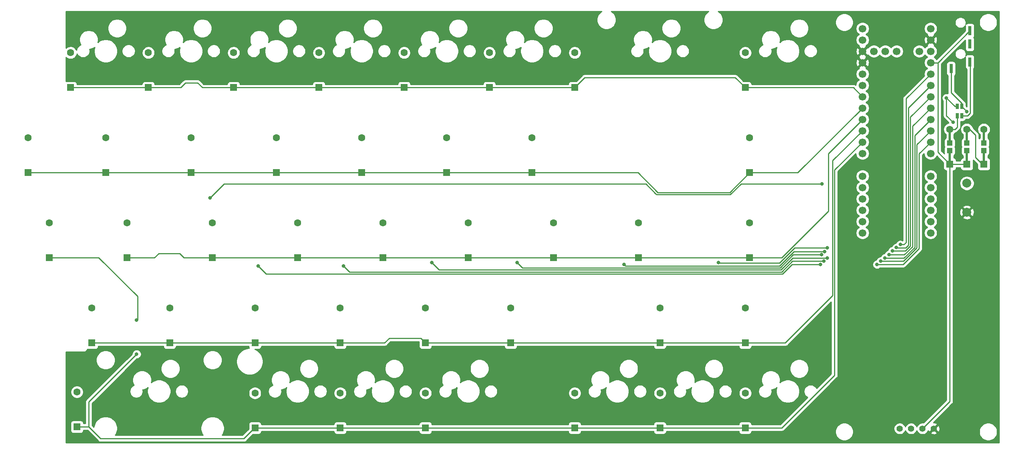
<source format=gbr>
%TF.GenerationSoftware,KiCad,Pcbnew,(5.1.7)-1*%
%TF.CreationDate,2020-11-02T23:06:17+01:00*%
%TF.ProjectId,Split65Right,53706c69-7436-4355-9269-6768742e6b69,rev?*%
%TF.SameCoordinates,Original*%
%TF.FileFunction,Copper,L1,Top*%
%TF.FilePolarity,Positive*%
%FSLAX46Y46*%
G04 Gerber Fmt 4.6, Leading zero omitted, Abs format (unit mm)*
G04 Created by KiCad (PCBNEW (5.1.7)-1) date 2020-11-02 23:06:17*
%MOMM*%
%LPD*%
G01*
G04 APERTURE LIST*
%TA.AperFunction,ComponentPad*%
%ADD10C,1.397000*%
%TD*%
%TA.AperFunction,ComponentPad*%
%ADD11R,0.800000X2.100000*%
%TD*%
%TA.AperFunction,ComponentPad*%
%ADD12C,1.600000*%
%TD*%
%TA.AperFunction,ComponentPad*%
%ADD13R,1.600000X1.600000*%
%TD*%
%TA.AperFunction,SMDPad,CuDef*%
%ADD14R,0.635000X1.143000*%
%TD*%
%TA.AperFunction,SMDPad,CuDef*%
%ADD15R,0.500000X2.500000*%
%TD*%
%TA.AperFunction,SMDPad,CuDef*%
%ADD16R,1.200000X1.200000*%
%TD*%
%TA.AperFunction,ComponentPad*%
%ADD17C,2.000000*%
%TD*%
%TA.AperFunction,ComponentPad*%
%ADD18C,1.700000*%
%TD*%
%TA.AperFunction,ViaPad*%
%ADD19C,0.800000*%
%TD*%
%TA.AperFunction,Conductor*%
%ADD20C,0.250000*%
%TD*%
%TA.AperFunction,Conductor*%
%ADD21C,0.254000*%
%TD*%
%TA.AperFunction,Conductor*%
%ADD22C,0.100000*%
%TD*%
G04 APERTURE END LIST*
D10*
%TO.P,J2,4*%
%TO.N,GND*%
X225386000Y-124474000D03*
%TO.P,J2,3*%
%TO.N,+3V3*%
X222846000Y-124474000D03*
%TO.P,J2,2*%
%TO.N,SCL*%
X220306000Y-124474000D03*
%TO.P,J2,1*%
%TO.N,SDA*%
X217766000Y-124474000D03*
%TD*%
D11*
%TO.P,J1,A*%
%TO.N,N/C*%
X229236000Y-43930000D03*
%TO.P,J1,D*%
X233436000Y-42430000D03*
%TO.P,J1,C*%
X233436000Y-38430000D03*
%TO.P,J1,B*%
X233436000Y-35430000D03*
%TD*%
D12*
%TO.P,D1,2*%
%TO.N,Net-(D1-Pad2)*%
X183260000Y-40368000D03*
D13*
%TO.P,D1,1*%
%TO.N,ROW0*%
X183260000Y-48168000D03*
%TD*%
D12*
%TO.P,D2,2*%
%TO.N,Net-(D2-Pad2)*%
X145180000Y-40368000D03*
D13*
%TO.P,D2,1*%
%TO.N,ROW0*%
X145180000Y-48168000D03*
%TD*%
D12*
%TO.P,D3,2*%
%TO.N,Net-(D3-Pad2)*%
X126140000Y-40368000D03*
D13*
%TO.P,D3,1*%
%TO.N,ROW0*%
X126140000Y-48168000D03*
%TD*%
D12*
%TO.P,D4,2*%
%TO.N,Net-(D4-Pad2)*%
X107100000Y-40368000D03*
D13*
%TO.P,D4,1*%
%TO.N,ROW0*%
X107100000Y-48168000D03*
%TD*%
D12*
%TO.P,D5,2*%
%TO.N,Net-(D5-Pad2)*%
X88060000Y-40368000D03*
D13*
%TO.P,D5,1*%
%TO.N,ROW0*%
X88060000Y-48168000D03*
%TD*%
D12*
%TO.P,D6,2*%
%TO.N,Net-(D6-Pad2)*%
X69020000Y-40368000D03*
D13*
%TO.P,D6,1*%
%TO.N,ROW0*%
X69020000Y-48168000D03*
%TD*%
D12*
%TO.P,D7,2*%
%TO.N,Net-(D7-Pad2)*%
X49980000Y-40368000D03*
D13*
%TO.P,D7,1*%
%TO.N,ROW0*%
X49980000Y-48168000D03*
%TD*%
D12*
%TO.P,D8,2*%
%TO.N,Net-(D8-Pad2)*%
X32606000Y-40368000D03*
D13*
%TO.P,D8,1*%
%TO.N,ROW0*%
X32606000Y-48168000D03*
%TD*%
D12*
%TO.P,D9,2*%
%TO.N,Net-(D9-Pad2)*%
X184212000Y-59408000D03*
D13*
%TO.P,D9,1*%
%TO.N,ROW1*%
X184212000Y-67208000D03*
%TD*%
D12*
%TO.P,D10,2*%
%TO.N,Net-(D10-Pad2)*%
X135660000Y-59408000D03*
D13*
%TO.P,D10,1*%
%TO.N,ROW1*%
X135660000Y-67208000D03*
%TD*%
D12*
%TO.P,D11,2*%
%TO.N,Net-(D11-Pad2)*%
X116620000Y-59408000D03*
D13*
%TO.P,D11,1*%
%TO.N,ROW1*%
X116620000Y-67208000D03*
%TD*%
D12*
%TO.P,D12,2*%
%TO.N,Net-(D12-Pad2)*%
X97580000Y-59408000D03*
D13*
%TO.P,D12,1*%
%TO.N,ROW1*%
X97580000Y-67208000D03*
%TD*%
D12*
%TO.P,D13,2*%
%TO.N,Net-(D13-Pad2)*%
X78540000Y-59408000D03*
D13*
%TO.P,D13,1*%
%TO.N,ROW1*%
X78540000Y-67208000D03*
%TD*%
D12*
%TO.P,D14,2*%
%TO.N,Net-(D14-Pad2)*%
X59500000Y-59408000D03*
D13*
%TO.P,D14,1*%
%TO.N,ROW1*%
X59500000Y-67208000D03*
%TD*%
D12*
%TO.P,D15,2*%
%TO.N,Net-(D15-Pad2)*%
X40460000Y-59408000D03*
D13*
%TO.P,D15,1*%
%TO.N,ROW1*%
X40460000Y-67208000D03*
%TD*%
D12*
%TO.P,D16,2*%
%TO.N,Net-(D16-Pad2)*%
X23086000Y-59408000D03*
D13*
%TO.P,D16,1*%
%TO.N,ROW1*%
X23086000Y-67208000D03*
%TD*%
D12*
%TO.P,D17,2*%
%TO.N,Net-(D17-Pad2)*%
X184212000Y-78448000D03*
D13*
%TO.P,D17,1*%
%TO.N,ROW2*%
X184212000Y-86248000D03*
%TD*%
D12*
%TO.P,D18,2*%
%TO.N,Net-(D18-Pad2)*%
X159460000Y-78448000D03*
D13*
%TO.P,D18,1*%
%TO.N,ROW2*%
X159460000Y-86248000D03*
%TD*%
D12*
%TO.P,D19,2*%
%TO.N,Net-(D19-Pad2)*%
X140420000Y-78448000D03*
D13*
%TO.P,D19,1*%
%TO.N,ROW2*%
X140420000Y-86248000D03*
%TD*%
D12*
%TO.P,D20,2*%
%TO.N,Net-(D20-Pad2)*%
X121380000Y-78448000D03*
D13*
%TO.P,D20,1*%
%TO.N,ROW2*%
X121380000Y-86248000D03*
%TD*%
D12*
%TO.P,D21,2*%
%TO.N,Net-(D21-Pad2)*%
X102340000Y-78448000D03*
D13*
%TO.P,D21,1*%
%TO.N,ROW2*%
X102340000Y-86248000D03*
%TD*%
D12*
%TO.P,D22,2*%
%TO.N,Net-(D22-Pad2)*%
X83300000Y-78448000D03*
D13*
%TO.P,D22,1*%
%TO.N,ROW2*%
X83300000Y-86248000D03*
%TD*%
D12*
%TO.P,D23,2*%
%TO.N,Net-(D23-Pad2)*%
X64260000Y-78448000D03*
D13*
%TO.P,D23,1*%
%TO.N,ROW2*%
X64260000Y-86248000D03*
%TD*%
D12*
%TO.P,D24,2*%
%TO.N,Net-(D24-Pad2)*%
X45220000Y-78448000D03*
D13*
%TO.P,D24,1*%
%TO.N,ROW2*%
X45220000Y-86248000D03*
%TD*%
D12*
%TO.P,D25,2*%
%TO.N,Net-(D25-Pad2)*%
X183260000Y-97488000D03*
D13*
%TO.P,D25,1*%
%TO.N,ROW3*%
X183260000Y-105288000D03*
%TD*%
D12*
%TO.P,D26,2*%
%TO.N,Net-(D26-Pad2)*%
X164220000Y-97488000D03*
D13*
%TO.P,D26,1*%
%TO.N,ROW3*%
X164220000Y-105288000D03*
%TD*%
D12*
%TO.P,D27,2*%
%TO.N,Net-(D27-Pad2)*%
X130900000Y-97488000D03*
D13*
%TO.P,D27,1*%
%TO.N,ROW3*%
X130900000Y-105288000D03*
%TD*%
D12*
%TO.P,D28,2*%
%TO.N,Net-(D28-Pad2)*%
X111860000Y-97488000D03*
D13*
%TO.P,D28,1*%
%TO.N,ROW3*%
X111860000Y-105288000D03*
%TD*%
D12*
%TO.P,D29,2*%
%TO.N,Net-(D29-Pad2)*%
X92820000Y-97488000D03*
D13*
%TO.P,D29,1*%
%TO.N,ROW3*%
X92820000Y-105288000D03*
%TD*%
D12*
%TO.P,D30,2*%
%TO.N,Net-(D30-Pad2)*%
X73780000Y-97488000D03*
D13*
%TO.P,D30,1*%
%TO.N,ROW3*%
X73780000Y-105288000D03*
%TD*%
D12*
%TO.P,D31,2*%
%TO.N,Net-(D31-Pad2)*%
X54740000Y-97488000D03*
D13*
%TO.P,D31,1*%
%TO.N,ROW3*%
X54740000Y-105288000D03*
%TD*%
D12*
%TO.P,D32,2*%
%TO.N,Net-(D32-Pad2)*%
X37366000Y-97488000D03*
D13*
%TO.P,D32,1*%
%TO.N,ROW3*%
X37366000Y-105288000D03*
%TD*%
D12*
%TO.P,D33,2*%
%TO.N,Net-(D33-Pad2)*%
X183260000Y-116528000D03*
D13*
%TO.P,D33,1*%
%TO.N,ROW4*%
X183260000Y-124328000D03*
%TD*%
D12*
%TO.P,D34,2*%
%TO.N,Net-(D34-Pad2)*%
X164220000Y-116528000D03*
D13*
%TO.P,D34,1*%
%TO.N,ROW4*%
X164220000Y-124328000D03*
%TD*%
D12*
%TO.P,D35,2*%
%TO.N,Net-(D35-Pad2)*%
X145180000Y-116528000D03*
D13*
%TO.P,D35,1*%
%TO.N,ROW4*%
X145180000Y-124328000D03*
%TD*%
D12*
%TO.P,D36,2*%
%TO.N,Net-(D36-Pad2)*%
X111860000Y-116528000D03*
D13*
%TO.P,D36,1*%
%TO.N,ROW4*%
X111860000Y-124328000D03*
%TD*%
D12*
%TO.P,D37,2*%
%TO.N,Net-(D37-Pad2)*%
X92820000Y-116528000D03*
D13*
%TO.P,D37,1*%
%TO.N,ROW4*%
X92820000Y-124328000D03*
%TD*%
D12*
%TO.P,D38,2*%
%TO.N,Net-(D38-Pad2)*%
X73780000Y-116528000D03*
D13*
%TO.P,D38,1*%
%TO.N,ROW4*%
X73780000Y-124328000D03*
%TD*%
D12*
%TO.P,D39,2*%
%TO.N,Net-(D39-Pad2)*%
X34034000Y-116290000D03*
D13*
%TO.P,D39,1*%
%TO.N,ROW4*%
X34034000Y-124090000D03*
%TD*%
D12*
%TO.P,D40,2*%
%TO.N,Net-(D40-Pad2)*%
X27846000Y-78448000D03*
D13*
%TO.P,D40,1*%
%TO.N,ROW4*%
X27846000Y-86248000D03*
%TD*%
D14*
%TO.P,JP2,2*%
%TO.N,SDA*%
X230597620Y-54502000D03*
%TO.P,JP2,1*%
%TO.N,Net-(J1-PadS)*%
X231598380Y-54502000D03*
%TD*%
%TO.P,JP3,2*%
%TO.N,SCL*%
X230597620Y-52360000D03*
%TO.P,JP3,1*%
%TO.N,Net-(J1-PadT)*%
X231598380Y-52360000D03*
%TD*%
D15*
%TO.P,R1,2*%
%TO.N,SDA*%
X228956000Y-59118000D03*
%TO.P,R1,1*%
%TO.N,+3V3*%
X228956000Y-63664600D03*
D12*
%TO.P,R1,2*%
%TO.N,SDA*%
X228956000Y-57504000D03*
D13*
%TO.P,R1,1*%
%TO.N,+3V3*%
X228956000Y-65304000D03*
D16*
X228930600Y-62242200D03*
%TO.P,R1,2*%
%TO.N,SDA*%
X228930600Y-60565800D03*
%TD*%
D15*
%TO.P,R2,2*%
%TO.N,Net-(J1-PadT)*%
X232764000Y-59118000D03*
%TO.P,R2,1*%
%TO.N,+3V3*%
X232764000Y-63664600D03*
D12*
%TO.P,R2,2*%
%TO.N,Net-(J1-PadT)*%
X232764000Y-57504000D03*
D13*
%TO.P,R2,1*%
%TO.N,+3V3*%
X232764000Y-65304000D03*
D16*
X232738600Y-62242200D03*
%TO.P,R2,2*%
%TO.N,Net-(J1-PadT)*%
X232738600Y-60565800D03*
%TD*%
D17*
%TO.P,SW_41,2*%
%TO.N,RESET*%
X232764000Y-69578000D03*
%TO.P,SW_41,1*%
%TO.N,GND*%
X232764000Y-76078000D03*
%TD*%
D18*
%TO.P,U1,5V*%
%TO.N,Net-(U1-Pad5V)*%
X224671000Y-34968000D03*
%TO.P,U1,A10*%
%TO.N,Net-(U1-PadA10)*%
X209456000Y-37508000D03*
%TO.P,U1,A9*%
%TO.N,DATA*%
X209456000Y-34968000D03*
%TO.P,U1,D+*%
%TO.N,Net-(U1-PadD+)*%
X211996000Y-40048000D03*
%TO.P,U1,GND*%
%TO.N,GND*%
X209456000Y-40048000D03*
X209456000Y-42588000D03*
%TO.P,U1,B7*%
%TO.N,SDA*%
X209456000Y-45128000D03*
%TO.P,U1,B6*%
%TO.N,SCL*%
X209456000Y-47668000D03*
%TO.P,U1,D-*%
%TO.N,Net-(U1-PadD-)*%
X214536000Y-40048000D03*
%TO.P,U1,CHRG*%
%TO.N,Net-(U1-PadCHRG)*%
X217076000Y-40048000D03*
%TO.P,U1,B5*%
%TO.N,ROW0*%
X209456000Y-50208000D03*
%TO.P,U1,B4*%
%TO.N,ROW1*%
X209456000Y-52748000D03*
%TO.P,U1,B3*%
%TO.N,ROW2*%
X209456000Y-55288000D03*
%TO.P,U1,B2*%
%TO.N,ROW3*%
X209456000Y-57828000D03*
%TO.P,U1,B1*%
%TO.N,ROW4*%
X209456000Y-60368000D03*
%TO.P,U1,B0*%
%TO.N,Net-(U1-PadB0)*%
X209456000Y-62908000D03*
%TO.P,U1,A5*%
%TO.N,Net-(U1-PadA5)*%
X209456000Y-70528000D03*
%TO.P,U1,A7*%
%TO.N,Net-(U1-PadA7)*%
X209456000Y-75608000D03*
%TO.P,U1,A8*%
%TO.N,Net-(U1-PadA8)*%
X209456000Y-78148000D03*
%TO.P,U1,A6*%
%TO.N,Net-(U1-PadA6)*%
X209456000Y-73068000D03*
%TO.P,U1,A15*%
%TO.N,Net-(U1-PadA15)*%
X209456000Y-80688000D03*
%TO.P,U1,A4*%
%TO.N,Net-(U1-PadA4)*%
X209456000Y-67988000D03*
%TO.P,U1,GND*%
%TO.N,GND*%
X224671000Y-37508000D03*
%TO.P,U1,DFU*%
%TO.N,RESET*%
X224671000Y-40048000D03*
%TO.P,U1,A2*%
%TO.N,COL0*%
X224671000Y-45128000D03*
%TO.P,U1,A3|5v*%
%TO.N,Net-(U1-PadA3|5v)*%
X222131000Y-40048000D03*
%TO.P,U1,3.3V*%
%TO.N,+3V3*%
X224671000Y-42588000D03*
%TO.P,U1,A1*%
%TO.N,COL1*%
X224671000Y-47668000D03*
%TO.P,U1,A0*%
%TO.N,COL2*%
X224671000Y-50208000D03*
%TO.P,U1,B8*%
%TO.N,COL3*%
X224671000Y-52748000D03*
%TO.P,U1,B14*%
%TO.N,COL5*%
X224671000Y-57828000D03*
%TO.P,U1,B15*%
%TO.N,COL6*%
X224671000Y-60368000D03*
%TO.P,U1,B13*%
%TO.N,COL4*%
X224671000Y-55288000D03*
%TO.P,U1,B9*%
%TO.N,COL7*%
X224671000Y-62908000D03*
%TO.P,U1,B11*%
%TO.N,Net-(U1-PadB11)*%
X224671000Y-70528000D03*
%TO.P,U1,B10*%
%TO.N,Net-(U1-PadB10)*%
X224671000Y-67988000D03*
%TO.P,U1,A14*%
%TO.N,Net-(U1-PadA14)*%
X224671000Y-75608000D03*
%TO.P,U1,B12*%
%TO.N,Net-(U1-PadB12)*%
X224671000Y-73068000D03*
%TO.P,U1,A13*%
%TO.N,Net-(U1-PadA13)*%
X224671000Y-78148000D03*
%TO.P,U1,RST*%
%TO.N,Net-(U1-PadRST)*%
X224671000Y-80688000D03*
%TD*%
D15*
%TO.P,R3,2*%
%TO.N,DATA*%
X236572000Y-59118000D03*
%TO.P,R3,1*%
%TO.N,Net-(J1-PadT)*%
X236572000Y-63664600D03*
D12*
%TO.P,R3,2*%
%TO.N,DATA*%
X236572000Y-57504000D03*
D13*
%TO.P,R3,1*%
%TO.N,Net-(J1-PadT)*%
X236572000Y-65304000D03*
D16*
X236546600Y-62242200D03*
%TO.P,R3,2*%
%TO.N,DATA*%
X236546600Y-60565800D03*
%TD*%
D19*
%TO.N,ROW4*%
X47362000Y-100198000D03*
X47362000Y-107814000D03*
%TO.N,SCL*%
X228201848Y-50485152D03*
X229681000Y-55930000D03*
%TO.N,Net-(J1-PadT)*%
X232764000Y-53550000D03*
%TO.N,COL0*%
X217882393Y-83300001D03*
%TO.N,COL1*%
X217019347Y-83977347D03*
X201586000Y-84014000D03*
X177296099Y-87332099D03*
%TO.N,COL2*%
X216104000Y-84728000D03*
X201031299Y-84846052D03*
X156230000Y-87720000D03*
%TO.N,COL3*%
X215390000Y-85571052D03*
X200301964Y-85571052D03*
X132338000Y-87356000D03*
%TO.N,COL4*%
X214490563Y-86296052D03*
X201586000Y-86296052D03*
X113298000Y-87356000D03*
%TO.N,COL5*%
X213486000Y-87021052D03*
X200806595Y-87021052D03*
X93544000Y-88070000D03*
%TO.N,COL6*%
X212700722Y-87746052D03*
X200051385Y-87746052D03*
X74504000Y-88070000D03*
%TO.N,COL7*%
X200396000Y-69734000D03*
X63784000Y-72828000D03*
%TD*%
D20*
%TO.N,ROW0*%
X32606000Y-48168000D02*
X49980000Y-48168000D01*
X69020000Y-48168000D02*
X88060000Y-48168000D01*
X88060000Y-48168000D02*
X107100000Y-48168000D01*
X107100000Y-48168000D02*
X126140000Y-48168000D01*
X126140000Y-48168000D02*
X145180000Y-48168000D01*
X181012099Y-45920099D02*
X183260000Y-48168000D01*
X147427901Y-45920099D02*
X181012099Y-45920099D01*
X145180000Y-48168000D02*
X147427901Y-45920099D01*
X207416000Y-48168000D02*
X209456000Y-50208000D01*
X183260000Y-48168000D02*
X207416000Y-48168000D01*
X60982000Y-47124000D02*
X62026000Y-48168000D01*
X58248702Y-47124000D02*
X60982000Y-47124000D01*
X62026000Y-48168000D02*
X69020000Y-48168000D01*
X57204702Y-48168000D02*
X58248702Y-47124000D01*
X49980000Y-48168000D02*
X57204702Y-48168000D01*
%TO.N,ROW1*%
X23086000Y-67208000D02*
X40460000Y-67208000D01*
X40460000Y-67208000D02*
X59500000Y-67208000D01*
X59500000Y-67208000D02*
X78540000Y-67208000D01*
X78540000Y-67208000D02*
X97580000Y-67208000D01*
X97580000Y-67208000D02*
X116620000Y-67208000D01*
X116620000Y-67208000D02*
X135660000Y-67208000D01*
X135660000Y-67208000D02*
X159314000Y-67208000D01*
X159314000Y-67208000D02*
X163744000Y-71638000D01*
X179782000Y-71638000D02*
X184212000Y-67208000D01*
X163744000Y-71638000D02*
X179782000Y-71638000D01*
X194996000Y-67208000D02*
X209456000Y-52748000D01*
X184212000Y-67208000D02*
X194996000Y-67208000D01*
%TO.N,ROW2*%
X64260000Y-86248000D02*
X83300000Y-86248000D01*
X83300000Y-86248000D02*
X102340000Y-86248000D01*
X102340000Y-86248000D02*
X121380000Y-86248000D01*
X121380000Y-86248000D02*
X140420000Y-86248000D01*
X140420000Y-86248000D02*
X159368000Y-86248000D01*
X159368000Y-86248000D02*
X184212000Y-86248000D01*
X191416334Y-86248000D02*
X201824000Y-75840334D01*
X184212000Y-86248000D02*
X191416334Y-86248000D01*
X201824000Y-62920000D02*
X209456000Y-55288000D01*
X201824000Y-75840334D02*
X201824000Y-62920000D01*
X51316000Y-86248000D02*
X45220000Y-86248000D01*
X52279201Y-85284799D02*
X51316000Y-86248000D01*
X56962799Y-85284799D02*
X52279201Y-85284799D01*
X57926000Y-86248000D02*
X56962799Y-85284799D01*
X64260000Y-86248000D02*
X57926000Y-86248000D01*
%TO.N,ROW3*%
X73780000Y-105288000D02*
X92820000Y-105288000D01*
X111860000Y-105288000D02*
X130900000Y-105288000D01*
X130900000Y-105288000D02*
X164220000Y-105288000D01*
X164220000Y-105288000D02*
X183260000Y-105288000D01*
X183260000Y-105288000D02*
X192212000Y-105288000D01*
X192212000Y-105288000D02*
X202776000Y-94724000D01*
X202776000Y-64508000D02*
X209456000Y-57828000D01*
X202776000Y-94724000D02*
X202776000Y-64508000D01*
X54740000Y-105288000D02*
X73780000Y-105288000D01*
X37366000Y-105288000D02*
X54740000Y-105288000D01*
X111860000Y-105288000D02*
X110816000Y-104244000D01*
X110816000Y-104244000D02*
X103768000Y-104244000D01*
X103768000Y-104244000D02*
X102724000Y-105288000D01*
X92820000Y-105288000D02*
X102724000Y-105288000D01*
%TO.N,ROW4*%
X88060000Y-124328000D02*
X107100000Y-124328000D01*
X107100000Y-124328000D02*
X126140000Y-124328000D01*
X126140000Y-124328000D02*
X145180000Y-124328000D01*
X145180000Y-124328000D02*
X164220000Y-124328000D01*
X164220000Y-124328000D02*
X183260000Y-124328000D01*
X191416334Y-124328000D02*
X203226010Y-112518324D01*
X183260000Y-124328000D02*
X191416334Y-124328000D01*
X203226010Y-66597990D02*
X209456000Y-60368000D01*
X203226010Y-112518324D02*
X203226010Y-66597990D01*
X27846000Y-86248000D02*
X38886000Y-86248000D01*
X47538901Y-100021099D02*
X47362000Y-100198000D01*
X38886000Y-86248000D02*
X47538901Y-94900901D01*
X47538901Y-94900901D02*
X47538901Y-100021099D01*
X36681026Y-124090000D02*
X34034000Y-124090000D01*
X39308927Y-126717901D02*
X36681026Y-124090000D01*
X36681026Y-118494974D02*
X47362000Y-107814000D01*
X36681026Y-124090000D02*
X36681026Y-118494974D01*
X73780000Y-124328000D02*
X88060000Y-124328000D01*
X73688000Y-124328000D02*
X71298099Y-126717901D01*
X73780000Y-124328000D02*
X73688000Y-124328000D01*
X71298099Y-126717901D02*
X39308927Y-126717901D01*
%TO.N,SDA*%
X229442260Y-57504000D02*
X228956000Y-57504000D01*
X228956000Y-60540400D02*
X228930600Y-60565800D01*
X228956000Y-57504000D02*
X228956000Y-60540400D01*
X230597620Y-56993750D02*
X230597620Y-54502000D01*
X230087370Y-57504000D02*
X230597620Y-56993750D01*
X228956000Y-57504000D02*
X230087370Y-57504000D01*
%TO.N,SCL*%
X228201848Y-54450848D02*
X229681000Y-55930000D01*
X228201848Y-50485152D02*
X228201848Y-54450848D01*
X230076696Y-52360000D02*
X230597620Y-52360000D01*
X228201848Y-50485152D02*
X230076696Y-52360000D01*
%TO.N,+3V3*%
X226278000Y-42588000D02*
X233436000Y-35430000D01*
X224671000Y-42588000D02*
X226278000Y-42588000D01*
X226278000Y-62626000D02*
X228956000Y-65304000D01*
X226278000Y-42588000D02*
X226278000Y-62626000D01*
X228956000Y-65304000D02*
X232764000Y-65304000D01*
X228956000Y-63664600D02*
X228956000Y-65304000D01*
X228956000Y-62267600D02*
X228930600Y-62242200D01*
X228956000Y-65304000D02*
X228956000Y-62267600D01*
X232764000Y-62267600D02*
X232738600Y-62242200D01*
X232764000Y-63664600D02*
X232764000Y-62267600D01*
X232764000Y-65304000D02*
X232764000Y-63664600D01*
X228956000Y-118368000D02*
X222850000Y-124474000D01*
X228956000Y-65304000D02*
X228956000Y-118368000D01*
%TO.N,DATA*%
X236572000Y-60540400D02*
X236546600Y-60565800D01*
X236572000Y-57504000D02*
X236572000Y-60540400D01*
%TO.N,Net-(J1-PadT)*%
X232764000Y-60540400D02*
X232738600Y-60565800D01*
X232764000Y-57504000D02*
X232764000Y-60540400D01*
X236572000Y-65304000D02*
X236188000Y-65304000D01*
X236188000Y-65304000D02*
X234668000Y-63784000D01*
X232577600Y-57053990D02*
X232445795Y-57185795D01*
X232950400Y-57053990D02*
X232577600Y-57053990D01*
X234668000Y-63784000D02*
X234668000Y-58771590D01*
X234668000Y-58771590D02*
X232950400Y-57053990D01*
X231598380Y-52360000D02*
X231598380Y-52384380D01*
X231598380Y-52384380D02*
X232764000Y-53550000D01*
X231598380Y-51670380D02*
X231598380Y-52360000D01*
X229236000Y-43930000D02*
X229236000Y-49308000D01*
X229236000Y-49308000D02*
X231598380Y-51670380D01*
X236572000Y-62267600D02*
X236546600Y-62242200D01*
X236572000Y-65304000D02*
X236572000Y-62267600D01*
%TO.N,Net-(J1-PadS)*%
X233489001Y-42483001D02*
X233436000Y-42430000D01*
X233489001Y-53898001D02*
X233489001Y-42483001D01*
X232885002Y-54502000D02*
X233489001Y-53898001D01*
X231598380Y-54502000D02*
X232885002Y-54502000D01*
%TO.N,COL0*%
X224671000Y-45128000D02*
X219198000Y-50601000D01*
X219198000Y-50601000D02*
X219198000Y-82586000D01*
X219198000Y-82586000D02*
X219198000Y-82824000D01*
X219198000Y-82824000D02*
X218722000Y-83300000D01*
X218722000Y-83300000D02*
X217882394Y-83300000D01*
X217882394Y-83300000D02*
X217882393Y-83300001D01*
%TO.N,COL1*%
X224671000Y-47668000D02*
X219674000Y-52665000D01*
X219674000Y-52665000D02*
X219674000Y-82586000D01*
X217067001Y-84025001D02*
X217019347Y-83977347D01*
X219674000Y-82586000D02*
X219674000Y-83421002D01*
X219070001Y-84025001D02*
X217067001Y-84025001D01*
X219674000Y-83421002D02*
X219070001Y-84025001D01*
X201586000Y-84014000D02*
X194286744Y-84014000D01*
X194286744Y-84014000D02*
X190927743Y-87373001D01*
X177337001Y-87373001D02*
X177296099Y-87332099D01*
X190927743Y-87373001D02*
X177337001Y-87373001D01*
%TO.N,COL2*%
X224671000Y-50208000D02*
X220150000Y-54729000D01*
X220150000Y-54729000D02*
X220150000Y-82586000D01*
X220150000Y-82586000D02*
X220150000Y-83581412D01*
X219003412Y-84728000D02*
X216104000Y-84728000D01*
X220150000Y-83581412D02*
X219003412Y-84728000D01*
X201031299Y-84846052D02*
X194091102Y-84846052D01*
X156567100Y-88057100D02*
X156230000Y-87720000D01*
X194091102Y-84846052D02*
X190880054Y-88057100D01*
X190880054Y-88057100D02*
X156567100Y-88057100D01*
%TO.N,COL3*%
X224671000Y-52748000D02*
X220626000Y-56793000D01*
X220626000Y-56793000D02*
X220626000Y-82586000D01*
X218796770Y-85571052D02*
X215390000Y-85571052D01*
X220626000Y-82586000D02*
X220626000Y-83741822D01*
X220626000Y-83741822D02*
X218796770Y-85571052D01*
X200301964Y-85571052D02*
X194002512Y-85571052D01*
X133489110Y-88507110D02*
X132338000Y-87356000D01*
X194002512Y-85571052D02*
X191066454Y-88507110D01*
X191066454Y-88507110D02*
X133489110Y-88507110D01*
%TO.N,COL4*%
X224671000Y-55288000D02*
X221102000Y-58857000D01*
X221102000Y-58857000D02*
X221102000Y-82586000D01*
X218708180Y-86296052D02*
X214490563Y-86296052D01*
X221102000Y-82586000D02*
X221102000Y-83902232D01*
X221102000Y-83902232D02*
X218708180Y-86296052D01*
X201586000Y-86296052D02*
X193913922Y-86296052D01*
X191252854Y-88957120D02*
X114899120Y-88957120D01*
X193913922Y-86296052D02*
X191252854Y-88957120D01*
X114899120Y-88957120D02*
X113298000Y-87356000D01*
%TO.N,COL5*%
X224671000Y-57828000D02*
X221578000Y-60921000D01*
X221578000Y-60921000D02*
X221578000Y-82586000D01*
X218619590Y-87021052D02*
X213486000Y-87021052D01*
X221578000Y-82586000D02*
X221578000Y-84062642D01*
X221578000Y-84062642D02*
X218619590Y-87021052D01*
X200806595Y-87021052D02*
X193825332Y-87021052D01*
X193825332Y-87021052D02*
X191439254Y-89407130D01*
X191439254Y-89407130D02*
X94881130Y-89407130D01*
X94881130Y-89407130D02*
X93544000Y-88070000D01*
%TO.N,COL6*%
X224671000Y-60368000D02*
X222054000Y-62985000D01*
X222054000Y-62985000D02*
X222054000Y-82586000D01*
X218531000Y-87746052D02*
X212700722Y-87746052D01*
X222054000Y-82586000D02*
X222054000Y-84223052D01*
X222054000Y-84223052D02*
X218531000Y-87746052D01*
X200051385Y-87746052D02*
X193736742Y-87746052D01*
X193736742Y-87746052D02*
X191625654Y-89857140D01*
X76291140Y-89857140D02*
X74504000Y-88070000D01*
X191625654Y-89857140D02*
X76291140Y-89857140D01*
%TO.N,COL7*%
X182322410Y-69734000D02*
X179942410Y-72114000D01*
X200396000Y-69734000D02*
X182322410Y-69734000D01*
X179942410Y-72114000D02*
X163506000Y-72114000D01*
X163506000Y-72114000D02*
X163268000Y-71876000D01*
X161126000Y-69734000D02*
X155176000Y-69734000D01*
X163268000Y-71876000D02*
X161126000Y-69734000D01*
X155176000Y-69734000D02*
X66878000Y-69734000D01*
X66878000Y-69734000D02*
X63784000Y-72828000D01*
%TD*%
D21*
%TO.N,GND*%
X150905718Y-31321996D02*
X150604996Y-31622718D01*
X150368719Y-31976330D01*
X150205970Y-32369243D01*
X150123000Y-32786357D01*
X150123000Y-33211643D01*
X150205970Y-33628757D01*
X150368719Y-34021670D01*
X150604996Y-34375282D01*
X150905718Y-34676004D01*
X151259330Y-34912281D01*
X151652243Y-35075030D01*
X152069357Y-35158000D01*
X152494643Y-35158000D01*
X152911757Y-35075030D01*
X153304670Y-34912281D01*
X153631766Y-34693721D01*
X164625000Y-34693721D01*
X164625000Y-35114279D01*
X164707047Y-35526756D01*
X164867988Y-35915302D01*
X165101637Y-36264983D01*
X165399017Y-36562363D01*
X165748698Y-36796012D01*
X166137244Y-36956953D01*
X166549721Y-37039000D01*
X166970279Y-37039000D01*
X167382756Y-36956953D01*
X167771302Y-36796012D01*
X168120983Y-36562363D01*
X168418363Y-36264983D01*
X168652012Y-35915302D01*
X168812953Y-35526756D01*
X168895000Y-35114279D01*
X168895000Y-34693721D01*
X168812953Y-34281244D01*
X168652012Y-33892698D01*
X168418363Y-33543017D01*
X168120983Y-33245637D01*
X167771302Y-33011988D01*
X167382756Y-32851047D01*
X166970279Y-32769000D01*
X166549721Y-32769000D01*
X166137244Y-32851047D01*
X165748698Y-33011988D01*
X165399017Y-33245637D01*
X165101637Y-33543017D01*
X164867988Y-33892698D01*
X164707047Y-34281244D01*
X164625000Y-34693721D01*
X153631766Y-34693721D01*
X153658282Y-34676004D01*
X153959004Y-34375282D01*
X154195281Y-34021670D01*
X154358030Y-33628757D01*
X154441000Y-33211643D01*
X154441000Y-32786357D01*
X154358030Y-32369243D01*
X154195281Y-31976330D01*
X153959004Y-31622718D01*
X153658282Y-31321996D01*
X153361961Y-31124000D01*
X175078039Y-31124000D01*
X174781718Y-31321996D01*
X174480996Y-31622718D01*
X174244719Y-31976330D01*
X174081970Y-32369243D01*
X173999000Y-32786357D01*
X173999000Y-33211643D01*
X174081970Y-33628757D01*
X174244719Y-34021670D01*
X174480996Y-34375282D01*
X174781718Y-34676004D01*
X175135330Y-34912281D01*
X175528243Y-35075030D01*
X175945357Y-35158000D01*
X176370643Y-35158000D01*
X176787757Y-35075030D01*
X177180670Y-34912281D01*
X177507766Y-34693721D01*
X193185000Y-34693721D01*
X193185000Y-35114279D01*
X193267047Y-35526756D01*
X193427988Y-35915302D01*
X193661637Y-36264983D01*
X193959017Y-36562363D01*
X194308698Y-36796012D01*
X194697244Y-36956953D01*
X195109721Y-37039000D01*
X195530279Y-37039000D01*
X195942756Y-36956953D01*
X196331302Y-36796012D01*
X196680983Y-36562363D01*
X196978363Y-36264983D01*
X197212012Y-35915302D01*
X197372953Y-35526756D01*
X197455000Y-35114279D01*
X197455000Y-34693721D01*
X197372953Y-34281244D01*
X197212012Y-33892698D01*
X196978363Y-33543017D01*
X196793704Y-33358358D01*
X203367000Y-33358358D01*
X203367000Y-33757642D01*
X203444896Y-34149254D01*
X203597696Y-34518145D01*
X203819526Y-34850137D01*
X204101863Y-35132474D01*
X204433855Y-35354304D01*
X204802746Y-35507104D01*
X205194358Y-35585000D01*
X205593642Y-35585000D01*
X205985254Y-35507104D01*
X206354145Y-35354304D01*
X206686137Y-35132474D01*
X206968474Y-34850137D01*
X206987448Y-34821740D01*
X207971000Y-34821740D01*
X207971000Y-35114260D01*
X208028068Y-35401158D01*
X208140010Y-35671411D01*
X208302525Y-35914632D01*
X208509368Y-36121475D01*
X208683760Y-36238000D01*
X208509368Y-36354525D01*
X208302525Y-36561368D01*
X208140010Y-36804589D01*
X208028068Y-37074842D01*
X207971000Y-37361740D01*
X207971000Y-37654260D01*
X208028068Y-37941158D01*
X208140010Y-38211411D01*
X208302525Y-38454632D01*
X208509368Y-38661475D01*
X208682729Y-38777311D01*
X208607208Y-39019603D01*
X209456000Y-39868395D01*
X210304792Y-39019603D01*
X210229271Y-38777311D01*
X210402632Y-38661475D01*
X210609475Y-38454632D01*
X210771990Y-38211411D01*
X210883932Y-37941158D01*
X210941000Y-37654260D01*
X210941000Y-37576531D01*
X223180389Y-37576531D01*
X223222401Y-37866019D01*
X223320081Y-38141747D01*
X223393528Y-38279157D01*
X223642603Y-38356792D01*
X224491395Y-37508000D01*
X224850605Y-37508000D01*
X225699397Y-38356792D01*
X225948472Y-38279157D01*
X226074371Y-38015117D01*
X226146339Y-37731589D01*
X226161611Y-37439469D01*
X226119599Y-37149981D01*
X226021919Y-36874253D01*
X225948472Y-36736843D01*
X225699397Y-36659208D01*
X224850605Y-37508000D01*
X224491395Y-37508000D01*
X223642603Y-36659208D01*
X223393528Y-36736843D01*
X223267629Y-37000883D01*
X223195661Y-37284411D01*
X223180389Y-37576531D01*
X210941000Y-37576531D01*
X210941000Y-37361740D01*
X210883932Y-37074842D01*
X210771990Y-36804589D01*
X210609475Y-36561368D01*
X210402632Y-36354525D01*
X210228240Y-36238000D01*
X210402632Y-36121475D01*
X210609475Y-35914632D01*
X210771990Y-35671411D01*
X210883932Y-35401158D01*
X210941000Y-35114260D01*
X210941000Y-34821740D01*
X223186000Y-34821740D01*
X223186000Y-35114260D01*
X223243068Y-35401158D01*
X223355010Y-35671411D01*
X223517525Y-35914632D01*
X223724368Y-36121475D01*
X223897729Y-36237311D01*
X223822208Y-36479603D01*
X224671000Y-37328395D01*
X225519792Y-36479603D01*
X225444271Y-36237311D01*
X225617632Y-36121475D01*
X225824475Y-35914632D01*
X225986990Y-35671411D01*
X226098932Y-35401158D01*
X226156000Y-35114260D01*
X226156000Y-34821740D01*
X226098932Y-34534842D01*
X225986990Y-34264589D01*
X225824475Y-34021368D01*
X225617632Y-33814525D01*
X225374411Y-33652010D01*
X225104158Y-33540068D01*
X224817260Y-33483000D01*
X224524740Y-33483000D01*
X224237842Y-33540068D01*
X223967589Y-33652010D01*
X223724368Y-33814525D01*
X223517525Y-34021368D01*
X223355010Y-34264589D01*
X223243068Y-34534842D01*
X223186000Y-34821740D01*
X210941000Y-34821740D01*
X210883932Y-34534842D01*
X210771990Y-34264589D01*
X210609475Y-34021368D01*
X210402632Y-33814525D01*
X210159411Y-33652010D01*
X209889158Y-33540068D01*
X209602260Y-33483000D01*
X209309740Y-33483000D01*
X209022842Y-33540068D01*
X208752589Y-33652010D01*
X208509368Y-33814525D01*
X208302525Y-34021368D01*
X208140010Y-34264589D01*
X208028068Y-34534842D01*
X207971000Y-34821740D01*
X206987448Y-34821740D01*
X207190304Y-34518145D01*
X207343104Y-34149254D01*
X207421000Y-33757642D01*
X207421000Y-33358358D01*
X207343104Y-32966746D01*
X207190304Y-32597855D01*
X206968474Y-32265863D01*
X206686137Y-31983526D01*
X206354145Y-31761696D01*
X205985254Y-31608896D01*
X205593642Y-31531000D01*
X205194358Y-31531000D01*
X204802746Y-31608896D01*
X204433855Y-31761696D01*
X204101863Y-31983526D01*
X203819526Y-32265863D01*
X203597696Y-32597855D01*
X203444896Y-32966746D01*
X203367000Y-33358358D01*
X196793704Y-33358358D01*
X196680983Y-33245637D01*
X196331302Y-33011988D01*
X195942756Y-32851047D01*
X195530279Y-32769000D01*
X195109721Y-32769000D01*
X194697244Y-32851047D01*
X194308698Y-33011988D01*
X193959017Y-33245637D01*
X193661637Y-33543017D01*
X193427988Y-33892698D01*
X193267047Y-34281244D01*
X193185000Y-34693721D01*
X177507766Y-34693721D01*
X177534282Y-34676004D01*
X177835004Y-34375282D01*
X178071281Y-34021670D01*
X178234030Y-33628757D01*
X178317000Y-33211643D01*
X178317000Y-32786357D01*
X178234030Y-32369243D01*
X178071281Y-31976330D01*
X177835004Y-31622718D01*
X177534282Y-31321996D01*
X177237961Y-31124000D01*
X239871721Y-31124000D01*
X239913874Y-31128133D01*
X239923374Y-31131001D01*
X239932134Y-31135659D01*
X239939819Y-31141926D01*
X239946144Y-31149573D01*
X239950862Y-31158299D01*
X239953798Y-31167782D01*
X239958000Y-31207762D01*
X239958001Y-127535711D01*
X239953867Y-127577874D01*
X239950999Y-127587372D01*
X239946340Y-127596135D01*
X239940073Y-127603820D01*
X239932429Y-127610143D01*
X239923701Y-127614862D01*
X239914218Y-127617798D01*
X239874238Y-127622000D01*
X31686279Y-127622000D01*
X31644126Y-127617867D01*
X31634628Y-127614999D01*
X31625865Y-127610340D01*
X31618180Y-127604073D01*
X31611857Y-127596429D01*
X31607138Y-127587701D01*
X31604202Y-127578218D01*
X31600000Y-127538238D01*
X31600000Y-116148665D01*
X32599000Y-116148665D01*
X32599000Y-116431335D01*
X32654147Y-116708574D01*
X32762320Y-116969727D01*
X32919363Y-117204759D01*
X33119241Y-117404637D01*
X33354273Y-117561680D01*
X33615426Y-117669853D01*
X33892665Y-117725000D01*
X34175335Y-117725000D01*
X34452574Y-117669853D01*
X34713727Y-117561680D01*
X34948759Y-117404637D01*
X35148637Y-117204759D01*
X35305680Y-116969727D01*
X35413853Y-116708574D01*
X35469000Y-116431335D01*
X35469000Y-116148665D01*
X35413853Y-115871426D01*
X35305680Y-115610273D01*
X35148637Y-115375241D01*
X34948759Y-115175363D01*
X34713727Y-115018320D01*
X34452574Y-114910147D01*
X34175335Y-114855000D01*
X33892665Y-114855000D01*
X33615426Y-114910147D01*
X33354273Y-115018320D01*
X33119241Y-115175363D01*
X32919363Y-115375241D01*
X32762320Y-115610273D01*
X32654147Y-115871426D01*
X32599000Y-116148665D01*
X31600000Y-116148665D01*
X31600000Y-108946357D01*
X38263000Y-108946357D01*
X38263000Y-109371643D01*
X38345970Y-109788757D01*
X38508719Y-110181670D01*
X38744996Y-110535282D01*
X39045718Y-110836004D01*
X39399330Y-111072281D01*
X39792243Y-111235030D01*
X40209357Y-111318000D01*
X40634643Y-111318000D01*
X41051757Y-111235030D01*
X41444670Y-111072281D01*
X41798282Y-110836004D01*
X42099004Y-110535282D01*
X42335281Y-110181670D01*
X42498030Y-109788757D01*
X42581000Y-109371643D01*
X42581000Y-108946357D01*
X42498030Y-108529243D01*
X42335281Y-108136330D01*
X42099004Y-107782718D01*
X41798282Y-107481996D01*
X41444670Y-107245719D01*
X41051757Y-107082970D01*
X40634643Y-107000000D01*
X40209357Y-107000000D01*
X39792243Y-107082970D01*
X39399330Y-107245719D01*
X39045718Y-107481996D01*
X38744996Y-107782718D01*
X38508719Y-108136330D01*
X38345970Y-108529243D01*
X38263000Y-108946357D01*
X31600000Y-108946357D01*
X31600000Y-107370279D01*
X31604133Y-107328126D01*
X31607001Y-107318626D01*
X31611659Y-107309866D01*
X31617926Y-107302181D01*
X31625573Y-107295856D01*
X31634299Y-107291138D01*
X31643782Y-107288202D01*
X31683762Y-107284000D01*
X35667581Y-107284000D01*
X35700000Y-107287193D01*
X35732419Y-107284000D01*
X35829383Y-107274450D01*
X35953793Y-107236710D01*
X36068450Y-107175425D01*
X36168948Y-107092948D01*
X36251425Y-106992450D01*
X36312710Y-106877793D01*
X36350450Y-106753383D01*
X36356876Y-106688136D01*
X36441518Y-106713812D01*
X36566000Y-106726072D01*
X38166000Y-106726072D01*
X38290482Y-106713812D01*
X38410180Y-106677502D01*
X38520494Y-106618537D01*
X38617185Y-106539185D01*
X38696537Y-106442494D01*
X38755502Y-106332180D01*
X38791812Y-106212482D01*
X38804072Y-106088000D01*
X38804072Y-106048000D01*
X53301928Y-106048000D01*
X53301928Y-106088000D01*
X53314188Y-106212482D01*
X53350498Y-106332180D01*
X53409463Y-106442494D01*
X53488815Y-106539185D01*
X53585506Y-106618537D01*
X53695820Y-106677502D01*
X53815518Y-106713812D01*
X53940000Y-106726072D01*
X55540000Y-106726072D01*
X55664482Y-106713812D01*
X55784180Y-106677502D01*
X55894494Y-106618537D01*
X55991185Y-106539185D01*
X56070537Y-106442494D01*
X56129502Y-106332180D01*
X56165812Y-106212482D01*
X56178072Y-106088000D01*
X56178072Y-106048000D01*
X72341928Y-106048000D01*
X72341928Y-106088000D01*
X72354188Y-106212482D01*
X72390498Y-106332180D01*
X72449463Y-106442494D01*
X72492389Y-106494800D01*
X72295983Y-106494800D01*
X71719249Y-106609520D01*
X71175978Y-106834550D01*
X70687046Y-107161244D01*
X70271244Y-107577046D01*
X69944550Y-108065978D01*
X69719520Y-108609249D01*
X69604800Y-109185983D01*
X69604800Y-109774017D01*
X69719520Y-110350751D01*
X69944550Y-110894022D01*
X70271244Y-111382954D01*
X70687046Y-111798756D01*
X71175978Y-112125450D01*
X71719249Y-112350480D01*
X72295983Y-112465200D01*
X72884017Y-112465200D01*
X73460751Y-112350480D01*
X74004022Y-112125450D01*
X74492954Y-111798756D01*
X74908756Y-111382954D01*
X75235450Y-110894022D01*
X75252143Y-110853721D01*
X83705000Y-110853721D01*
X83705000Y-111274279D01*
X83787047Y-111686756D01*
X83947988Y-112075302D01*
X84181637Y-112424983D01*
X84479017Y-112722363D01*
X84828698Y-112956012D01*
X85217244Y-113116953D01*
X85629721Y-113199000D01*
X86050279Y-113199000D01*
X86462756Y-113116953D01*
X86851302Y-112956012D01*
X87200983Y-112722363D01*
X87498363Y-112424983D01*
X87732012Y-112075302D01*
X87892953Y-111686756D01*
X87975000Y-111274279D01*
X87975000Y-110853721D01*
X102745000Y-110853721D01*
X102745000Y-111274279D01*
X102827047Y-111686756D01*
X102987988Y-112075302D01*
X103221637Y-112424983D01*
X103519017Y-112722363D01*
X103868698Y-112956012D01*
X104257244Y-113116953D01*
X104669721Y-113199000D01*
X105090279Y-113199000D01*
X105502756Y-113116953D01*
X105891302Y-112956012D01*
X106240983Y-112722363D01*
X106538363Y-112424983D01*
X106772012Y-112075302D01*
X106932953Y-111686756D01*
X107015000Y-111274279D01*
X107015000Y-110853721D01*
X121785000Y-110853721D01*
X121785000Y-111274279D01*
X121867047Y-111686756D01*
X122027988Y-112075302D01*
X122261637Y-112424983D01*
X122559017Y-112722363D01*
X122908698Y-112956012D01*
X123297244Y-113116953D01*
X123709721Y-113199000D01*
X124130279Y-113199000D01*
X124542756Y-113116953D01*
X124931302Y-112956012D01*
X125280983Y-112722363D01*
X125578363Y-112424983D01*
X125812012Y-112075302D01*
X125972953Y-111686756D01*
X126055000Y-111274279D01*
X126055000Y-110853721D01*
X155105000Y-110853721D01*
X155105000Y-111274279D01*
X155187047Y-111686756D01*
X155347988Y-112075302D01*
X155581637Y-112424983D01*
X155879017Y-112722363D01*
X156228698Y-112956012D01*
X156617244Y-113116953D01*
X157029721Y-113199000D01*
X157450279Y-113199000D01*
X157862756Y-113116953D01*
X158251302Y-112956012D01*
X158600983Y-112722363D01*
X158898363Y-112424983D01*
X159132012Y-112075302D01*
X159292953Y-111686756D01*
X159375000Y-111274279D01*
X159375000Y-110853721D01*
X174145000Y-110853721D01*
X174145000Y-111274279D01*
X174227047Y-111686756D01*
X174387988Y-112075302D01*
X174621637Y-112424983D01*
X174919017Y-112722363D01*
X175268698Y-112956012D01*
X175657244Y-113116953D01*
X176069721Y-113199000D01*
X176490279Y-113199000D01*
X176902756Y-113116953D01*
X177291302Y-112956012D01*
X177640983Y-112722363D01*
X177938363Y-112424983D01*
X178172012Y-112075302D01*
X178332953Y-111686756D01*
X178415000Y-111274279D01*
X178415000Y-110853721D01*
X193185000Y-110853721D01*
X193185000Y-111274279D01*
X193267047Y-111686756D01*
X193427988Y-112075302D01*
X193661637Y-112424983D01*
X193959017Y-112722363D01*
X194308698Y-112956012D01*
X194697244Y-113116953D01*
X195109721Y-113199000D01*
X195530279Y-113199000D01*
X195942756Y-113116953D01*
X196331302Y-112956012D01*
X196680983Y-112722363D01*
X196978363Y-112424983D01*
X197212012Y-112075302D01*
X197372953Y-111686756D01*
X197455000Y-111274279D01*
X197455000Y-110853721D01*
X197372953Y-110441244D01*
X197212012Y-110052698D01*
X196978363Y-109703017D01*
X196680983Y-109405637D01*
X196331302Y-109171988D01*
X195942756Y-109011047D01*
X195530279Y-108929000D01*
X195109721Y-108929000D01*
X194697244Y-109011047D01*
X194308698Y-109171988D01*
X193959017Y-109405637D01*
X193661637Y-109703017D01*
X193427988Y-110052698D01*
X193267047Y-110441244D01*
X193185000Y-110853721D01*
X178415000Y-110853721D01*
X178332953Y-110441244D01*
X178172012Y-110052698D01*
X177938363Y-109703017D01*
X177640983Y-109405637D01*
X177291302Y-109171988D01*
X176902756Y-109011047D01*
X176490279Y-108929000D01*
X176069721Y-108929000D01*
X175657244Y-109011047D01*
X175268698Y-109171988D01*
X174919017Y-109405637D01*
X174621637Y-109703017D01*
X174387988Y-110052698D01*
X174227047Y-110441244D01*
X174145000Y-110853721D01*
X159375000Y-110853721D01*
X159292953Y-110441244D01*
X159132012Y-110052698D01*
X158898363Y-109703017D01*
X158600983Y-109405637D01*
X158251302Y-109171988D01*
X157862756Y-109011047D01*
X157450279Y-108929000D01*
X157029721Y-108929000D01*
X156617244Y-109011047D01*
X156228698Y-109171988D01*
X155879017Y-109405637D01*
X155581637Y-109703017D01*
X155347988Y-110052698D01*
X155187047Y-110441244D01*
X155105000Y-110853721D01*
X126055000Y-110853721D01*
X125972953Y-110441244D01*
X125812012Y-110052698D01*
X125578363Y-109703017D01*
X125280983Y-109405637D01*
X124931302Y-109171988D01*
X124542756Y-109011047D01*
X124130279Y-108929000D01*
X123709721Y-108929000D01*
X123297244Y-109011047D01*
X122908698Y-109171988D01*
X122559017Y-109405637D01*
X122261637Y-109703017D01*
X122027988Y-110052698D01*
X121867047Y-110441244D01*
X121785000Y-110853721D01*
X107015000Y-110853721D01*
X106932953Y-110441244D01*
X106772012Y-110052698D01*
X106538363Y-109703017D01*
X106240983Y-109405637D01*
X105891302Y-109171988D01*
X105502756Y-109011047D01*
X105090279Y-108929000D01*
X104669721Y-108929000D01*
X104257244Y-109011047D01*
X103868698Y-109171988D01*
X103519017Y-109405637D01*
X103221637Y-109703017D01*
X102987988Y-110052698D01*
X102827047Y-110441244D01*
X102745000Y-110853721D01*
X87975000Y-110853721D01*
X87892953Y-110441244D01*
X87732012Y-110052698D01*
X87498363Y-109703017D01*
X87200983Y-109405637D01*
X86851302Y-109171988D01*
X86462756Y-109011047D01*
X86050279Y-108929000D01*
X85629721Y-108929000D01*
X85217244Y-109011047D01*
X84828698Y-109171988D01*
X84479017Y-109405637D01*
X84181637Y-109703017D01*
X83947988Y-110052698D01*
X83787047Y-110441244D01*
X83705000Y-110853721D01*
X75252143Y-110853721D01*
X75460480Y-110350751D01*
X75575200Y-109774017D01*
X75575200Y-109185983D01*
X75460480Y-108609249D01*
X75235450Y-108065978D01*
X74908756Y-107577046D01*
X74492954Y-107161244D01*
X74004022Y-106834550D01*
X73742133Y-106726072D01*
X74580000Y-106726072D01*
X74704482Y-106713812D01*
X74824180Y-106677502D01*
X74934494Y-106618537D01*
X75031185Y-106539185D01*
X75110537Y-106442494D01*
X75169502Y-106332180D01*
X75205812Y-106212482D01*
X75218072Y-106088000D01*
X75218072Y-106048000D01*
X91381928Y-106048000D01*
X91381928Y-106088000D01*
X91394188Y-106212482D01*
X91430498Y-106332180D01*
X91489463Y-106442494D01*
X91568815Y-106539185D01*
X91665506Y-106618537D01*
X91775820Y-106677502D01*
X91895518Y-106713812D01*
X92020000Y-106726072D01*
X93620000Y-106726072D01*
X93744482Y-106713812D01*
X93864180Y-106677502D01*
X93974494Y-106618537D01*
X94071185Y-106539185D01*
X94150537Y-106442494D01*
X94209502Y-106332180D01*
X94245812Y-106212482D01*
X94258072Y-106088000D01*
X94258072Y-106048000D01*
X102686678Y-106048000D01*
X102724000Y-106051676D01*
X102761322Y-106048000D01*
X102761333Y-106048000D01*
X102872986Y-106037003D01*
X103016247Y-105993546D01*
X103148276Y-105922974D01*
X103264001Y-105828001D01*
X103287804Y-105798998D01*
X104082802Y-105004000D01*
X110421928Y-105004000D01*
X110421928Y-106088000D01*
X110434188Y-106212482D01*
X110470498Y-106332180D01*
X110529463Y-106442494D01*
X110608815Y-106539185D01*
X110705506Y-106618537D01*
X110815820Y-106677502D01*
X110935518Y-106713812D01*
X111060000Y-106726072D01*
X112660000Y-106726072D01*
X112784482Y-106713812D01*
X112904180Y-106677502D01*
X113014494Y-106618537D01*
X113111185Y-106539185D01*
X113190537Y-106442494D01*
X113249502Y-106332180D01*
X113285812Y-106212482D01*
X113298072Y-106088000D01*
X113298072Y-106048000D01*
X129461928Y-106048000D01*
X129461928Y-106088000D01*
X129474188Y-106212482D01*
X129510498Y-106332180D01*
X129569463Y-106442494D01*
X129648815Y-106539185D01*
X129745506Y-106618537D01*
X129855820Y-106677502D01*
X129975518Y-106713812D01*
X130100000Y-106726072D01*
X131700000Y-106726072D01*
X131824482Y-106713812D01*
X131944180Y-106677502D01*
X132054494Y-106618537D01*
X132151185Y-106539185D01*
X132230537Y-106442494D01*
X132289502Y-106332180D01*
X132325812Y-106212482D01*
X132338072Y-106088000D01*
X132338072Y-106048000D01*
X162781928Y-106048000D01*
X162781928Y-106088000D01*
X162794188Y-106212482D01*
X162830498Y-106332180D01*
X162889463Y-106442494D01*
X162968815Y-106539185D01*
X163065506Y-106618537D01*
X163175820Y-106677502D01*
X163295518Y-106713812D01*
X163420000Y-106726072D01*
X165020000Y-106726072D01*
X165144482Y-106713812D01*
X165264180Y-106677502D01*
X165374494Y-106618537D01*
X165471185Y-106539185D01*
X165550537Y-106442494D01*
X165609502Y-106332180D01*
X165645812Y-106212482D01*
X165658072Y-106088000D01*
X165658072Y-106048000D01*
X181821928Y-106048000D01*
X181821928Y-106088000D01*
X181834188Y-106212482D01*
X181870498Y-106332180D01*
X181929463Y-106442494D01*
X182008815Y-106539185D01*
X182105506Y-106618537D01*
X182215820Y-106677502D01*
X182335518Y-106713812D01*
X182460000Y-106726072D01*
X184060000Y-106726072D01*
X184184482Y-106713812D01*
X184304180Y-106677502D01*
X184414494Y-106618537D01*
X184511185Y-106539185D01*
X184590537Y-106442494D01*
X184649502Y-106332180D01*
X184685812Y-106212482D01*
X184698072Y-106088000D01*
X184698072Y-106048000D01*
X192174678Y-106048000D01*
X192212000Y-106051676D01*
X192249322Y-106048000D01*
X192249333Y-106048000D01*
X192360986Y-106037003D01*
X192504247Y-105993546D01*
X192636276Y-105922974D01*
X192752001Y-105828001D01*
X192775804Y-105798997D01*
X202466010Y-96108792D01*
X202466010Y-112203522D01*
X199192189Y-115477343D01*
X199176788Y-115440162D01*
X199014174Y-115196794D01*
X198807206Y-114989826D01*
X198563838Y-114827212D01*
X198293421Y-114715202D01*
X198006348Y-114658100D01*
X197713652Y-114658100D01*
X197426579Y-114715202D01*
X197156162Y-114827212D01*
X196912794Y-114989826D01*
X196705826Y-115196794D01*
X196543212Y-115440162D01*
X196431202Y-115710579D01*
X196374100Y-115997652D01*
X196374100Y-116290348D01*
X196431202Y-116577421D01*
X196543212Y-116847838D01*
X196705826Y-117091206D01*
X196912794Y-117298174D01*
X197156162Y-117460788D01*
X197193343Y-117476189D01*
X191101533Y-123568000D01*
X184698072Y-123568000D01*
X184698072Y-123528000D01*
X184685812Y-123403518D01*
X184649502Y-123283820D01*
X184590537Y-123173506D01*
X184511185Y-123076815D01*
X184414494Y-122997463D01*
X184304180Y-122938498D01*
X184184482Y-122902188D01*
X184060000Y-122889928D01*
X182460000Y-122889928D01*
X182335518Y-122902188D01*
X182215820Y-122938498D01*
X182105506Y-122997463D01*
X182008815Y-123076815D01*
X181929463Y-123173506D01*
X181870498Y-123283820D01*
X181834188Y-123403518D01*
X181821928Y-123528000D01*
X181821928Y-123568000D01*
X165658072Y-123568000D01*
X165658072Y-123528000D01*
X165645812Y-123403518D01*
X165609502Y-123283820D01*
X165550537Y-123173506D01*
X165471185Y-123076815D01*
X165374494Y-122997463D01*
X165264180Y-122938498D01*
X165144482Y-122902188D01*
X165020000Y-122889928D01*
X163420000Y-122889928D01*
X163295518Y-122902188D01*
X163175820Y-122938498D01*
X163065506Y-122997463D01*
X162968815Y-123076815D01*
X162889463Y-123173506D01*
X162830498Y-123283820D01*
X162794188Y-123403518D01*
X162781928Y-123528000D01*
X162781928Y-123568000D01*
X146618072Y-123568000D01*
X146618072Y-123528000D01*
X146605812Y-123403518D01*
X146569502Y-123283820D01*
X146510537Y-123173506D01*
X146431185Y-123076815D01*
X146334494Y-122997463D01*
X146224180Y-122938498D01*
X146104482Y-122902188D01*
X145980000Y-122889928D01*
X144380000Y-122889928D01*
X144255518Y-122902188D01*
X144135820Y-122938498D01*
X144025506Y-122997463D01*
X143928815Y-123076815D01*
X143849463Y-123173506D01*
X143790498Y-123283820D01*
X143754188Y-123403518D01*
X143741928Y-123528000D01*
X143741928Y-123568000D01*
X113298072Y-123568000D01*
X113298072Y-123528000D01*
X113285812Y-123403518D01*
X113249502Y-123283820D01*
X113190537Y-123173506D01*
X113111185Y-123076815D01*
X113014494Y-122997463D01*
X112904180Y-122938498D01*
X112784482Y-122902188D01*
X112660000Y-122889928D01*
X111060000Y-122889928D01*
X110935518Y-122902188D01*
X110815820Y-122938498D01*
X110705506Y-122997463D01*
X110608815Y-123076815D01*
X110529463Y-123173506D01*
X110470498Y-123283820D01*
X110434188Y-123403518D01*
X110421928Y-123528000D01*
X110421928Y-123568000D01*
X94258072Y-123568000D01*
X94258072Y-123528000D01*
X94245812Y-123403518D01*
X94209502Y-123283820D01*
X94150537Y-123173506D01*
X94071185Y-123076815D01*
X93974494Y-122997463D01*
X93864180Y-122938498D01*
X93744482Y-122902188D01*
X93620000Y-122889928D01*
X92020000Y-122889928D01*
X91895518Y-122902188D01*
X91775820Y-122938498D01*
X91665506Y-122997463D01*
X91568815Y-123076815D01*
X91489463Y-123173506D01*
X91430498Y-123283820D01*
X91394188Y-123403518D01*
X91381928Y-123528000D01*
X91381928Y-123568000D01*
X75218072Y-123568000D01*
X75218072Y-123528000D01*
X75205812Y-123403518D01*
X75169502Y-123283820D01*
X75110537Y-123173506D01*
X75031185Y-123076815D01*
X74934494Y-122997463D01*
X74824180Y-122938498D01*
X74704482Y-122902188D01*
X74580000Y-122889928D01*
X72980000Y-122889928D01*
X72855518Y-122902188D01*
X72735820Y-122938498D01*
X72625506Y-122997463D01*
X72528815Y-123076815D01*
X72449463Y-123173506D01*
X72390498Y-123283820D01*
X72354188Y-123403518D01*
X72341928Y-123528000D01*
X72341928Y-124599270D01*
X70983298Y-125957901D01*
X66418127Y-125957901D01*
X66627701Y-125644251D01*
X66825873Y-125165822D01*
X66926900Y-124657924D01*
X66926900Y-124140076D01*
X66825873Y-123632178D01*
X66627701Y-123153749D01*
X66340000Y-122723174D01*
X65973826Y-122357000D01*
X65543251Y-122069299D01*
X65064822Y-121871127D01*
X64556924Y-121770100D01*
X64039076Y-121770100D01*
X63531178Y-121871127D01*
X63052749Y-122069299D01*
X62622174Y-122357000D01*
X62256000Y-122723174D01*
X61968299Y-123153749D01*
X61770127Y-123632178D01*
X61669100Y-124140076D01*
X61669100Y-124657924D01*
X61770127Y-125165822D01*
X61968299Y-125644251D01*
X62177873Y-125957901D01*
X42542127Y-125957901D01*
X42751701Y-125644251D01*
X42949873Y-125165822D01*
X43050900Y-124657924D01*
X43050900Y-124140076D01*
X42949873Y-123632178D01*
X42751701Y-123153749D01*
X42464000Y-122723174D01*
X42097826Y-122357000D01*
X41667251Y-122069299D01*
X41188822Y-121871127D01*
X40680924Y-121770100D01*
X40163076Y-121770100D01*
X39655178Y-121871127D01*
X39176749Y-122069299D01*
X38746174Y-122357000D01*
X38380000Y-122723174D01*
X38092299Y-123153749D01*
X37894127Y-123632178D01*
X37795224Y-124129397D01*
X37441026Y-123775199D01*
X37441026Y-118809775D01*
X40253149Y-115997652D01*
X45794100Y-115997652D01*
X45794100Y-116290348D01*
X45851202Y-116577421D01*
X45963212Y-116847838D01*
X46125826Y-117091206D01*
X46332794Y-117298174D01*
X46576162Y-117460788D01*
X46846579Y-117572798D01*
X47133652Y-117629900D01*
X47426348Y-117629900D01*
X47713421Y-117572798D01*
X47983838Y-117460788D01*
X48227206Y-117298174D01*
X48434174Y-117091206D01*
X48596788Y-116847838D01*
X48708798Y-116577421D01*
X48765900Y-116290348D01*
X48765900Y-115997652D01*
X48714451Y-115739000D01*
X48760279Y-115739000D01*
X49172756Y-115656953D01*
X49561302Y-115496012D01*
X49867708Y-115291279D01*
X49832127Y-115377178D01*
X49731100Y-115885076D01*
X49731100Y-116402924D01*
X49832127Y-116910822D01*
X50030299Y-117389251D01*
X50318000Y-117819826D01*
X50684174Y-118186000D01*
X51114749Y-118473701D01*
X51593178Y-118671873D01*
X52101076Y-118772900D01*
X52618924Y-118772900D01*
X53126822Y-118671873D01*
X53605251Y-118473701D01*
X54035826Y-118186000D01*
X54402000Y-117819826D01*
X54689701Y-117389251D01*
X54887873Y-116910822D01*
X54988900Y-116402924D01*
X54988900Y-115997652D01*
X55954100Y-115997652D01*
X55954100Y-116290348D01*
X56011202Y-116577421D01*
X56123212Y-116847838D01*
X56285826Y-117091206D01*
X56492794Y-117298174D01*
X56736162Y-117460788D01*
X57006579Y-117572798D01*
X57293652Y-117629900D01*
X57586348Y-117629900D01*
X57873421Y-117572798D01*
X58143838Y-117460788D01*
X58387206Y-117298174D01*
X58594174Y-117091206D01*
X58756788Y-116847838D01*
X58868798Y-116577421D01*
X58906741Y-116386665D01*
X72345000Y-116386665D01*
X72345000Y-116669335D01*
X72400147Y-116946574D01*
X72508320Y-117207727D01*
X72665363Y-117442759D01*
X72865241Y-117642637D01*
X73100273Y-117799680D01*
X73361426Y-117907853D01*
X73638665Y-117963000D01*
X73921335Y-117963000D01*
X74198574Y-117907853D01*
X74459727Y-117799680D01*
X74694759Y-117642637D01*
X74894637Y-117442759D01*
X75051680Y-117207727D01*
X75159853Y-116946574D01*
X75215000Y-116669335D01*
X75215000Y-116386665D01*
X75159853Y-116109426D01*
X75113555Y-115997652D01*
X76734100Y-115997652D01*
X76734100Y-116290348D01*
X76791202Y-116577421D01*
X76903212Y-116847838D01*
X77065826Y-117091206D01*
X77272794Y-117298174D01*
X77516162Y-117460788D01*
X77786579Y-117572798D01*
X78073652Y-117629900D01*
X78366348Y-117629900D01*
X78653421Y-117572798D01*
X78923838Y-117460788D01*
X79167206Y-117298174D01*
X79374174Y-117091206D01*
X79536788Y-116847838D01*
X79648798Y-116577421D01*
X79705900Y-116290348D01*
X79705900Y-115997652D01*
X79654451Y-115739000D01*
X79700279Y-115739000D01*
X80112756Y-115656953D01*
X80501302Y-115496012D01*
X80807708Y-115291279D01*
X80772127Y-115377178D01*
X80671100Y-115885076D01*
X80671100Y-116402924D01*
X80772127Y-116910822D01*
X80970299Y-117389251D01*
X81258000Y-117819826D01*
X81624174Y-118186000D01*
X82054749Y-118473701D01*
X82533178Y-118671873D01*
X83041076Y-118772900D01*
X83558924Y-118772900D01*
X84066822Y-118671873D01*
X84545251Y-118473701D01*
X84975826Y-118186000D01*
X85342000Y-117819826D01*
X85629701Y-117389251D01*
X85827873Y-116910822D01*
X85928900Y-116402924D01*
X85928900Y-115997652D01*
X86894100Y-115997652D01*
X86894100Y-116290348D01*
X86951202Y-116577421D01*
X87063212Y-116847838D01*
X87225826Y-117091206D01*
X87432794Y-117298174D01*
X87676162Y-117460788D01*
X87946579Y-117572798D01*
X88233652Y-117629900D01*
X88526348Y-117629900D01*
X88813421Y-117572798D01*
X89083838Y-117460788D01*
X89327206Y-117298174D01*
X89534174Y-117091206D01*
X89696788Y-116847838D01*
X89808798Y-116577421D01*
X89846741Y-116386665D01*
X91385000Y-116386665D01*
X91385000Y-116669335D01*
X91440147Y-116946574D01*
X91548320Y-117207727D01*
X91705363Y-117442759D01*
X91905241Y-117642637D01*
X92140273Y-117799680D01*
X92401426Y-117907853D01*
X92678665Y-117963000D01*
X92961335Y-117963000D01*
X93238574Y-117907853D01*
X93499727Y-117799680D01*
X93734759Y-117642637D01*
X93934637Y-117442759D01*
X94091680Y-117207727D01*
X94199853Y-116946574D01*
X94255000Y-116669335D01*
X94255000Y-116386665D01*
X94199853Y-116109426D01*
X94153555Y-115997652D01*
X95774100Y-115997652D01*
X95774100Y-116290348D01*
X95831202Y-116577421D01*
X95943212Y-116847838D01*
X96105826Y-117091206D01*
X96312794Y-117298174D01*
X96556162Y-117460788D01*
X96826579Y-117572798D01*
X97113652Y-117629900D01*
X97406348Y-117629900D01*
X97693421Y-117572798D01*
X97963838Y-117460788D01*
X98207206Y-117298174D01*
X98414174Y-117091206D01*
X98576788Y-116847838D01*
X98688798Y-116577421D01*
X98745900Y-116290348D01*
X98745900Y-115997652D01*
X98694451Y-115739000D01*
X98740279Y-115739000D01*
X99152756Y-115656953D01*
X99541302Y-115496012D01*
X99847708Y-115291279D01*
X99812127Y-115377178D01*
X99711100Y-115885076D01*
X99711100Y-116402924D01*
X99812127Y-116910822D01*
X100010299Y-117389251D01*
X100298000Y-117819826D01*
X100664174Y-118186000D01*
X101094749Y-118473701D01*
X101573178Y-118671873D01*
X102081076Y-118772900D01*
X102598924Y-118772900D01*
X103106822Y-118671873D01*
X103585251Y-118473701D01*
X104015826Y-118186000D01*
X104382000Y-117819826D01*
X104669701Y-117389251D01*
X104867873Y-116910822D01*
X104968900Y-116402924D01*
X104968900Y-115997652D01*
X105934100Y-115997652D01*
X105934100Y-116290348D01*
X105991202Y-116577421D01*
X106103212Y-116847838D01*
X106265826Y-117091206D01*
X106472794Y-117298174D01*
X106716162Y-117460788D01*
X106986579Y-117572798D01*
X107273652Y-117629900D01*
X107566348Y-117629900D01*
X107853421Y-117572798D01*
X108123838Y-117460788D01*
X108367206Y-117298174D01*
X108574174Y-117091206D01*
X108736788Y-116847838D01*
X108848798Y-116577421D01*
X108886741Y-116386665D01*
X110425000Y-116386665D01*
X110425000Y-116669335D01*
X110480147Y-116946574D01*
X110588320Y-117207727D01*
X110745363Y-117442759D01*
X110945241Y-117642637D01*
X111180273Y-117799680D01*
X111441426Y-117907853D01*
X111718665Y-117963000D01*
X112001335Y-117963000D01*
X112278574Y-117907853D01*
X112539727Y-117799680D01*
X112774759Y-117642637D01*
X112974637Y-117442759D01*
X113131680Y-117207727D01*
X113239853Y-116946574D01*
X113295000Y-116669335D01*
X113295000Y-116386665D01*
X113239853Y-116109426D01*
X113193555Y-115997652D01*
X114814100Y-115997652D01*
X114814100Y-116290348D01*
X114871202Y-116577421D01*
X114983212Y-116847838D01*
X115145826Y-117091206D01*
X115352794Y-117298174D01*
X115596162Y-117460788D01*
X115866579Y-117572798D01*
X116153652Y-117629900D01*
X116446348Y-117629900D01*
X116733421Y-117572798D01*
X117003838Y-117460788D01*
X117247206Y-117298174D01*
X117454174Y-117091206D01*
X117616788Y-116847838D01*
X117728798Y-116577421D01*
X117785900Y-116290348D01*
X117785900Y-115997652D01*
X117734451Y-115739000D01*
X117780279Y-115739000D01*
X118192756Y-115656953D01*
X118581302Y-115496012D01*
X118887708Y-115291279D01*
X118852127Y-115377178D01*
X118751100Y-115885076D01*
X118751100Y-116402924D01*
X118852127Y-116910822D01*
X119050299Y-117389251D01*
X119338000Y-117819826D01*
X119704174Y-118186000D01*
X120134749Y-118473701D01*
X120613178Y-118671873D01*
X121121076Y-118772900D01*
X121638924Y-118772900D01*
X122146822Y-118671873D01*
X122625251Y-118473701D01*
X123055826Y-118186000D01*
X123422000Y-117819826D01*
X123709701Y-117389251D01*
X123907873Y-116910822D01*
X124008900Y-116402924D01*
X124008900Y-115997652D01*
X124974100Y-115997652D01*
X124974100Y-116290348D01*
X125031202Y-116577421D01*
X125143212Y-116847838D01*
X125305826Y-117091206D01*
X125512794Y-117298174D01*
X125756162Y-117460788D01*
X126026579Y-117572798D01*
X126313652Y-117629900D01*
X126606348Y-117629900D01*
X126893421Y-117572798D01*
X127163838Y-117460788D01*
X127407206Y-117298174D01*
X127614174Y-117091206D01*
X127776788Y-116847838D01*
X127888798Y-116577421D01*
X127926741Y-116386665D01*
X143745000Y-116386665D01*
X143745000Y-116669335D01*
X143800147Y-116946574D01*
X143908320Y-117207727D01*
X144065363Y-117442759D01*
X144265241Y-117642637D01*
X144500273Y-117799680D01*
X144761426Y-117907853D01*
X145038665Y-117963000D01*
X145321335Y-117963000D01*
X145598574Y-117907853D01*
X145859727Y-117799680D01*
X146094759Y-117642637D01*
X146294637Y-117442759D01*
X146451680Y-117207727D01*
X146559853Y-116946574D01*
X146615000Y-116669335D01*
X146615000Y-116386665D01*
X146559853Y-116109426D01*
X146513555Y-115997652D01*
X148134100Y-115997652D01*
X148134100Y-116290348D01*
X148191202Y-116577421D01*
X148303212Y-116847838D01*
X148465826Y-117091206D01*
X148672794Y-117298174D01*
X148916162Y-117460788D01*
X149186579Y-117572798D01*
X149473652Y-117629900D01*
X149766348Y-117629900D01*
X150053421Y-117572798D01*
X150323838Y-117460788D01*
X150567206Y-117298174D01*
X150774174Y-117091206D01*
X150936788Y-116847838D01*
X151048798Y-116577421D01*
X151105900Y-116290348D01*
X151105900Y-115997652D01*
X151054451Y-115739000D01*
X151100279Y-115739000D01*
X151512756Y-115656953D01*
X151901302Y-115496012D01*
X152207708Y-115291279D01*
X152172127Y-115377178D01*
X152071100Y-115885076D01*
X152071100Y-116402924D01*
X152172127Y-116910822D01*
X152370299Y-117389251D01*
X152658000Y-117819826D01*
X153024174Y-118186000D01*
X153454749Y-118473701D01*
X153933178Y-118671873D01*
X154441076Y-118772900D01*
X154958924Y-118772900D01*
X155466822Y-118671873D01*
X155945251Y-118473701D01*
X156375826Y-118186000D01*
X156742000Y-117819826D01*
X157029701Y-117389251D01*
X157227873Y-116910822D01*
X157328900Y-116402924D01*
X157328900Y-115997652D01*
X158294100Y-115997652D01*
X158294100Y-116290348D01*
X158351202Y-116577421D01*
X158463212Y-116847838D01*
X158625826Y-117091206D01*
X158832794Y-117298174D01*
X159076162Y-117460788D01*
X159346579Y-117572798D01*
X159633652Y-117629900D01*
X159926348Y-117629900D01*
X160213421Y-117572798D01*
X160483838Y-117460788D01*
X160727206Y-117298174D01*
X160934174Y-117091206D01*
X161096788Y-116847838D01*
X161208798Y-116577421D01*
X161246741Y-116386665D01*
X162785000Y-116386665D01*
X162785000Y-116669335D01*
X162840147Y-116946574D01*
X162948320Y-117207727D01*
X163105363Y-117442759D01*
X163305241Y-117642637D01*
X163540273Y-117799680D01*
X163801426Y-117907853D01*
X164078665Y-117963000D01*
X164361335Y-117963000D01*
X164638574Y-117907853D01*
X164899727Y-117799680D01*
X165134759Y-117642637D01*
X165334637Y-117442759D01*
X165491680Y-117207727D01*
X165599853Y-116946574D01*
X165655000Y-116669335D01*
X165655000Y-116386665D01*
X165599853Y-116109426D01*
X165553555Y-115997652D01*
X167174100Y-115997652D01*
X167174100Y-116290348D01*
X167231202Y-116577421D01*
X167343212Y-116847838D01*
X167505826Y-117091206D01*
X167712794Y-117298174D01*
X167956162Y-117460788D01*
X168226579Y-117572798D01*
X168513652Y-117629900D01*
X168806348Y-117629900D01*
X169093421Y-117572798D01*
X169363838Y-117460788D01*
X169607206Y-117298174D01*
X169814174Y-117091206D01*
X169976788Y-116847838D01*
X170088798Y-116577421D01*
X170145900Y-116290348D01*
X170145900Y-115997652D01*
X170094451Y-115739000D01*
X170140279Y-115739000D01*
X170552756Y-115656953D01*
X170941302Y-115496012D01*
X171247708Y-115291279D01*
X171212127Y-115377178D01*
X171111100Y-115885076D01*
X171111100Y-116402924D01*
X171212127Y-116910822D01*
X171410299Y-117389251D01*
X171698000Y-117819826D01*
X172064174Y-118186000D01*
X172494749Y-118473701D01*
X172973178Y-118671873D01*
X173481076Y-118772900D01*
X173998924Y-118772900D01*
X174506822Y-118671873D01*
X174985251Y-118473701D01*
X175415826Y-118186000D01*
X175782000Y-117819826D01*
X176069701Y-117389251D01*
X176267873Y-116910822D01*
X176368900Y-116402924D01*
X176368900Y-115997652D01*
X177334100Y-115997652D01*
X177334100Y-116290348D01*
X177391202Y-116577421D01*
X177503212Y-116847838D01*
X177665826Y-117091206D01*
X177872794Y-117298174D01*
X178116162Y-117460788D01*
X178386579Y-117572798D01*
X178673652Y-117629900D01*
X178966348Y-117629900D01*
X179253421Y-117572798D01*
X179523838Y-117460788D01*
X179767206Y-117298174D01*
X179974174Y-117091206D01*
X180136788Y-116847838D01*
X180248798Y-116577421D01*
X180286741Y-116386665D01*
X181825000Y-116386665D01*
X181825000Y-116669335D01*
X181880147Y-116946574D01*
X181988320Y-117207727D01*
X182145363Y-117442759D01*
X182345241Y-117642637D01*
X182580273Y-117799680D01*
X182841426Y-117907853D01*
X183118665Y-117963000D01*
X183401335Y-117963000D01*
X183678574Y-117907853D01*
X183939727Y-117799680D01*
X184174759Y-117642637D01*
X184374637Y-117442759D01*
X184531680Y-117207727D01*
X184639853Y-116946574D01*
X184695000Y-116669335D01*
X184695000Y-116386665D01*
X184639853Y-116109426D01*
X184593555Y-115997652D01*
X186214100Y-115997652D01*
X186214100Y-116290348D01*
X186271202Y-116577421D01*
X186383212Y-116847838D01*
X186545826Y-117091206D01*
X186752794Y-117298174D01*
X186996162Y-117460788D01*
X187266579Y-117572798D01*
X187553652Y-117629900D01*
X187846348Y-117629900D01*
X188133421Y-117572798D01*
X188403838Y-117460788D01*
X188647206Y-117298174D01*
X188854174Y-117091206D01*
X189016788Y-116847838D01*
X189128798Y-116577421D01*
X189185900Y-116290348D01*
X189185900Y-115997652D01*
X189134451Y-115739000D01*
X189180279Y-115739000D01*
X189592756Y-115656953D01*
X189981302Y-115496012D01*
X190287708Y-115291279D01*
X190252127Y-115377178D01*
X190151100Y-115885076D01*
X190151100Y-116402924D01*
X190252127Y-116910822D01*
X190450299Y-117389251D01*
X190738000Y-117819826D01*
X191104174Y-118186000D01*
X191534749Y-118473701D01*
X192013178Y-118671873D01*
X192521076Y-118772900D01*
X193038924Y-118772900D01*
X193546822Y-118671873D01*
X194025251Y-118473701D01*
X194455826Y-118186000D01*
X194822000Y-117819826D01*
X195109701Y-117389251D01*
X195307873Y-116910822D01*
X195408900Y-116402924D01*
X195408900Y-115885076D01*
X195307873Y-115377178D01*
X195109701Y-114898749D01*
X194822000Y-114468174D01*
X194455826Y-114102000D01*
X194025251Y-113814299D01*
X193546822Y-113616127D01*
X193038924Y-113515100D01*
X192521076Y-113515100D01*
X192013178Y-113616127D01*
X191534749Y-113814299D01*
X191104174Y-114102000D01*
X191033763Y-114172411D01*
X191105000Y-113814279D01*
X191105000Y-113393721D01*
X191022953Y-112981244D01*
X190862012Y-112592698D01*
X190628363Y-112243017D01*
X190330983Y-111945637D01*
X189981302Y-111711988D01*
X189592756Y-111551047D01*
X189180279Y-111469000D01*
X188759721Y-111469000D01*
X188347244Y-111551047D01*
X187958698Y-111711988D01*
X187609017Y-111945637D01*
X187311637Y-112243017D01*
X187077988Y-112592698D01*
X186917047Y-112981244D01*
X186835000Y-113393721D01*
X186835000Y-113814279D01*
X186917047Y-114226756D01*
X187077988Y-114615302D01*
X187171150Y-114754730D01*
X186996162Y-114827212D01*
X186752794Y-114989826D01*
X186545826Y-115196794D01*
X186383212Y-115440162D01*
X186271202Y-115710579D01*
X186214100Y-115997652D01*
X184593555Y-115997652D01*
X184531680Y-115848273D01*
X184374637Y-115613241D01*
X184174759Y-115413363D01*
X183939727Y-115256320D01*
X183678574Y-115148147D01*
X183401335Y-115093000D01*
X183118665Y-115093000D01*
X182841426Y-115148147D01*
X182580273Y-115256320D01*
X182345241Y-115413363D01*
X182145363Y-115613241D01*
X181988320Y-115848273D01*
X181880147Y-116109426D01*
X181825000Y-116386665D01*
X180286741Y-116386665D01*
X180305900Y-116290348D01*
X180305900Y-115997652D01*
X180248798Y-115710579D01*
X180136788Y-115440162D01*
X179974174Y-115196794D01*
X179767206Y-114989826D01*
X179523838Y-114827212D01*
X179253421Y-114715202D01*
X178966348Y-114658100D01*
X178673652Y-114658100D01*
X178386579Y-114715202D01*
X178116162Y-114827212D01*
X177872794Y-114989826D01*
X177665826Y-115196794D01*
X177503212Y-115440162D01*
X177391202Y-115710579D01*
X177334100Y-115997652D01*
X176368900Y-115997652D01*
X176368900Y-115885076D01*
X176267873Y-115377178D01*
X176069701Y-114898749D01*
X175782000Y-114468174D01*
X175415826Y-114102000D01*
X174985251Y-113814299D01*
X174506822Y-113616127D01*
X173998924Y-113515100D01*
X173481076Y-113515100D01*
X172973178Y-113616127D01*
X172494749Y-113814299D01*
X172064174Y-114102000D01*
X171993763Y-114172411D01*
X172065000Y-113814279D01*
X172065000Y-113393721D01*
X171982953Y-112981244D01*
X171822012Y-112592698D01*
X171588363Y-112243017D01*
X171290983Y-111945637D01*
X170941302Y-111711988D01*
X170552756Y-111551047D01*
X170140279Y-111469000D01*
X169719721Y-111469000D01*
X169307244Y-111551047D01*
X168918698Y-111711988D01*
X168569017Y-111945637D01*
X168271637Y-112243017D01*
X168037988Y-112592698D01*
X167877047Y-112981244D01*
X167795000Y-113393721D01*
X167795000Y-113814279D01*
X167877047Y-114226756D01*
X168037988Y-114615302D01*
X168131150Y-114754730D01*
X167956162Y-114827212D01*
X167712794Y-114989826D01*
X167505826Y-115196794D01*
X167343212Y-115440162D01*
X167231202Y-115710579D01*
X167174100Y-115997652D01*
X165553555Y-115997652D01*
X165491680Y-115848273D01*
X165334637Y-115613241D01*
X165134759Y-115413363D01*
X164899727Y-115256320D01*
X164638574Y-115148147D01*
X164361335Y-115093000D01*
X164078665Y-115093000D01*
X163801426Y-115148147D01*
X163540273Y-115256320D01*
X163305241Y-115413363D01*
X163105363Y-115613241D01*
X162948320Y-115848273D01*
X162840147Y-116109426D01*
X162785000Y-116386665D01*
X161246741Y-116386665D01*
X161265900Y-116290348D01*
X161265900Y-115997652D01*
X161208798Y-115710579D01*
X161096788Y-115440162D01*
X160934174Y-115196794D01*
X160727206Y-114989826D01*
X160483838Y-114827212D01*
X160213421Y-114715202D01*
X159926348Y-114658100D01*
X159633652Y-114658100D01*
X159346579Y-114715202D01*
X159076162Y-114827212D01*
X158832794Y-114989826D01*
X158625826Y-115196794D01*
X158463212Y-115440162D01*
X158351202Y-115710579D01*
X158294100Y-115997652D01*
X157328900Y-115997652D01*
X157328900Y-115885076D01*
X157227873Y-115377178D01*
X157029701Y-114898749D01*
X156742000Y-114468174D01*
X156375826Y-114102000D01*
X155945251Y-113814299D01*
X155466822Y-113616127D01*
X154958924Y-113515100D01*
X154441076Y-113515100D01*
X153933178Y-113616127D01*
X153454749Y-113814299D01*
X153024174Y-114102000D01*
X152953763Y-114172411D01*
X153025000Y-113814279D01*
X153025000Y-113393721D01*
X152942953Y-112981244D01*
X152782012Y-112592698D01*
X152548363Y-112243017D01*
X152250983Y-111945637D01*
X151901302Y-111711988D01*
X151512756Y-111551047D01*
X151100279Y-111469000D01*
X150679721Y-111469000D01*
X150267244Y-111551047D01*
X149878698Y-111711988D01*
X149529017Y-111945637D01*
X149231637Y-112243017D01*
X148997988Y-112592698D01*
X148837047Y-112981244D01*
X148755000Y-113393721D01*
X148755000Y-113814279D01*
X148837047Y-114226756D01*
X148997988Y-114615302D01*
X149091150Y-114754730D01*
X148916162Y-114827212D01*
X148672794Y-114989826D01*
X148465826Y-115196794D01*
X148303212Y-115440162D01*
X148191202Y-115710579D01*
X148134100Y-115997652D01*
X146513555Y-115997652D01*
X146451680Y-115848273D01*
X146294637Y-115613241D01*
X146094759Y-115413363D01*
X145859727Y-115256320D01*
X145598574Y-115148147D01*
X145321335Y-115093000D01*
X145038665Y-115093000D01*
X144761426Y-115148147D01*
X144500273Y-115256320D01*
X144265241Y-115413363D01*
X144065363Y-115613241D01*
X143908320Y-115848273D01*
X143800147Y-116109426D01*
X143745000Y-116386665D01*
X127926741Y-116386665D01*
X127945900Y-116290348D01*
X127945900Y-115997652D01*
X127888798Y-115710579D01*
X127776788Y-115440162D01*
X127614174Y-115196794D01*
X127407206Y-114989826D01*
X127163838Y-114827212D01*
X126893421Y-114715202D01*
X126606348Y-114658100D01*
X126313652Y-114658100D01*
X126026579Y-114715202D01*
X125756162Y-114827212D01*
X125512794Y-114989826D01*
X125305826Y-115196794D01*
X125143212Y-115440162D01*
X125031202Y-115710579D01*
X124974100Y-115997652D01*
X124008900Y-115997652D01*
X124008900Y-115885076D01*
X123907873Y-115377178D01*
X123709701Y-114898749D01*
X123422000Y-114468174D01*
X123055826Y-114102000D01*
X122625251Y-113814299D01*
X122146822Y-113616127D01*
X121638924Y-113515100D01*
X121121076Y-113515100D01*
X120613178Y-113616127D01*
X120134749Y-113814299D01*
X119704174Y-114102000D01*
X119633763Y-114172411D01*
X119705000Y-113814279D01*
X119705000Y-113393721D01*
X119622953Y-112981244D01*
X119462012Y-112592698D01*
X119228363Y-112243017D01*
X118930983Y-111945637D01*
X118581302Y-111711988D01*
X118192756Y-111551047D01*
X117780279Y-111469000D01*
X117359721Y-111469000D01*
X116947244Y-111551047D01*
X116558698Y-111711988D01*
X116209017Y-111945637D01*
X115911637Y-112243017D01*
X115677988Y-112592698D01*
X115517047Y-112981244D01*
X115435000Y-113393721D01*
X115435000Y-113814279D01*
X115517047Y-114226756D01*
X115677988Y-114615302D01*
X115771150Y-114754730D01*
X115596162Y-114827212D01*
X115352794Y-114989826D01*
X115145826Y-115196794D01*
X114983212Y-115440162D01*
X114871202Y-115710579D01*
X114814100Y-115997652D01*
X113193555Y-115997652D01*
X113131680Y-115848273D01*
X112974637Y-115613241D01*
X112774759Y-115413363D01*
X112539727Y-115256320D01*
X112278574Y-115148147D01*
X112001335Y-115093000D01*
X111718665Y-115093000D01*
X111441426Y-115148147D01*
X111180273Y-115256320D01*
X110945241Y-115413363D01*
X110745363Y-115613241D01*
X110588320Y-115848273D01*
X110480147Y-116109426D01*
X110425000Y-116386665D01*
X108886741Y-116386665D01*
X108905900Y-116290348D01*
X108905900Y-115997652D01*
X108848798Y-115710579D01*
X108736788Y-115440162D01*
X108574174Y-115196794D01*
X108367206Y-114989826D01*
X108123838Y-114827212D01*
X107853421Y-114715202D01*
X107566348Y-114658100D01*
X107273652Y-114658100D01*
X106986579Y-114715202D01*
X106716162Y-114827212D01*
X106472794Y-114989826D01*
X106265826Y-115196794D01*
X106103212Y-115440162D01*
X105991202Y-115710579D01*
X105934100Y-115997652D01*
X104968900Y-115997652D01*
X104968900Y-115885076D01*
X104867873Y-115377178D01*
X104669701Y-114898749D01*
X104382000Y-114468174D01*
X104015826Y-114102000D01*
X103585251Y-113814299D01*
X103106822Y-113616127D01*
X102598924Y-113515100D01*
X102081076Y-113515100D01*
X101573178Y-113616127D01*
X101094749Y-113814299D01*
X100664174Y-114102000D01*
X100593763Y-114172411D01*
X100665000Y-113814279D01*
X100665000Y-113393721D01*
X100582953Y-112981244D01*
X100422012Y-112592698D01*
X100188363Y-112243017D01*
X99890983Y-111945637D01*
X99541302Y-111711988D01*
X99152756Y-111551047D01*
X98740279Y-111469000D01*
X98319721Y-111469000D01*
X97907244Y-111551047D01*
X97518698Y-111711988D01*
X97169017Y-111945637D01*
X96871637Y-112243017D01*
X96637988Y-112592698D01*
X96477047Y-112981244D01*
X96395000Y-113393721D01*
X96395000Y-113814279D01*
X96477047Y-114226756D01*
X96637988Y-114615302D01*
X96731150Y-114754730D01*
X96556162Y-114827212D01*
X96312794Y-114989826D01*
X96105826Y-115196794D01*
X95943212Y-115440162D01*
X95831202Y-115710579D01*
X95774100Y-115997652D01*
X94153555Y-115997652D01*
X94091680Y-115848273D01*
X93934637Y-115613241D01*
X93734759Y-115413363D01*
X93499727Y-115256320D01*
X93238574Y-115148147D01*
X92961335Y-115093000D01*
X92678665Y-115093000D01*
X92401426Y-115148147D01*
X92140273Y-115256320D01*
X91905241Y-115413363D01*
X91705363Y-115613241D01*
X91548320Y-115848273D01*
X91440147Y-116109426D01*
X91385000Y-116386665D01*
X89846741Y-116386665D01*
X89865900Y-116290348D01*
X89865900Y-115997652D01*
X89808798Y-115710579D01*
X89696788Y-115440162D01*
X89534174Y-115196794D01*
X89327206Y-114989826D01*
X89083838Y-114827212D01*
X88813421Y-114715202D01*
X88526348Y-114658100D01*
X88233652Y-114658100D01*
X87946579Y-114715202D01*
X87676162Y-114827212D01*
X87432794Y-114989826D01*
X87225826Y-115196794D01*
X87063212Y-115440162D01*
X86951202Y-115710579D01*
X86894100Y-115997652D01*
X85928900Y-115997652D01*
X85928900Y-115885076D01*
X85827873Y-115377178D01*
X85629701Y-114898749D01*
X85342000Y-114468174D01*
X84975826Y-114102000D01*
X84545251Y-113814299D01*
X84066822Y-113616127D01*
X83558924Y-113515100D01*
X83041076Y-113515100D01*
X82533178Y-113616127D01*
X82054749Y-113814299D01*
X81624174Y-114102000D01*
X81553763Y-114172411D01*
X81625000Y-113814279D01*
X81625000Y-113393721D01*
X81542953Y-112981244D01*
X81382012Y-112592698D01*
X81148363Y-112243017D01*
X80850983Y-111945637D01*
X80501302Y-111711988D01*
X80112756Y-111551047D01*
X79700279Y-111469000D01*
X79279721Y-111469000D01*
X78867244Y-111551047D01*
X78478698Y-111711988D01*
X78129017Y-111945637D01*
X77831637Y-112243017D01*
X77597988Y-112592698D01*
X77437047Y-112981244D01*
X77355000Y-113393721D01*
X77355000Y-113814279D01*
X77437047Y-114226756D01*
X77597988Y-114615302D01*
X77691150Y-114754730D01*
X77516162Y-114827212D01*
X77272794Y-114989826D01*
X77065826Y-115196794D01*
X76903212Y-115440162D01*
X76791202Y-115710579D01*
X76734100Y-115997652D01*
X75113555Y-115997652D01*
X75051680Y-115848273D01*
X74894637Y-115613241D01*
X74694759Y-115413363D01*
X74459727Y-115256320D01*
X74198574Y-115148147D01*
X73921335Y-115093000D01*
X73638665Y-115093000D01*
X73361426Y-115148147D01*
X73100273Y-115256320D01*
X72865241Y-115413363D01*
X72665363Y-115613241D01*
X72508320Y-115848273D01*
X72400147Y-116109426D01*
X72345000Y-116386665D01*
X58906741Y-116386665D01*
X58925900Y-116290348D01*
X58925900Y-115997652D01*
X58868798Y-115710579D01*
X58756788Y-115440162D01*
X58594174Y-115196794D01*
X58387206Y-114989826D01*
X58143838Y-114827212D01*
X57873421Y-114715202D01*
X57586348Y-114658100D01*
X57293652Y-114658100D01*
X57006579Y-114715202D01*
X56736162Y-114827212D01*
X56492794Y-114989826D01*
X56285826Y-115196794D01*
X56123212Y-115440162D01*
X56011202Y-115710579D01*
X55954100Y-115997652D01*
X54988900Y-115997652D01*
X54988900Y-115885076D01*
X54887873Y-115377178D01*
X54689701Y-114898749D01*
X54402000Y-114468174D01*
X54035826Y-114102000D01*
X53605251Y-113814299D01*
X53126822Y-113616127D01*
X52618924Y-113515100D01*
X52101076Y-113515100D01*
X51593178Y-113616127D01*
X51114749Y-113814299D01*
X50684174Y-114102000D01*
X50613763Y-114172411D01*
X50685000Y-113814279D01*
X50685000Y-113393721D01*
X50602953Y-112981244D01*
X50442012Y-112592698D01*
X50208363Y-112243017D01*
X49910983Y-111945637D01*
X49561302Y-111711988D01*
X49172756Y-111551047D01*
X48760279Y-111469000D01*
X48339721Y-111469000D01*
X47927244Y-111551047D01*
X47538698Y-111711988D01*
X47189017Y-111945637D01*
X46891637Y-112243017D01*
X46657988Y-112592698D01*
X46497047Y-112981244D01*
X46415000Y-113393721D01*
X46415000Y-113814279D01*
X46497047Y-114226756D01*
X46657988Y-114615302D01*
X46751150Y-114754730D01*
X46576162Y-114827212D01*
X46332794Y-114989826D01*
X46125826Y-115196794D01*
X45963212Y-115440162D01*
X45851202Y-115710579D01*
X45794100Y-115997652D01*
X40253149Y-115997652D01*
X45397080Y-110853721D01*
X52765000Y-110853721D01*
X52765000Y-111274279D01*
X52847047Y-111686756D01*
X53007988Y-112075302D01*
X53241637Y-112424983D01*
X53539017Y-112722363D01*
X53888698Y-112956012D01*
X54277244Y-113116953D01*
X54689721Y-113199000D01*
X55110279Y-113199000D01*
X55522756Y-113116953D01*
X55911302Y-112956012D01*
X56260983Y-112722363D01*
X56558363Y-112424983D01*
X56792012Y-112075302D01*
X56952953Y-111686756D01*
X57035000Y-111274279D01*
X57035000Y-110853721D01*
X56952953Y-110441244D01*
X56792012Y-110052698D01*
X56558363Y-109703017D01*
X56260983Y-109405637D01*
X55911302Y-109171988D01*
X55522756Y-109011047D01*
X55197539Y-108946357D01*
X62139000Y-108946357D01*
X62139000Y-109371643D01*
X62221970Y-109788757D01*
X62384719Y-110181670D01*
X62620996Y-110535282D01*
X62921718Y-110836004D01*
X63275330Y-111072281D01*
X63668243Y-111235030D01*
X64085357Y-111318000D01*
X64510643Y-111318000D01*
X64927757Y-111235030D01*
X65320670Y-111072281D01*
X65674282Y-110836004D01*
X65975004Y-110535282D01*
X66211281Y-110181670D01*
X66374030Y-109788757D01*
X66457000Y-109371643D01*
X66457000Y-108946357D01*
X66374030Y-108529243D01*
X66211281Y-108136330D01*
X65975004Y-107782718D01*
X65674282Y-107481996D01*
X65320670Y-107245719D01*
X64927757Y-107082970D01*
X64510643Y-107000000D01*
X64085357Y-107000000D01*
X63668243Y-107082970D01*
X63275330Y-107245719D01*
X62921718Y-107481996D01*
X62620996Y-107782718D01*
X62384719Y-108136330D01*
X62221970Y-108529243D01*
X62139000Y-108946357D01*
X55197539Y-108946357D01*
X55110279Y-108929000D01*
X54689721Y-108929000D01*
X54277244Y-109011047D01*
X53888698Y-109171988D01*
X53539017Y-109405637D01*
X53241637Y-109703017D01*
X53007988Y-110052698D01*
X52847047Y-110441244D01*
X52765000Y-110853721D01*
X45397080Y-110853721D01*
X47401802Y-108849000D01*
X47463939Y-108849000D01*
X47663898Y-108809226D01*
X47852256Y-108731205D01*
X48021774Y-108617937D01*
X48165937Y-108473774D01*
X48279205Y-108304256D01*
X48357226Y-108115898D01*
X48397000Y-107915939D01*
X48397000Y-107712061D01*
X48357226Y-107512102D01*
X48279205Y-107323744D01*
X48165937Y-107154226D01*
X48021774Y-107010063D01*
X47852256Y-106896795D01*
X47663898Y-106818774D01*
X47463939Y-106779000D01*
X47260061Y-106779000D01*
X47060102Y-106818774D01*
X46871744Y-106896795D01*
X46702226Y-107010063D01*
X46558063Y-107154226D01*
X46444795Y-107323744D01*
X46366774Y-107512102D01*
X46327000Y-107712061D01*
X46327000Y-107774198D01*
X36170024Y-117931175D01*
X36141026Y-117954973D01*
X36117228Y-117983971D01*
X36117227Y-117983972D01*
X36046052Y-118070698D01*
X35975480Y-118202728D01*
X35932024Y-118345989D01*
X35917350Y-118494974D01*
X35921027Y-118532306D01*
X35921026Y-123330000D01*
X35472072Y-123330000D01*
X35472072Y-123290000D01*
X35459812Y-123165518D01*
X35423502Y-123045820D01*
X35364537Y-122935506D01*
X35285185Y-122838815D01*
X35188494Y-122759463D01*
X35078180Y-122700498D01*
X34958482Y-122664188D01*
X34834000Y-122651928D01*
X33234000Y-122651928D01*
X33109518Y-122664188D01*
X32989820Y-122700498D01*
X32879506Y-122759463D01*
X32782815Y-122838815D01*
X32703463Y-122935506D01*
X32644498Y-123045820D01*
X32608188Y-123165518D01*
X32595928Y-123290000D01*
X32595928Y-124890000D01*
X32608188Y-125014482D01*
X32644498Y-125134180D01*
X32703463Y-125244494D01*
X32782815Y-125341185D01*
X32879506Y-125420537D01*
X32989820Y-125479502D01*
X33109518Y-125515812D01*
X33234000Y-125528072D01*
X34834000Y-125528072D01*
X34958482Y-125515812D01*
X35078180Y-125479502D01*
X35188494Y-125420537D01*
X35285185Y-125341185D01*
X35364537Y-125244494D01*
X35423502Y-125134180D01*
X35459812Y-125014482D01*
X35472072Y-124890000D01*
X35472072Y-124850000D01*
X36366225Y-124850000D01*
X38745128Y-127228904D01*
X38768926Y-127257902D01*
X38884651Y-127352875D01*
X39016680Y-127423447D01*
X39159941Y-127466904D01*
X39271594Y-127477901D01*
X39271603Y-127477901D01*
X39308926Y-127481577D01*
X39346249Y-127477901D01*
X71260777Y-127477901D01*
X71298099Y-127481577D01*
X71335421Y-127477901D01*
X71335432Y-127477901D01*
X71447085Y-127466904D01*
X71590346Y-127423447D01*
X71722375Y-127352875D01*
X71838100Y-127257902D01*
X71861903Y-127228898D01*
X73324730Y-125766072D01*
X74580000Y-125766072D01*
X74704482Y-125753812D01*
X74824180Y-125717502D01*
X74934494Y-125658537D01*
X75031185Y-125579185D01*
X75110537Y-125482494D01*
X75169502Y-125372180D01*
X75205812Y-125252482D01*
X75218072Y-125128000D01*
X75218072Y-125088000D01*
X91381928Y-125088000D01*
X91381928Y-125128000D01*
X91394188Y-125252482D01*
X91430498Y-125372180D01*
X91489463Y-125482494D01*
X91568815Y-125579185D01*
X91665506Y-125658537D01*
X91775820Y-125717502D01*
X91895518Y-125753812D01*
X92020000Y-125766072D01*
X93620000Y-125766072D01*
X93744482Y-125753812D01*
X93864180Y-125717502D01*
X93974494Y-125658537D01*
X94071185Y-125579185D01*
X94150537Y-125482494D01*
X94209502Y-125372180D01*
X94245812Y-125252482D01*
X94258072Y-125128000D01*
X94258072Y-125088000D01*
X110421928Y-125088000D01*
X110421928Y-125128000D01*
X110434188Y-125252482D01*
X110470498Y-125372180D01*
X110529463Y-125482494D01*
X110608815Y-125579185D01*
X110705506Y-125658537D01*
X110815820Y-125717502D01*
X110935518Y-125753812D01*
X111060000Y-125766072D01*
X112660000Y-125766072D01*
X112784482Y-125753812D01*
X112904180Y-125717502D01*
X113014494Y-125658537D01*
X113111185Y-125579185D01*
X113190537Y-125482494D01*
X113249502Y-125372180D01*
X113285812Y-125252482D01*
X113298072Y-125128000D01*
X113298072Y-125088000D01*
X143741928Y-125088000D01*
X143741928Y-125128000D01*
X143754188Y-125252482D01*
X143790498Y-125372180D01*
X143849463Y-125482494D01*
X143928815Y-125579185D01*
X144025506Y-125658537D01*
X144135820Y-125717502D01*
X144255518Y-125753812D01*
X144380000Y-125766072D01*
X145980000Y-125766072D01*
X146104482Y-125753812D01*
X146224180Y-125717502D01*
X146334494Y-125658537D01*
X146431185Y-125579185D01*
X146510537Y-125482494D01*
X146569502Y-125372180D01*
X146605812Y-125252482D01*
X146618072Y-125128000D01*
X146618072Y-125088000D01*
X162781928Y-125088000D01*
X162781928Y-125128000D01*
X162794188Y-125252482D01*
X162830498Y-125372180D01*
X162889463Y-125482494D01*
X162968815Y-125579185D01*
X163065506Y-125658537D01*
X163175820Y-125717502D01*
X163295518Y-125753812D01*
X163420000Y-125766072D01*
X165020000Y-125766072D01*
X165144482Y-125753812D01*
X165264180Y-125717502D01*
X165374494Y-125658537D01*
X165471185Y-125579185D01*
X165550537Y-125482494D01*
X165609502Y-125372180D01*
X165645812Y-125252482D01*
X165658072Y-125128000D01*
X165658072Y-125088000D01*
X181821928Y-125088000D01*
X181821928Y-125128000D01*
X181834188Y-125252482D01*
X181870498Y-125372180D01*
X181929463Y-125482494D01*
X182008815Y-125579185D01*
X182105506Y-125658537D01*
X182215820Y-125717502D01*
X182335518Y-125753812D01*
X182460000Y-125766072D01*
X184060000Y-125766072D01*
X184184482Y-125753812D01*
X184304180Y-125717502D01*
X184414494Y-125658537D01*
X184511185Y-125579185D01*
X184590537Y-125482494D01*
X184649502Y-125372180D01*
X184685812Y-125252482D01*
X184698072Y-125128000D01*
X184698072Y-125088000D01*
X191379012Y-125088000D01*
X191416334Y-125091676D01*
X191453656Y-125088000D01*
X191453667Y-125088000D01*
X191565320Y-125077003D01*
X191708581Y-125033546D01*
X191793120Y-124988358D01*
X203367000Y-124988358D01*
X203367000Y-125387642D01*
X203444896Y-125779254D01*
X203597696Y-126148145D01*
X203819526Y-126480137D01*
X204101863Y-126762474D01*
X204433855Y-126984304D01*
X204802746Y-127137104D01*
X205194358Y-127215000D01*
X205593642Y-127215000D01*
X205985254Y-127137104D01*
X206354145Y-126984304D01*
X206686137Y-126762474D01*
X206968474Y-126480137D01*
X207190304Y-126148145D01*
X207343104Y-125779254D01*
X207421000Y-125387642D01*
X207421000Y-124988358D01*
X207343104Y-124596746D01*
X207190304Y-124227855D01*
X206968474Y-123895863D01*
X206686137Y-123613526D01*
X206354145Y-123391696D01*
X205985254Y-123238896D01*
X205593642Y-123161000D01*
X205194358Y-123161000D01*
X204802746Y-123238896D01*
X204433855Y-123391696D01*
X204101863Y-123613526D01*
X203819526Y-123895863D01*
X203597696Y-124227855D01*
X203444896Y-124596746D01*
X203367000Y-124988358D01*
X191793120Y-124988358D01*
X191840610Y-124962974D01*
X191956335Y-124868001D01*
X191980138Y-124838997D01*
X203737014Y-113082122D01*
X203766011Y-113058325D01*
X203829270Y-112981244D01*
X203860984Y-112942601D01*
X203931556Y-112810571D01*
X203958313Y-112722363D01*
X203975013Y-112667310D01*
X203986010Y-112555657D01*
X203986010Y-112555647D01*
X203989686Y-112518324D01*
X203986010Y-112481001D01*
X203986010Y-87644113D01*
X211665722Y-87644113D01*
X211665722Y-87847991D01*
X211705496Y-88047950D01*
X211783517Y-88236308D01*
X211896785Y-88405826D01*
X212040948Y-88549989D01*
X212210466Y-88663257D01*
X212398824Y-88741278D01*
X212598783Y-88781052D01*
X212802661Y-88781052D01*
X213002620Y-88741278D01*
X213190978Y-88663257D01*
X213360496Y-88549989D01*
X213404433Y-88506052D01*
X218493678Y-88506052D01*
X218531000Y-88509728D01*
X218568322Y-88506052D01*
X218568333Y-88506052D01*
X218679986Y-88495055D01*
X218823247Y-88451598D01*
X218955276Y-88381026D01*
X219071001Y-88286053D01*
X219094804Y-88257049D01*
X222565008Y-84786847D01*
X222594001Y-84763053D01*
X222617795Y-84734060D01*
X222617799Y-84734056D01*
X222683624Y-84653847D01*
X222688974Y-84647328D01*
X222759546Y-84515299D01*
X222803003Y-84372038D01*
X222814000Y-84260385D01*
X222814000Y-84260376D01*
X222817676Y-84223053D01*
X222814000Y-84185730D01*
X222814000Y-67841740D01*
X223186000Y-67841740D01*
X223186000Y-68134260D01*
X223243068Y-68421158D01*
X223355010Y-68691411D01*
X223517525Y-68934632D01*
X223724368Y-69141475D01*
X223898760Y-69258000D01*
X223724368Y-69374525D01*
X223517525Y-69581368D01*
X223355010Y-69824589D01*
X223243068Y-70094842D01*
X223186000Y-70381740D01*
X223186000Y-70674260D01*
X223243068Y-70961158D01*
X223355010Y-71231411D01*
X223517525Y-71474632D01*
X223724368Y-71681475D01*
X223898760Y-71798000D01*
X223724368Y-71914525D01*
X223517525Y-72121368D01*
X223355010Y-72364589D01*
X223243068Y-72634842D01*
X223186000Y-72921740D01*
X223186000Y-73214260D01*
X223243068Y-73501158D01*
X223355010Y-73771411D01*
X223517525Y-74014632D01*
X223724368Y-74221475D01*
X223898760Y-74338000D01*
X223724368Y-74454525D01*
X223517525Y-74661368D01*
X223355010Y-74904589D01*
X223243068Y-75174842D01*
X223186000Y-75461740D01*
X223186000Y-75754260D01*
X223243068Y-76041158D01*
X223355010Y-76311411D01*
X223517525Y-76554632D01*
X223724368Y-76761475D01*
X223898760Y-76878000D01*
X223724368Y-76994525D01*
X223517525Y-77201368D01*
X223355010Y-77444589D01*
X223243068Y-77714842D01*
X223186000Y-78001740D01*
X223186000Y-78294260D01*
X223243068Y-78581158D01*
X223355010Y-78851411D01*
X223517525Y-79094632D01*
X223724368Y-79301475D01*
X223898760Y-79418000D01*
X223724368Y-79534525D01*
X223517525Y-79741368D01*
X223355010Y-79984589D01*
X223243068Y-80254842D01*
X223186000Y-80541740D01*
X223186000Y-80834260D01*
X223243068Y-81121158D01*
X223355010Y-81391411D01*
X223517525Y-81634632D01*
X223724368Y-81841475D01*
X223967589Y-82003990D01*
X224237842Y-82115932D01*
X224524740Y-82173000D01*
X224817260Y-82173000D01*
X225104158Y-82115932D01*
X225374411Y-82003990D01*
X225617632Y-81841475D01*
X225824475Y-81634632D01*
X225986990Y-81391411D01*
X226098932Y-81121158D01*
X226156000Y-80834260D01*
X226156000Y-80541740D01*
X226098932Y-80254842D01*
X225986990Y-79984589D01*
X225824475Y-79741368D01*
X225617632Y-79534525D01*
X225443240Y-79418000D01*
X225617632Y-79301475D01*
X225824475Y-79094632D01*
X225986990Y-78851411D01*
X226098932Y-78581158D01*
X226156000Y-78294260D01*
X226156000Y-78001740D01*
X226098932Y-77714842D01*
X225986990Y-77444589D01*
X225824475Y-77201368D01*
X225617632Y-76994525D01*
X225443240Y-76878000D01*
X225617632Y-76761475D01*
X225824475Y-76554632D01*
X225986990Y-76311411D01*
X226098932Y-76041158D01*
X226156000Y-75754260D01*
X226156000Y-75461740D01*
X226098932Y-75174842D01*
X225986990Y-74904589D01*
X225824475Y-74661368D01*
X225617632Y-74454525D01*
X225443240Y-74338000D01*
X225617632Y-74221475D01*
X225824475Y-74014632D01*
X225986990Y-73771411D01*
X226098932Y-73501158D01*
X226156000Y-73214260D01*
X226156000Y-72921740D01*
X226098932Y-72634842D01*
X225986990Y-72364589D01*
X225824475Y-72121368D01*
X225617632Y-71914525D01*
X225443240Y-71798000D01*
X225617632Y-71681475D01*
X225824475Y-71474632D01*
X225986990Y-71231411D01*
X226098932Y-70961158D01*
X226156000Y-70674260D01*
X226156000Y-70381740D01*
X226098932Y-70094842D01*
X225986990Y-69824589D01*
X225824475Y-69581368D01*
X225617632Y-69374525D01*
X225443240Y-69258000D01*
X225617632Y-69141475D01*
X225824475Y-68934632D01*
X225986990Y-68691411D01*
X226098932Y-68421158D01*
X226156000Y-68134260D01*
X226156000Y-67841740D01*
X226098932Y-67554842D01*
X225986990Y-67284589D01*
X225824475Y-67041368D01*
X225617632Y-66834525D01*
X225374411Y-66672010D01*
X225104158Y-66560068D01*
X224817260Y-66503000D01*
X224524740Y-66503000D01*
X224237842Y-66560068D01*
X223967589Y-66672010D01*
X223724368Y-66834525D01*
X223517525Y-67041368D01*
X223355010Y-67284589D01*
X223243068Y-67554842D01*
X223186000Y-67841740D01*
X222814000Y-67841740D01*
X222814000Y-63299801D01*
X223186000Y-62927801D01*
X223186000Y-63054260D01*
X223243068Y-63341158D01*
X223355010Y-63611411D01*
X223517525Y-63854632D01*
X223724368Y-64061475D01*
X223967589Y-64223990D01*
X224237842Y-64335932D01*
X224524740Y-64393000D01*
X224817260Y-64393000D01*
X225104158Y-64335932D01*
X225374411Y-64223990D01*
X225617632Y-64061475D01*
X225824475Y-63854632D01*
X225986990Y-63611411D01*
X226046043Y-63468844D01*
X227517928Y-64940730D01*
X227517928Y-66104000D01*
X227530188Y-66228482D01*
X227566498Y-66348180D01*
X227625463Y-66458494D01*
X227704815Y-66555185D01*
X227801506Y-66634537D01*
X227911820Y-66693502D01*
X228031518Y-66729812D01*
X228156000Y-66742072D01*
X228196000Y-66742072D01*
X228196001Y-118053197D01*
X223086905Y-123162294D01*
X222977338Y-123140500D01*
X222714662Y-123140500D01*
X222457032Y-123191746D01*
X222214351Y-123292268D01*
X221995943Y-123438203D01*
X221810203Y-123623943D01*
X221664268Y-123842351D01*
X221576000Y-124055448D01*
X221487732Y-123842351D01*
X221341797Y-123623943D01*
X221156057Y-123438203D01*
X220937649Y-123292268D01*
X220694968Y-123191746D01*
X220437338Y-123140500D01*
X220174662Y-123140500D01*
X219917032Y-123191746D01*
X219674351Y-123292268D01*
X219455943Y-123438203D01*
X219270203Y-123623943D01*
X219124268Y-123842351D01*
X219036000Y-124055448D01*
X218947732Y-123842351D01*
X218801797Y-123623943D01*
X218616057Y-123438203D01*
X218397649Y-123292268D01*
X218154968Y-123191746D01*
X217897338Y-123140500D01*
X217634662Y-123140500D01*
X217377032Y-123191746D01*
X217134351Y-123292268D01*
X216915943Y-123438203D01*
X216730203Y-123623943D01*
X216584268Y-123842351D01*
X216483746Y-124085032D01*
X216432500Y-124342662D01*
X216432500Y-124605338D01*
X216483746Y-124862968D01*
X216584268Y-125105649D01*
X216730203Y-125324057D01*
X216915943Y-125509797D01*
X217134351Y-125655732D01*
X217377032Y-125756254D01*
X217634662Y-125807500D01*
X217897338Y-125807500D01*
X218154968Y-125756254D01*
X218397649Y-125655732D01*
X218616057Y-125509797D01*
X218801797Y-125324057D01*
X218947732Y-125105649D01*
X219036000Y-124892552D01*
X219124268Y-125105649D01*
X219270203Y-125324057D01*
X219455943Y-125509797D01*
X219674351Y-125655732D01*
X219917032Y-125756254D01*
X220174662Y-125807500D01*
X220437338Y-125807500D01*
X220694968Y-125756254D01*
X220937649Y-125655732D01*
X221156057Y-125509797D01*
X221341797Y-125324057D01*
X221487732Y-125105649D01*
X221576000Y-124892552D01*
X221664268Y-125105649D01*
X221810203Y-125324057D01*
X221995943Y-125509797D01*
X222214351Y-125655732D01*
X222457032Y-125756254D01*
X222714662Y-125807500D01*
X222977338Y-125807500D01*
X223234968Y-125756254D01*
X223477649Y-125655732D01*
X223696057Y-125509797D01*
X223811657Y-125394197D01*
X224645408Y-125394197D01*
X224704686Y-125627812D01*
X224942875Y-125738559D01*
X225198093Y-125800711D01*
X225460533Y-125811876D01*
X225720107Y-125771629D01*
X225966842Y-125681514D01*
X226067314Y-125627812D01*
X226126592Y-125394197D01*
X225386000Y-124653605D01*
X224645408Y-125394197D01*
X223811657Y-125394197D01*
X223881797Y-125324057D01*
X224027732Y-125105649D01*
X224117707Y-124888430D01*
X224178486Y-125054842D01*
X224232188Y-125155314D01*
X224465803Y-125214592D01*
X225206395Y-124474000D01*
X225565605Y-124474000D01*
X226306197Y-125214592D01*
X226539812Y-125155314D01*
X226617438Y-124988358D01*
X235497000Y-124988358D01*
X235497000Y-125387642D01*
X235574896Y-125779254D01*
X235727696Y-126148145D01*
X235949526Y-126480137D01*
X236231863Y-126762474D01*
X236563855Y-126984304D01*
X236932746Y-127137104D01*
X237324358Y-127215000D01*
X237723642Y-127215000D01*
X238115254Y-127137104D01*
X238484145Y-126984304D01*
X238816137Y-126762474D01*
X239098474Y-126480137D01*
X239320304Y-126148145D01*
X239473104Y-125779254D01*
X239551000Y-125387642D01*
X239551000Y-124988358D01*
X239473104Y-124596746D01*
X239320304Y-124227855D01*
X239098474Y-123895863D01*
X238816137Y-123613526D01*
X238484145Y-123391696D01*
X238115254Y-123238896D01*
X237723642Y-123161000D01*
X237324358Y-123161000D01*
X236932746Y-123238896D01*
X236563855Y-123391696D01*
X236231863Y-123613526D01*
X235949526Y-123895863D01*
X235727696Y-124227855D01*
X235574896Y-124596746D01*
X235497000Y-124988358D01*
X226617438Y-124988358D01*
X226650559Y-124917125D01*
X226712711Y-124661907D01*
X226723876Y-124399467D01*
X226683629Y-124139893D01*
X226593514Y-123893158D01*
X226539812Y-123792686D01*
X226306197Y-123733408D01*
X225565605Y-124474000D01*
X225206395Y-124474000D01*
X225192253Y-124459858D01*
X225371858Y-124280253D01*
X225386000Y-124294395D01*
X226126592Y-123553803D01*
X226067314Y-123320188D01*
X225829125Y-123209441D01*
X225573907Y-123147289D01*
X225311467Y-123136124D01*
X225253724Y-123145077D01*
X229467003Y-118931799D01*
X229496001Y-118908001D01*
X229522332Y-118875917D01*
X229590974Y-118792277D01*
X229661546Y-118660247D01*
X229666487Y-118643959D01*
X229705003Y-118516986D01*
X229716000Y-118405333D01*
X229716000Y-118405323D01*
X229719676Y-118368001D01*
X229716000Y-118330678D01*
X229716000Y-77213413D01*
X231808192Y-77213413D01*
X231903956Y-77477814D01*
X232193571Y-77618704D01*
X232505108Y-77700384D01*
X232826595Y-77719718D01*
X233145675Y-77675961D01*
X233450088Y-77570795D01*
X233624044Y-77477814D01*
X233719808Y-77213413D01*
X232764000Y-76257605D01*
X231808192Y-77213413D01*
X229716000Y-77213413D01*
X229716000Y-76140595D01*
X231122282Y-76140595D01*
X231166039Y-76459675D01*
X231271205Y-76764088D01*
X231364186Y-76938044D01*
X231628587Y-77033808D01*
X232584395Y-76078000D01*
X232943605Y-76078000D01*
X233899413Y-77033808D01*
X234163814Y-76938044D01*
X234304704Y-76648429D01*
X234386384Y-76336892D01*
X234405718Y-76015405D01*
X234361961Y-75696325D01*
X234256795Y-75391912D01*
X234163814Y-75217956D01*
X233899413Y-75122192D01*
X232943605Y-76078000D01*
X232584395Y-76078000D01*
X231628587Y-75122192D01*
X231364186Y-75217956D01*
X231223296Y-75507571D01*
X231141616Y-75819108D01*
X231122282Y-76140595D01*
X229716000Y-76140595D01*
X229716000Y-74942587D01*
X231808192Y-74942587D01*
X232764000Y-75898395D01*
X233719808Y-74942587D01*
X233624044Y-74678186D01*
X233334429Y-74537296D01*
X233022892Y-74455616D01*
X232701405Y-74436282D01*
X232382325Y-74480039D01*
X232077912Y-74585205D01*
X231903956Y-74678186D01*
X231808192Y-74942587D01*
X229716000Y-74942587D01*
X229716000Y-69416967D01*
X231129000Y-69416967D01*
X231129000Y-69739033D01*
X231191832Y-70054912D01*
X231315082Y-70352463D01*
X231494013Y-70620252D01*
X231721748Y-70847987D01*
X231989537Y-71026918D01*
X232287088Y-71150168D01*
X232602967Y-71213000D01*
X232925033Y-71213000D01*
X233240912Y-71150168D01*
X233538463Y-71026918D01*
X233806252Y-70847987D01*
X234033987Y-70620252D01*
X234212918Y-70352463D01*
X234336168Y-70054912D01*
X234399000Y-69739033D01*
X234399000Y-69416967D01*
X234336168Y-69101088D01*
X234212918Y-68803537D01*
X234033987Y-68535748D01*
X233806252Y-68308013D01*
X233538463Y-68129082D01*
X233240912Y-68005832D01*
X232925033Y-67943000D01*
X232602967Y-67943000D01*
X232287088Y-68005832D01*
X231989537Y-68129082D01*
X231721748Y-68308013D01*
X231494013Y-68535748D01*
X231315082Y-68803537D01*
X231191832Y-69101088D01*
X231129000Y-69416967D01*
X229716000Y-69416967D01*
X229716000Y-66742072D01*
X229756000Y-66742072D01*
X229880482Y-66729812D01*
X230000180Y-66693502D01*
X230110494Y-66634537D01*
X230207185Y-66555185D01*
X230286537Y-66458494D01*
X230345502Y-66348180D01*
X230381812Y-66228482D01*
X230394072Y-66104000D01*
X230394072Y-66064000D01*
X231325928Y-66064000D01*
X231325928Y-66104000D01*
X231338188Y-66228482D01*
X231374498Y-66348180D01*
X231433463Y-66458494D01*
X231512815Y-66555185D01*
X231609506Y-66634537D01*
X231719820Y-66693502D01*
X231839518Y-66729812D01*
X231964000Y-66742072D01*
X233564000Y-66742072D01*
X233688482Y-66729812D01*
X233808180Y-66693502D01*
X233918494Y-66634537D01*
X234015185Y-66555185D01*
X234094537Y-66458494D01*
X234153502Y-66348180D01*
X234189812Y-66228482D01*
X234202072Y-66104000D01*
X234202072Y-64504000D01*
X234189932Y-64380733D01*
X235133928Y-65324730D01*
X235133928Y-66104000D01*
X235146188Y-66228482D01*
X235182498Y-66348180D01*
X235241463Y-66458494D01*
X235320815Y-66555185D01*
X235417506Y-66634537D01*
X235527820Y-66693502D01*
X235647518Y-66729812D01*
X235772000Y-66742072D01*
X237372000Y-66742072D01*
X237496482Y-66729812D01*
X237616180Y-66693502D01*
X237726494Y-66634537D01*
X237823185Y-66555185D01*
X237902537Y-66458494D01*
X237961502Y-66348180D01*
X237997812Y-66228482D01*
X238010072Y-66104000D01*
X238010072Y-64504000D01*
X237997812Y-64379518D01*
X237961502Y-64259820D01*
X237902537Y-64149506D01*
X237823185Y-64052815D01*
X237726494Y-63973463D01*
X237616180Y-63914498D01*
X237496482Y-63878188D01*
X237460072Y-63874602D01*
X237460072Y-63394664D01*
X237501094Y-63372737D01*
X237597785Y-63293385D01*
X237677137Y-63196694D01*
X237736102Y-63086380D01*
X237772412Y-62966682D01*
X237784672Y-62842200D01*
X237784672Y-61642200D01*
X237772412Y-61517718D01*
X237737916Y-61404000D01*
X237772412Y-61290282D01*
X237784672Y-61165800D01*
X237784672Y-59965800D01*
X237772412Y-59841318D01*
X237736102Y-59721620D01*
X237677137Y-59611306D01*
X237597785Y-59514615D01*
X237501094Y-59435263D01*
X237460072Y-59413336D01*
X237460072Y-58636469D01*
X237486759Y-58618637D01*
X237686637Y-58418759D01*
X237843680Y-58183727D01*
X237951853Y-57922574D01*
X238007000Y-57645335D01*
X238007000Y-57362665D01*
X237951853Y-57085426D01*
X237843680Y-56824273D01*
X237686637Y-56589241D01*
X237486759Y-56389363D01*
X237251727Y-56232320D01*
X236990574Y-56124147D01*
X236713335Y-56069000D01*
X236430665Y-56069000D01*
X236153426Y-56124147D01*
X235892273Y-56232320D01*
X235657241Y-56389363D01*
X235457363Y-56589241D01*
X235300320Y-56824273D01*
X235192147Y-57085426D01*
X235137000Y-57362665D01*
X235137000Y-57645335D01*
X235192147Y-57922574D01*
X235300320Y-58183727D01*
X235457363Y-58418759D01*
X235657241Y-58618637D01*
X235683928Y-58636469D01*
X235683928Y-59386182D01*
X235592106Y-59435263D01*
X235495415Y-59514615D01*
X235428000Y-59596761D01*
X235428000Y-58808912D01*
X235431676Y-58771589D01*
X235428000Y-58734266D01*
X235428000Y-58734257D01*
X235417003Y-58622604D01*
X235373546Y-58479343D01*
X235302974Y-58347314D01*
X235208001Y-58231589D01*
X235179003Y-58207791D01*
X234165509Y-57194298D01*
X234143853Y-57085426D01*
X234035680Y-56824273D01*
X233878637Y-56589241D01*
X233678759Y-56389363D01*
X233443727Y-56232320D01*
X233182574Y-56124147D01*
X232905335Y-56069000D01*
X232622665Y-56069000D01*
X232345426Y-56124147D01*
X232084273Y-56232320D01*
X231849241Y-56389363D01*
X231649363Y-56589241D01*
X231492320Y-56824273D01*
X231384147Y-57085426D01*
X231329000Y-57362665D01*
X231329000Y-57645335D01*
X231384147Y-57922574D01*
X231492320Y-58183727D01*
X231649363Y-58418759D01*
X231849241Y-58618637D01*
X231875928Y-58636469D01*
X231875928Y-59386182D01*
X231784106Y-59435263D01*
X231687415Y-59514615D01*
X231608063Y-59611306D01*
X231549098Y-59721620D01*
X231512788Y-59841318D01*
X231500528Y-59965800D01*
X231500528Y-61165800D01*
X231512788Y-61290282D01*
X231547284Y-61404000D01*
X231512788Y-61517718D01*
X231500528Y-61642200D01*
X231500528Y-62842200D01*
X231512788Y-62966682D01*
X231549098Y-63086380D01*
X231608063Y-63196694D01*
X231687415Y-63293385D01*
X231784106Y-63372737D01*
X231875928Y-63421818D01*
X231875928Y-63874602D01*
X231839518Y-63878188D01*
X231719820Y-63914498D01*
X231609506Y-63973463D01*
X231512815Y-64052815D01*
X231433463Y-64149506D01*
X231374498Y-64259820D01*
X231338188Y-64379518D01*
X231325928Y-64504000D01*
X231325928Y-64544000D01*
X230394072Y-64544000D01*
X230394072Y-64504000D01*
X230381812Y-64379518D01*
X230345502Y-64259820D01*
X230286537Y-64149506D01*
X230207185Y-64052815D01*
X230110494Y-63973463D01*
X230000180Y-63914498D01*
X229880482Y-63878188D01*
X229844072Y-63874602D01*
X229844072Y-63394664D01*
X229885094Y-63372737D01*
X229981785Y-63293385D01*
X230061137Y-63196694D01*
X230120102Y-63086380D01*
X230156412Y-62966682D01*
X230168672Y-62842200D01*
X230168672Y-61642200D01*
X230156412Y-61517718D01*
X230121916Y-61404000D01*
X230156412Y-61290282D01*
X230168672Y-61165800D01*
X230168672Y-59965800D01*
X230156412Y-59841318D01*
X230120102Y-59721620D01*
X230061137Y-59611306D01*
X229981785Y-59514615D01*
X229885094Y-59435263D01*
X229844072Y-59413336D01*
X229844072Y-58636469D01*
X229870759Y-58618637D01*
X230070637Y-58418759D01*
X230177519Y-58258798D01*
X230236356Y-58253003D01*
X230379617Y-58209546D01*
X230511646Y-58138974D01*
X230627371Y-58044001D01*
X230651173Y-58014998D01*
X231108623Y-57557548D01*
X231137621Y-57533751D01*
X231232594Y-57418026D01*
X231303166Y-57285997D01*
X231346623Y-57142736D01*
X231357620Y-57031083D01*
X231357620Y-57031074D01*
X231361296Y-56993751D01*
X231357620Y-56956428D01*
X231357620Y-55711572D01*
X231915880Y-55711572D01*
X232040362Y-55699312D01*
X232160060Y-55663002D01*
X232270374Y-55604037D01*
X232367065Y-55524685D01*
X232446417Y-55427994D01*
X232505382Y-55317680D01*
X232522272Y-55262000D01*
X232847680Y-55262000D01*
X232885002Y-55265676D01*
X232922324Y-55262000D01*
X232922335Y-55262000D01*
X233033988Y-55251003D01*
X233177249Y-55207546D01*
X233309278Y-55136974D01*
X233425003Y-55042001D01*
X233448805Y-55012998D01*
X234000005Y-54461799D01*
X234029002Y-54438002D01*
X234123975Y-54322277D01*
X234194547Y-54190248D01*
X234238004Y-54046987D01*
X234249001Y-53935334D01*
X234249001Y-53935333D01*
X234252678Y-53898001D01*
X234249001Y-53860668D01*
X234249001Y-43962522D01*
X234287185Y-43931185D01*
X234366537Y-43834494D01*
X234425502Y-43724180D01*
X234461812Y-43604482D01*
X234474072Y-43480000D01*
X234474072Y-41380000D01*
X234461812Y-41255518D01*
X234425502Y-41135820D01*
X234366537Y-41025506D01*
X234287185Y-40928815D01*
X234190494Y-40849463D01*
X234080180Y-40790498D01*
X233960482Y-40754188D01*
X233836000Y-40741928D01*
X233036000Y-40741928D01*
X232911518Y-40754188D01*
X232791820Y-40790498D01*
X232681506Y-40849463D01*
X232584815Y-40928815D01*
X232512464Y-41016975D01*
X232523540Y-40990236D01*
X232571000Y-40751637D01*
X232571000Y-40508363D01*
X232523540Y-40269764D01*
X232430443Y-40045008D01*
X232295287Y-39842733D01*
X232123267Y-39670713D01*
X231920992Y-39535557D01*
X231696236Y-39442460D01*
X231457637Y-39395000D01*
X231214363Y-39395000D01*
X230975764Y-39442460D01*
X230751008Y-39535557D01*
X230548733Y-39670713D01*
X230376713Y-39842733D01*
X230241557Y-40045008D01*
X230148460Y-40269764D01*
X230101000Y-40508363D01*
X230101000Y-40751637D01*
X230148460Y-40990236D01*
X230241557Y-41214992D01*
X230376713Y-41417267D01*
X230548733Y-41589287D01*
X230751008Y-41724443D01*
X230975764Y-41817540D01*
X231214363Y-41865000D01*
X231457637Y-41865000D01*
X231696236Y-41817540D01*
X231920992Y-41724443D01*
X232123267Y-41589287D01*
X232295287Y-41417267D01*
X232415862Y-41236815D01*
X232410188Y-41255518D01*
X232397928Y-41380000D01*
X232397928Y-43480000D01*
X232410188Y-43604482D01*
X232446498Y-43724180D01*
X232505463Y-43834494D01*
X232584815Y-43931185D01*
X232681506Y-44010537D01*
X232729002Y-44035924D01*
X232729001Y-52440200D01*
X232553952Y-52265151D01*
X232553952Y-51788500D01*
X232541692Y-51664018D01*
X232505382Y-51544320D01*
X232446417Y-51434006D01*
X232367065Y-51337315D01*
X232270374Y-51257963D01*
X232221762Y-51231979D01*
X232138381Y-51130379D01*
X232109384Y-51106582D01*
X229996000Y-48993199D01*
X229996000Y-45506018D01*
X230087185Y-45431185D01*
X230166537Y-45334494D01*
X230225502Y-45224180D01*
X230261812Y-45104482D01*
X230274072Y-44980000D01*
X230274072Y-42880000D01*
X230261812Y-42755518D01*
X230225502Y-42635820D01*
X230166537Y-42525506D01*
X230087185Y-42428815D01*
X229990494Y-42349463D01*
X229880180Y-42290498D01*
X229760482Y-42254188D01*
X229636000Y-42241928D01*
X228836000Y-42241928D01*
X228711518Y-42254188D01*
X228591820Y-42290498D01*
X228481506Y-42349463D01*
X228384815Y-42428815D01*
X228305463Y-42525506D01*
X228246498Y-42635820D01*
X228210188Y-42755518D01*
X228197928Y-42880000D01*
X228197928Y-44980000D01*
X228210188Y-45104482D01*
X228246498Y-45224180D01*
X228305463Y-45334494D01*
X228384815Y-45431185D01*
X228476000Y-45506019D01*
X228476001Y-49270668D01*
X228472324Y-49308000D01*
X228486998Y-49456985D01*
X228496556Y-49488496D01*
X228303787Y-49450152D01*
X228099909Y-49450152D01*
X227899950Y-49489926D01*
X227711592Y-49567947D01*
X227542074Y-49681215D01*
X227397911Y-49825378D01*
X227284643Y-49994896D01*
X227206622Y-50183254D01*
X227166848Y-50383213D01*
X227166848Y-50587091D01*
X227206622Y-50787050D01*
X227284643Y-50975408D01*
X227397911Y-51144926D01*
X227441848Y-51188863D01*
X227441849Y-54413516D01*
X227438172Y-54450848D01*
X227441849Y-54488181D01*
X227452846Y-54599834D01*
X227466028Y-54643290D01*
X227496302Y-54743094D01*
X227566874Y-54875124D01*
X227612053Y-54930174D01*
X227661848Y-54990849D01*
X227690846Y-55014647D01*
X228646000Y-55969802D01*
X228646000Y-56031939D01*
X228659511Y-56099863D01*
X228537426Y-56124147D01*
X228276273Y-56232320D01*
X228041241Y-56389363D01*
X227841363Y-56589241D01*
X227684320Y-56824273D01*
X227576147Y-57085426D01*
X227521000Y-57362665D01*
X227521000Y-57645335D01*
X227576147Y-57922574D01*
X227684320Y-58183727D01*
X227841363Y-58418759D01*
X228041241Y-58618637D01*
X228067928Y-58636469D01*
X228067928Y-59386182D01*
X227976106Y-59435263D01*
X227879415Y-59514615D01*
X227800063Y-59611306D01*
X227741098Y-59721620D01*
X227704788Y-59841318D01*
X227692528Y-59965800D01*
X227692528Y-61165800D01*
X227704788Y-61290282D01*
X227739284Y-61404000D01*
X227704788Y-61517718D01*
X227692528Y-61642200D01*
X227692528Y-62842200D01*
X227704788Y-62966682D01*
X227709710Y-62982909D01*
X227038000Y-62311199D01*
X227038000Y-42902801D01*
X232397928Y-37542874D01*
X232397928Y-39480000D01*
X232410188Y-39604482D01*
X232446498Y-39724180D01*
X232505463Y-39834494D01*
X232584815Y-39931185D01*
X232681506Y-40010537D01*
X232791820Y-40069502D01*
X232911518Y-40105812D01*
X233036000Y-40118072D01*
X233836000Y-40118072D01*
X233960482Y-40105812D01*
X234080180Y-40069502D01*
X234190494Y-40010537D01*
X234287185Y-39931185D01*
X234366537Y-39834494D01*
X234425502Y-39724180D01*
X234461812Y-39604482D01*
X234474072Y-39480000D01*
X234474072Y-37380000D01*
X234461812Y-37255518D01*
X234425502Y-37135820D01*
X234366537Y-37025506D01*
X234288158Y-36930000D01*
X234366537Y-36834494D01*
X234425502Y-36724180D01*
X234461812Y-36604482D01*
X234474072Y-36480000D01*
X234474072Y-34380000D01*
X234461812Y-34255518D01*
X234425502Y-34135820D01*
X234366537Y-34025506D01*
X234287185Y-33928815D01*
X234190494Y-33849463D01*
X234080180Y-33790498D01*
X233960482Y-33754188D01*
X233836000Y-33741928D01*
X233036000Y-33741928D01*
X232911518Y-33754188D01*
X232791820Y-33790498D01*
X232681506Y-33849463D01*
X232584815Y-33928815D01*
X232512464Y-34016975D01*
X232523540Y-33990236D01*
X232571000Y-33751637D01*
X232571000Y-33508363D01*
X232541163Y-33358358D01*
X235497000Y-33358358D01*
X235497000Y-33757642D01*
X235574896Y-34149254D01*
X235727696Y-34518145D01*
X235949526Y-34850137D01*
X236231863Y-35132474D01*
X236563855Y-35354304D01*
X236932746Y-35507104D01*
X237324358Y-35585000D01*
X237723642Y-35585000D01*
X238115254Y-35507104D01*
X238484145Y-35354304D01*
X238816137Y-35132474D01*
X239098474Y-34850137D01*
X239320304Y-34518145D01*
X239473104Y-34149254D01*
X239551000Y-33757642D01*
X239551000Y-33358358D01*
X239473104Y-32966746D01*
X239320304Y-32597855D01*
X239098474Y-32265863D01*
X238816137Y-31983526D01*
X238484145Y-31761696D01*
X238115254Y-31608896D01*
X237723642Y-31531000D01*
X237324358Y-31531000D01*
X236932746Y-31608896D01*
X236563855Y-31761696D01*
X236231863Y-31983526D01*
X235949526Y-32265863D01*
X235727696Y-32597855D01*
X235574896Y-32966746D01*
X235497000Y-33358358D01*
X232541163Y-33358358D01*
X232523540Y-33269764D01*
X232430443Y-33045008D01*
X232295287Y-32842733D01*
X232123267Y-32670713D01*
X231920992Y-32535557D01*
X231696236Y-32442460D01*
X231457637Y-32395000D01*
X231214363Y-32395000D01*
X230975764Y-32442460D01*
X230751008Y-32535557D01*
X230548733Y-32670713D01*
X230376713Y-32842733D01*
X230241557Y-33045008D01*
X230148460Y-33269764D01*
X230101000Y-33508363D01*
X230101000Y-33751637D01*
X230148460Y-33990236D01*
X230241557Y-34214992D01*
X230376713Y-34417267D01*
X230548733Y-34589287D01*
X230751008Y-34724443D01*
X230975764Y-34817540D01*
X231214363Y-34865000D01*
X231457637Y-34865000D01*
X231696236Y-34817540D01*
X231920992Y-34724443D01*
X232123267Y-34589287D01*
X232295287Y-34417267D01*
X232415862Y-34236815D01*
X232410188Y-34255518D01*
X232397928Y-34380000D01*
X232397928Y-35393270D01*
X225963199Y-41828000D01*
X225949178Y-41828000D01*
X225824475Y-41641368D01*
X225617632Y-41434525D01*
X225443240Y-41318000D01*
X225617632Y-41201475D01*
X225824475Y-40994632D01*
X225986990Y-40751411D01*
X226098932Y-40481158D01*
X226156000Y-40194260D01*
X226156000Y-39901740D01*
X226098932Y-39614842D01*
X225986990Y-39344589D01*
X225824475Y-39101368D01*
X225617632Y-38894525D01*
X225444271Y-38778689D01*
X225519792Y-38536397D01*
X224671000Y-37687605D01*
X223822208Y-38536397D01*
X223897729Y-38778689D01*
X223724368Y-38894525D01*
X223517525Y-39101368D01*
X223401000Y-39275760D01*
X223284475Y-39101368D01*
X223077632Y-38894525D01*
X222834411Y-38732010D01*
X222564158Y-38620068D01*
X222277260Y-38563000D01*
X221984740Y-38563000D01*
X221697842Y-38620068D01*
X221427589Y-38732010D01*
X221184368Y-38894525D01*
X220977525Y-39101368D01*
X220815010Y-39344589D01*
X220703068Y-39614842D01*
X220646000Y-39901740D01*
X220646000Y-40194260D01*
X220703068Y-40481158D01*
X220815010Y-40751411D01*
X220977525Y-40994632D01*
X221184368Y-41201475D01*
X221427589Y-41363990D01*
X221697842Y-41475932D01*
X221984740Y-41533000D01*
X222277260Y-41533000D01*
X222564158Y-41475932D01*
X222834411Y-41363990D01*
X223077632Y-41201475D01*
X223284475Y-40994632D01*
X223401000Y-40820240D01*
X223517525Y-40994632D01*
X223724368Y-41201475D01*
X223898760Y-41318000D01*
X223724368Y-41434525D01*
X223517525Y-41641368D01*
X223355010Y-41884589D01*
X223243068Y-42154842D01*
X223186000Y-42441740D01*
X223186000Y-42734260D01*
X223243068Y-43021158D01*
X223355010Y-43291411D01*
X223517525Y-43534632D01*
X223724368Y-43741475D01*
X223898760Y-43858000D01*
X223724368Y-43974525D01*
X223517525Y-44181368D01*
X223355010Y-44424589D01*
X223243068Y-44694842D01*
X223186000Y-44981740D01*
X223186000Y-45274260D01*
X223229790Y-45494408D01*
X218687003Y-50037196D01*
X218657999Y-50060999D01*
X218615045Y-50113339D01*
X218563026Y-50176724D01*
X218508422Y-50278881D01*
X218492454Y-50308754D01*
X218448997Y-50452015D01*
X218438000Y-50563668D01*
X218438000Y-50563678D01*
X218434324Y-50601000D01*
X218438000Y-50638322D01*
X218438001Y-82426463D01*
X218372649Y-82382796D01*
X218184291Y-82304775D01*
X217984332Y-82265001D01*
X217780454Y-82265001D01*
X217580495Y-82304775D01*
X217392137Y-82382796D01*
X217222619Y-82496064D01*
X217078456Y-82640227D01*
X216965188Y-82809745D01*
X216909620Y-82943896D01*
X216717449Y-82982121D01*
X216529091Y-83060142D01*
X216359573Y-83173410D01*
X216215410Y-83317573D01*
X216102142Y-83487091D01*
X216024121Y-83675449D01*
X216020630Y-83693000D01*
X216002061Y-83693000D01*
X215802102Y-83732774D01*
X215613744Y-83810795D01*
X215444226Y-83924063D01*
X215300063Y-84068226D01*
X215186795Y-84237744D01*
X215108774Y-84426102D01*
X215078174Y-84579938D01*
X214899744Y-84653847D01*
X214730226Y-84767115D01*
X214586063Y-84911278D01*
X214472795Y-85080796D01*
X214398130Y-85261052D01*
X214388624Y-85261052D01*
X214188665Y-85300826D01*
X214000307Y-85378847D01*
X213830789Y-85492115D01*
X213686626Y-85636278D01*
X213573358Y-85805796D01*
X213498693Y-85986052D01*
X213384061Y-85986052D01*
X213184102Y-86025826D01*
X212995744Y-86103847D01*
X212826226Y-86217115D01*
X212682063Y-86361278D01*
X212568795Y-86530796D01*
X212490774Y-86719154D01*
X212488002Y-86733087D01*
X212398824Y-86750826D01*
X212210466Y-86828847D01*
X212040948Y-86942115D01*
X211896785Y-87086278D01*
X211783517Y-87255796D01*
X211705496Y-87444154D01*
X211665722Y-87644113D01*
X203986010Y-87644113D01*
X203986010Y-67841740D01*
X207971000Y-67841740D01*
X207971000Y-68134260D01*
X208028068Y-68421158D01*
X208140010Y-68691411D01*
X208302525Y-68934632D01*
X208509368Y-69141475D01*
X208683760Y-69258000D01*
X208509368Y-69374525D01*
X208302525Y-69581368D01*
X208140010Y-69824589D01*
X208028068Y-70094842D01*
X207971000Y-70381740D01*
X207971000Y-70674260D01*
X208028068Y-70961158D01*
X208140010Y-71231411D01*
X208302525Y-71474632D01*
X208509368Y-71681475D01*
X208683760Y-71798000D01*
X208509368Y-71914525D01*
X208302525Y-72121368D01*
X208140010Y-72364589D01*
X208028068Y-72634842D01*
X207971000Y-72921740D01*
X207971000Y-73214260D01*
X208028068Y-73501158D01*
X208140010Y-73771411D01*
X208302525Y-74014632D01*
X208509368Y-74221475D01*
X208683760Y-74338000D01*
X208509368Y-74454525D01*
X208302525Y-74661368D01*
X208140010Y-74904589D01*
X208028068Y-75174842D01*
X207971000Y-75461740D01*
X207971000Y-75754260D01*
X208028068Y-76041158D01*
X208140010Y-76311411D01*
X208302525Y-76554632D01*
X208509368Y-76761475D01*
X208683760Y-76878000D01*
X208509368Y-76994525D01*
X208302525Y-77201368D01*
X208140010Y-77444589D01*
X208028068Y-77714842D01*
X207971000Y-78001740D01*
X207971000Y-78294260D01*
X208028068Y-78581158D01*
X208140010Y-78851411D01*
X208302525Y-79094632D01*
X208509368Y-79301475D01*
X208683760Y-79418000D01*
X208509368Y-79534525D01*
X208302525Y-79741368D01*
X208140010Y-79984589D01*
X208028068Y-80254842D01*
X207971000Y-80541740D01*
X207971000Y-80834260D01*
X208028068Y-81121158D01*
X208140010Y-81391411D01*
X208302525Y-81634632D01*
X208509368Y-81841475D01*
X208752589Y-82003990D01*
X209022842Y-82115932D01*
X209309740Y-82173000D01*
X209602260Y-82173000D01*
X209889158Y-82115932D01*
X210159411Y-82003990D01*
X210402632Y-81841475D01*
X210609475Y-81634632D01*
X210771990Y-81391411D01*
X210883932Y-81121158D01*
X210941000Y-80834260D01*
X210941000Y-80541740D01*
X210883932Y-80254842D01*
X210771990Y-79984589D01*
X210609475Y-79741368D01*
X210402632Y-79534525D01*
X210228240Y-79418000D01*
X210402632Y-79301475D01*
X210609475Y-79094632D01*
X210771990Y-78851411D01*
X210883932Y-78581158D01*
X210941000Y-78294260D01*
X210941000Y-78001740D01*
X210883932Y-77714842D01*
X210771990Y-77444589D01*
X210609475Y-77201368D01*
X210402632Y-76994525D01*
X210228240Y-76878000D01*
X210402632Y-76761475D01*
X210609475Y-76554632D01*
X210771990Y-76311411D01*
X210883932Y-76041158D01*
X210941000Y-75754260D01*
X210941000Y-75461740D01*
X210883932Y-75174842D01*
X210771990Y-74904589D01*
X210609475Y-74661368D01*
X210402632Y-74454525D01*
X210228240Y-74338000D01*
X210402632Y-74221475D01*
X210609475Y-74014632D01*
X210771990Y-73771411D01*
X210883932Y-73501158D01*
X210941000Y-73214260D01*
X210941000Y-72921740D01*
X210883932Y-72634842D01*
X210771990Y-72364589D01*
X210609475Y-72121368D01*
X210402632Y-71914525D01*
X210228240Y-71798000D01*
X210402632Y-71681475D01*
X210609475Y-71474632D01*
X210771990Y-71231411D01*
X210883932Y-70961158D01*
X210941000Y-70674260D01*
X210941000Y-70381740D01*
X210883932Y-70094842D01*
X210771990Y-69824589D01*
X210609475Y-69581368D01*
X210402632Y-69374525D01*
X210228240Y-69258000D01*
X210402632Y-69141475D01*
X210609475Y-68934632D01*
X210771990Y-68691411D01*
X210883932Y-68421158D01*
X210941000Y-68134260D01*
X210941000Y-67841740D01*
X210883932Y-67554842D01*
X210771990Y-67284589D01*
X210609475Y-67041368D01*
X210402632Y-66834525D01*
X210159411Y-66672010D01*
X209889158Y-66560068D01*
X209602260Y-66503000D01*
X209309740Y-66503000D01*
X209022842Y-66560068D01*
X208752589Y-66672010D01*
X208509368Y-66834525D01*
X208302525Y-67041368D01*
X208140010Y-67284589D01*
X208028068Y-67554842D01*
X207971000Y-67841740D01*
X203986010Y-67841740D01*
X203986010Y-66912791D01*
X207971000Y-62927802D01*
X207971000Y-63054260D01*
X208028068Y-63341158D01*
X208140010Y-63611411D01*
X208302525Y-63854632D01*
X208509368Y-64061475D01*
X208752589Y-64223990D01*
X209022842Y-64335932D01*
X209309740Y-64393000D01*
X209602260Y-64393000D01*
X209889158Y-64335932D01*
X210159411Y-64223990D01*
X210402632Y-64061475D01*
X210609475Y-63854632D01*
X210771990Y-63611411D01*
X210883932Y-63341158D01*
X210941000Y-63054260D01*
X210941000Y-62761740D01*
X210883932Y-62474842D01*
X210771990Y-62204589D01*
X210609475Y-61961368D01*
X210402632Y-61754525D01*
X210228240Y-61638000D01*
X210402632Y-61521475D01*
X210609475Y-61314632D01*
X210771990Y-61071411D01*
X210883932Y-60801158D01*
X210941000Y-60514260D01*
X210941000Y-60221740D01*
X210883932Y-59934842D01*
X210771990Y-59664589D01*
X210609475Y-59421368D01*
X210402632Y-59214525D01*
X210228240Y-59098000D01*
X210402632Y-58981475D01*
X210609475Y-58774632D01*
X210771990Y-58531411D01*
X210883932Y-58261158D01*
X210941000Y-57974260D01*
X210941000Y-57681740D01*
X210883932Y-57394842D01*
X210771990Y-57124589D01*
X210609475Y-56881368D01*
X210402632Y-56674525D01*
X210228240Y-56558000D01*
X210402632Y-56441475D01*
X210609475Y-56234632D01*
X210771990Y-55991411D01*
X210883932Y-55721158D01*
X210941000Y-55434260D01*
X210941000Y-55141740D01*
X210883932Y-54854842D01*
X210771990Y-54584589D01*
X210609475Y-54341368D01*
X210402632Y-54134525D01*
X210228240Y-54018000D01*
X210402632Y-53901475D01*
X210609475Y-53694632D01*
X210771990Y-53451411D01*
X210883932Y-53181158D01*
X210941000Y-52894260D01*
X210941000Y-52601740D01*
X210883932Y-52314842D01*
X210771990Y-52044589D01*
X210609475Y-51801368D01*
X210402632Y-51594525D01*
X210228240Y-51478000D01*
X210402632Y-51361475D01*
X210609475Y-51154632D01*
X210771990Y-50911411D01*
X210883932Y-50641158D01*
X210941000Y-50354260D01*
X210941000Y-50061740D01*
X210883932Y-49774842D01*
X210771990Y-49504589D01*
X210609475Y-49261368D01*
X210402632Y-49054525D01*
X210228240Y-48938000D01*
X210402632Y-48821475D01*
X210609475Y-48614632D01*
X210771990Y-48371411D01*
X210883932Y-48101158D01*
X210941000Y-47814260D01*
X210941000Y-47521740D01*
X210883932Y-47234842D01*
X210771990Y-46964589D01*
X210609475Y-46721368D01*
X210402632Y-46514525D01*
X210228240Y-46398000D01*
X210402632Y-46281475D01*
X210609475Y-46074632D01*
X210771990Y-45831411D01*
X210883932Y-45561158D01*
X210941000Y-45274260D01*
X210941000Y-44981740D01*
X210883932Y-44694842D01*
X210771990Y-44424589D01*
X210609475Y-44181368D01*
X210402632Y-43974525D01*
X210229271Y-43858689D01*
X210304792Y-43616397D01*
X209456000Y-42767605D01*
X208607208Y-43616397D01*
X208682729Y-43858689D01*
X208509368Y-43974525D01*
X208302525Y-44181368D01*
X208140010Y-44424589D01*
X208028068Y-44694842D01*
X207971000Y-44981740D01*
X207971000Y-45274260D01*
X208028068Y-45561158D01*
X208140010Y-45831411D01*
X208302525Y-46074632D01*
X208509368Y-46281475D01*
X208683760Y-46398000D01*
X208509368Y-46514525D01*
X208302525Y-46721368D01*
X208140010Y-46964589D01*
X208028068Y-47234842D01*
X207971000Y-47521740D01*
X207971000Y-47646275D01*
X207956001Y-47627999D01*
X207840276Y-47533026D01*
X207708247Y-47462454D01*
X207564986Y-47418997D01*
X207453333Y-47408000D01*
X207453322Y-47408000D01*
X207416000Y-47404324D01*
X207378678Y-47408000D01*
X184698072Y-47408000D01*
X184698072Y-47368000D01*
X184685812Y-47243518D01*
X184649502Y-47123820D01*
X184590537Y-47013506D01*
X184511185Y-46916815D01*
X184414494Y-46837463D01*
X184304180Y-46778498D01*
X184184482Y-46742188D01*
X184060000Y-46729928D01*
X182896730Y-46729928D01*
X181575903Y-45409102D01*
X181552100Y-45380098D01*
X181436375Y-45285125D01*
X181304346Y-45214553D01*
X181161085Y-45171096D01*
X181049432Y-45160099D01*
X181049421Y-45160099D01*
X181012099Y-45156423D01*
X180974777Y-45160099D01*
X147465223Y-45160099D01*
X147427900Y-45156423D01*
X147390577Y-45160099D01*
X147390568Y-45160099D01*
X147278915Y-45171096D01*
X147135654Y-45214553D01*
X147003624Y-45285125D01*
X146919984Y-45353767D01*
X146887900Y-45380098D01*
X146864102Y-45409096D01*
X145543271Y-46729928D01*
X144380000Y-46729928D01*
X144255518Y-46742188D01*
X144135820Y-46778498D01*
X144025506Y-46837463D01*
X143928815Y-46916815D01*
X143849463Y-47013506D01*
X143790498Y-47123820D01*
X143754188Y-47243518D01*
X143741928Y-47368000D01*
X143741928Y-47408000D01*
X127578072Y-47408000D01*
X127578072Y-47368000D01*
X127565812Y-47243518D01*
X127529502Y-47123820D01*
X127470537Y-47013506D01*
X127391185Y-46916815D01*
X127294494Y-46837463D01*
X127184180Y-46778498D01*
X127064482Y-46742188D01*
X126940000Y-46729928D01*
X125340000Y-46729928D01*
X125215518Y-46742188D01*
X125095820Y-46778498D01*
X124985506Y-46837463D01*
X124888815Y-46916815D01*
X124809463Y-47013506D01*
X124750498Y-47123820D01*
X124714188Y-47243518D01*
X124701928Y-47368000D01*
X124701928Y-47408000D01*
X108538072Y-47408000D01*
X108538072Y-47368000D01*
X108525812Y-47243518D01*
X108489502Y-47123820D01*
X108430537Y-47013506D01*
X108351185Y-46916815D01*
X108254494Y-46837463D01*
X108144180Y-46778498D01*
X108024482Y-46742188D01*
X107900000Y-46729928D01*
X106300000Y-46729928D01*
X106175518Y-46742188D01*
X106055820Y-46778498D01*
X105945506Y-46837463D01*
X105848815Y-46916815D01*
X105769463Y-47013506D01*
X105710498Y-47123820D01*
X105674188Y-47243518D01*
X105661928Y-47368000D01*
X105661928Y-47408000D01*
X89498072Y-47408000D01*
X89498072Y-47368000D01*
X89485812Y-47243518D01*
X89449502Y-47123820D01*
X89390537Y-47013506D01*
X89311185Y-46916815D01*
X89214494Y-46837463D01*
X89104180Y-46778498D01*
X88984482Y-46742188D01*
X88860000Y-46729928D01*
X87260000Y-46729928D01*
X87135518Y-46742188D01*
X87015820Y-46778498D01*
X86905506Y-46837463D01*
X86808815Y-46916815D01*
X86729463Y-47013506D01*
X86670498Y-47123820D01*
X86634188Y-47243518D01*
X86621928Y-47368000D01*
X86621928Y-47408000D01*
X70458072Y-47408000D01*
X70458072Y-47368000D01*
X70445812Y-47243518D01*
X70409502Y-47123820D01*
X70350537Y-47013506D01*
X70271185Y-46916815D01*
X70174494Y-46837463D01*
X70064180Y-46778498D01*
X69944482Y-46742188D01*
X69820000Y-46729928D01*
X68220000Y-46729928D01*
X68095518Y-46742188D01*
X67975820Y-46778498D01*
X67865506Y-46837463D01*
X67768815Y-46916815D01*
X67689463Y-47013506D01*
X67630498Y-47123820D01*
X67594188Y-47243518D01*
X67581928Y-47368000D01*
X67581928Y-47408000D01*
X62340802Y-47408000D01*
X61545801Y-46613000D01*
X61522001Y-46583999D01*
X61406276Y-46489026D01*
X61274247Y-46418454D01*
X61130986Y-46374997D01*
X61019333Y-46364000D01*
X61019322Y-46364000D01*
X60982000Y-46360324D01*
X60944678Y-46364000D01*
X58286025Y-46364000D01*
X58248702Y-46360324D01*
X58211379Y-46364000D01*
X58211369Y-46364000D01*
X58099716Y-46374997D01*
X57956455Y-46418454D01*
X57824425Y-46489026D01*
X57793355Y-46514525D01*
X57708701Y-46583999D01*
X57684903Y-46612997D01*
X56889901Y-47408000D01*
X51418072Y-47408000D01*
X51418072Y-47368000D01*
X51405812Y-47243518D01*
X51369502Y-47123820D01*
X51310537Y-47013506D01*
X51231185Y-46916815D01*
X51134494Y-46837463D01*
X51024180Y-46778498D01*
X50904482Y-46742188D01*
X50780000Y-46729928D01*
X49180000Y-46729928D01*
X49055518Y-46742188D01*
X48935820Y-46778498D01*
X48825506Y-46837463D01*
X48728815Y-46916815D01*
X48649463Y-47013506D01*
X48590498Y-47123820D01*
X48554188Y-47243518D01*
X48541928Y-47368000D01*
X48541928Y-47408000D01*
X34044072Y-47408000D01*
X34044072Y-47368000D01*
X34031812Y-47243518D01*
X33995502Y-47123820D01*
X33936537Y-47013506D01*
X33857185Y-46916815D01*
X33760494Y-46837463D01*
X33650180Y-46778498D01*
X33530482Y-46742188D01*
X33406000Y-46729928D01*
X31806000Y-46729928D01*
X31681518Y-46742188D01*
X31600000Y-46766916D01*
X31600000Y-42656531D01*
X207965389Y-42656531D01*
X208007401Y-42946019D01*
X208105081Y-43221747D01*
X208178528Y-43359157D01*
X208427603Y-43436792D01*
X209276395Y-42588000D01*
X209635605Y-42588000D01*
X210484397Y-43436792D01*
X210733472Y-43359157D01*
X210859371Y-43095117D01*
X210931339Y-42811589D01*
X210946611Y-42519469D01*
X210904599Y-42229981D01*
X210806919Y-41954253D01*
X210733472Y-41816843D01*
X210484397Y-41739208D01*
X209635605Y-42588000D01*
X209276395Y-42588000D01*
X208427603Y-41739208D01*
X208178528Y-41816843D01*
X208052629Y-42080883D01*
X207980661Y-42364411D01*
X207965389Y-42656531D01*
X31600000Y-42656531D01*
X31600000Y-41391396D01*
X31691241Y-41482637D01*
X31926273Y-41639680D01*
X32187426Y-41747853D01*
X32464665Y-41803000D01*
X32747335Y-41803000D01*
X33024574Y-41747853D01*
X33285727Y-41639680D01*
X33520759Y-41482637D01*
X33720637Y-41282759D01*
X33877680Y-41047727D01*
X33985853Y-40786574D01*
X34024219Y-40593699D01*
X34063212Y-40687838D01*
X34225826Y-40931206D01*
X34432794Y-41138174D01*
X34676162Y-41300788D01*
X34946579Y-41412798D01*
X35233652Y-41469900D01*
X35526348Y-41469900D01*
X35813421Y-41412798D01*
X36083838Y-41300788D01*
X36327206Y-41138174D01*
X36534174Y-40931206D01*
X36696788Y-40687838D01*
X36808798Y-40417421D01*
X36865900Y-40130348D01*
X36865900Y-39837652D01*
X36814451Y-39579000D01*
X36860279Y-39579000D01*
X37272756Y-39496953D01*
X37661302Y-39336012D01*
X37967708Y-39131279D01*
X37932127Y-39217178D01*
X37831100Y-39725076D01*
X37831100Y-40242924D01*
X37932127Y-40750822D01*
X38130299Y-41229251D01*
X38418000Y-41659826D01*
X38784174Y-42026000D01*
X39214749Y-42313701D01*
X39693178Y-42511873D01*
X40201076Y-42612900D01*
X40718924Y-42612900D01*
X41226822Y-42511873D01*
X41705251Y-42313701D01*
X42135826Y-42026000D01*
X42502000Y-41659826D01*
X42789701Y-41229251D01*
X42987873Y-40750822D01*
X43088900Y-40242924D01*
X43088900Y-39837652D01*
X44054100Y-39837652D01*
X44054100Y-40130348D01*
X44111202Y-40417421D01*
X44223212Y-40687838D01*
X44385826Y-40931206D01*
X44592794Y-41138174D01*
X44836162Y-41300788D01*
X45106579Y-41412798D01*
X45393652Y-41469900D01*
X45686348Y-41469900D01*
X45973421Y-41412798D01*
X46243838Y-41300788D01*
X46487206Y-41138174D01*
X46694174Y-40931206D01*
X46856788Y-40687838D01*
X46968798Y-40417421D01*
X47006741Y-40226665D01*
X48545000Y-40226665D01*
X48545000Y-40509335D01*
X48600147Y-40786574D01*
X48708320Y-41047727D01*
X48865363Y-41282759D01*
X49065241Y-41482637D01*
X49300273Y-41639680D01*
X49561426Y-41747853D01*
X49838665Y-41803000D01*
X50121335Y-41803000D01*
X50398574Y-41747853D01*
X50659727Y-41639680D01*
X50894759Y-41482637D01*
X51094637Y-41282759D01*
X51251680Y-41047727D01*
X51359853Y-40786574D01*
X51415000Y-40509335D01*
X51415000Y-40226665D01*
X51359853Y-39949426D01*
X51313555Y-39837652D01*
X52934100Y-39837652D01*
X52934100Y-40130348D01*
X52991202Y-40417421D01*
X53103212Y-40687838D01*
X53265826Y-40931206D01*
X53472794Y-41138174D01*
X53716162Y-41300788D01*
X53986579Y-41412798D01*
X54273652Y-41469900D01*
X54566348Y-41469900D01*
X54853421Y-41412798D01*
X55123838Y-41300788D01*
X55367206Y-41138174D01*
X55574174Y-40931206D01*
X55736788Y-40687838D01*
X55848798Y-40417421D01*
X55905900Y-40130348D01*
X55905900Y-39837652D01*
X55854451Y-39579000D01*
X55900279Y-39579000D01*
X56312756Y-39496953D01*
X56701302Y-39336012D01*
X57007708Y-39131279D01*
X56972127Y-39217178D01*
X56871100Y-39725076D01*
X56871100Y-40242924D01*
X56972127Y-40750822D01*
X57170299Y-41229251D01*
X57458000Y-41659826D01*
X57824174Y-42026000D01*
X58254749Y-42313701D01*
X58733178Y-42511873D01*
X59241076Y-42612900D01*
X59758924Y-42612900D01*
X60266822Y-42511873D01*
X60745251Y-42313701D01*
X61175826Y-42026000D01*
X61542000Y-41659826D01*
X61829701Y-41229251D01*
X62027873Y-40750822D01*
X62128900Y-40242924D01*
X62128900Y-39837652D01*
X63094100Y-39837652D01*
X63094100Y-40130348D01*
X63151202Y-40417421D01*
X63263212Y-40687838D01*
X63425826Y-40931206D01*
X63632794Y-41138174D01*
X63876162Y-41300788D01*
X64146579Y-41412798D01*
X64433652Y-41469900D01*
X64726348Y-41469900D01*
X65013421Y-41412798D01*
X65283838Y-41300788D01*
X65527206Y-41138174D01*
X65734174Y-40931206D01*
X65896788Y-40687838D01*
X66008798Y-40417421D01*
X66046741Y-40226665D01*
X67585000Y-40226665D01*
X67585000Y-40509335D01*
X67640147Y-40786574D01*
X67748320Y-41047727D01*
X67905363Y-41282759D01*
X68105241Y-41482637D01*
X68340273Y-41639680D01*
X68601426Y-41747853D01*
X68878665Y-41803000D01*
X69161335Y-41803000D01*
X69438574Y-41747853D01*
X69699727Y-41639680D01*
X69934759Y-41482637D01*
X70134637Y-41282759D01*
X70291680Y-41047727D01*
X70399853Y-40786574D01*
X70455000Y-40509335D01*
X70455000Y-40226665D01*
X70399853Y-39949426D01*
X70353555Y-39837652D01*
X71974100Y-39837652D01*
X71974100Y-40130348D01*
X72031202Y-40417421D01*
X72143212Y-40687838D01*
X72305826Y-40931206D01*
X72512794Y-41138174D01*
X72756162Y-41300788D01*
X73026579Y-41412798D01*
X73313652Y-41469900D01*
X73606348Y-41469900D01*
X73893421Y-41412798D01*
X74163838Y-41300788D01*
X74407206Y-41138174D01*
X74614174Y-40931206D01*
X74776788Y-40687838D01*
X74888798Y-40417421D01*
X74945900Y-40130348D01*
X74945900Y-39837652D01*
X74894451Y-39579000D01*
X74940279Y-39579000D01*
X75352756Y-39496953D01*
X75741302Y-39336012D01*
X76047708Y-39131279D01*
X76012127Y-39217178D01*
X75911100Y-39725076D01*
X75911100Y-40242924D01*
X76012127Y-40750822D01*
X76210299Y-41229251D01*
X76498000Y-41659826D01*
X76864174Y-42026000D01*
X77294749Y-42313701D01*
X77773178Y-42511873D01*
X78281076Y-42612900D01*
X78798924Y-42612900D01*
X79306822Y-42511873D01*
X79785251Y-42313701D01*
X80215826Y-42026000D01*
X80582000Y-41659826D01*
X80869701Y-41229251D01*
X81067873Y-40750822D01*
X81168900Y-40242924D01*
X81168900Y-39837652D01*
X82134100Y-39837652D01*
X82134100Y-40130348D01*
X82191202Y-40417421D01*
X82303212Y-40687838D01*
X82465826Y-40931206D01*
X82672794Y-41138174D01*
X82916162Y-41300788D01*
X83186579Y-41412798D01*
X83473652Y-41469900D01*
X83766348Y-41469900D01*
X84053421Y-41412798D01*
X84323838Y-41300788D01*
X84567206Y-41138174D01*
X84774174Y-40931206D01*
X84936788Y-40687838D01*
X85048798Y-40417421D01*
X85086741Y-40226665D01*
X86625000Y-40226665D01*
X86625000Y-40509335D01*
X86680147Y-40786574D01*
X86788320Y-41047727D01*
X86945363Y-41282759D01*
X87145241Y-41482637D01*
X87380273Y-41639680D01*
X87641426Y-41747853D01*
X87918665Y-41803000D01*
X88201335Y-41803000D01*
X88478574Y-41747853D01*
X88739727Y-41639680D01*
X88974759Y-41482637D01*
X89174637Y-41282759D01*
X89331680Y-41047727D01*
X89439853Y-40786574D01*
X89495000Y-40509335D01*
X89495000Y-40226665D01*
X89439853Y-39949426D01*
X89393555Y-39837652D01*
X91014100Y-39837652D01*
X91014100Y-40130348D01*
X91071202Y-40417421D01*
X91183212Y-40687838D01*
X91345826Y-40931206D01*
X91552794Y-41138174D01*
X91796162Y-41300788D01*
X92066579Y-41412798D01*
X92353652Y-41469900D01*
X92646348Y-41469900D01*
X92933421Y-41412798D01*
X93203838Y-41300788D01*
X93447206Y-41138174D01*
X93654174Y-40931206D01*
X93816788Y-40687838D01*
X93928798Y-40417421D01*
X93985900Y-40130348D01*
X93985900Y-39837652D01*
X93934451Y-39579000D01*
X93980279Y-39579000D01*
X94392756Y-39496953D01*
X94781302Y-39336012D01*
X95087708Y-39131279D01*
X95052127Y-39217178D01*
X94951100Y-39725076D01*
X94951100Y-40242924D01*
X95052127Y-40750822D01*
X95250299Y-41229251D01*
X95538000Y-41659826D01*
X95904174Y-42026000D01*
X96334749Y-42313701D01*
X96813178Y-42511873D01*
X97321076Y-42612900D01*
X97838924Y-42612900D01*
X98346822Y-42511873D01*
X98825251Y-42313701D01*
X99255826Y-42026000D01*
X99622000Y-41659826D01*
X99909701Y-41229251D01*
X100107873Y-40750822D01*
X100208900Y-40242924D01*
X100208900Y-39837652D01*
X101174100Y-39837652D01*
X101174100Y-40130348D01*
X101231202Y-40417421D01*
X101343212Y-40687838D01*
X101505826Y-40931206D01*
X101712794Y-41138174D01*
X101956162Y-41300788D01*
X102226579Y-41412798D01*
X102513652Y-41469900D01*
X102806348Y-41469900D01*
X103093421Y-41412798D01*
X103363838Y-41300788D01*
X103607206Y-41138174D01*
X103814174Y-40931206D01*
X103976788Y-40687838D01*
X104088798Y-40417421D01*
X104126741Y-40226665D01*
X105665000Y-40226665D01*
X105665000Y-40509335D01*
X105720147Y-40786574D01*
X105828320Y-41047727D01*
X105985363Y-41282759D01*
X106185241Y-41482637D01*
X106420273Y-41639680D01*
X106681426Y-41747853D01*
X106958665Y-41803000D01*
X107241335Y-41803000D01*
X107518574Y-41747853D01*
X107779727Y-41639680D01*
X108014759Y-41482637D01*
X108214637Y-41282759D01*
X108371680Y-41047727D01*
X108479853Y-40786574D01*
X108535000Y-40509335D01*
X108535000Y-40226665D01*
X108479853Y-39949426D01*
X108433555Y-39837652D01*
X110054100Y-39837652D01*
X110054100Y-40130348D01*
X110111202Y-40417421D01*
X110223212Y-40687838D01*
X110385826Y-40931206D01*
X110592794Y-41138174D01*
X110836162Y-41300788D01*
X111106579Y-41412798D01*
X111393652Y-41469900D01*
X111686348Y-41469900D01*
X111973421Y-41412798D01*
X112243838Y-41300788D01*
X112487206Y-41138174D01*
X112694174Y-40931206D01*
X112856788Y-40687838D01*
X112968798Y-40417421D01*
X113025900Y-40130348D01*
X113025900Y-39837652D01*
X112974451Y-39579000D01*
X113020279Y-39579000D01*
X113432756Y-39496953D01*
X113821302Y-39336012D01*
X114127708Y-39131279D01*
X114092127Y-39217178D01*
X113991100Y-39725076D01*
X113991100Y-40242924D01*
X114092127Y-40750822D01*
X114290299Y-41229251D01*
X114578000Y-41659826D01*
X114944174Y-42026000D01*
X115374749Y-42313701D01*
X115853178Y-42511873D01*
X116361076Y-42612900D01*
X116878924Y-42612900D01*
X117386822Y-42511873D01*
X117865251Y-42313701D01*
X118295826Y-42026000D01*
X118662000Y-41659826D01*
X118949701Y-41229251D01*
X119147873Y-40750822D01*
X119248900Y-40242924D01*
X119248900Y-39837652D01*
X120214100Y-39837652D01*
X120214100Y-40130348D01*
X120271202Y-40417421D01*
X120383212Y-40687838D01*
X120545826Y-40931206D01*
X120752794Y-41138174D01*
X120996162Y-41300788D01*
X121266579Y-41412798D01*
X121553652Y-41469900D01*
X121846348Y-41469900D01*
X122133421Y-41412798D01*
X122403838Y-41300788D01*
X122647206Y-41138174D01*
X122854174Y-40931206D01*
X123016788Y-40687838D01*
X123128798Y-40417421D01*
X123166741Y-40226665D01*
X124705000Y-40226665D01*
X124705000Y-40509335D01*
X124760147Y-40786574D01*
X124868320Y-41047727D01*
X125025363Y-41282759D01*
X125225241Y-41482637D01*
X125460273Y-41639680D01*
X125721426Y-41747853D01*
X125998665Y-41803000D01*
X126281335Y-41803000D01*
X126558574Y-41747853D01*
X126819727Y-41639680D01*
X127054759Y-41482637D01*
X127254637Y-41282759D01*
X127411680Y-41047727D01*
X127519853Y-40786574D01*
X127575000Y-40509335D01*
X127575000Y-40226665D01*
X127519853Y-39949426D01*
X127473555Y-39837652D01*
X129094100Y-39837652D01*
X129094100Y-40130348D01*
X129151202Y-40417421D01*
X129263212Y-40687838D01*
X129425826Y-40931206D01*
X129632794Y-41138174D01*
X129876162Y-41300788D01*
X130146579Y-41412798D01*
X130433652Y-41469900D01*
X130726348Y-41469900D01*
X131013421Y-41412798D01*
X131283838Y-41300788D01*
X131527206Y-41138174D01*
X131734174Y-40931206D01*
X131896788Y-40687838D01*
X132008798Y-40417421D01*
X132065900Y-40130348D01*
X132065900Y-39837652D01*
X132014451Y-39579000D01*
X132060279Y-39579000D01*
X132472756Y-39496953D01*
X132861302Y-39336012D01*
X133167708Y-39131279D01*
X133132127Y-39217178D01*
X133031100Y-39725076D01*
X133031100Y-40242924D01*
X133132127Y-40750822D01*
X133330299Y-41229251D01*
X133618000Y-41659826D01*
X133984174Y-42026000D01*
X134414749Y-42313701D01*
X134893178Y-42511873D01*
X135401076Y-42612900D01*
X135918924Y-42612900D01*
X136426822Y-42511873D01*
X136905251Y-42313701D01*
X137335826Y-42026000D01*
X137702000Y-41659826D01*
X137989701Y-41229251D01*
X138187873Y-40750822D01*
X138288900Y-40242924D01*
X138288900Y-39837652D01*
X139254100Y-39837652D01*
X139254100Y-40130348D01*
X139311202Y-40417421D01*
X139423212Y-40687838D01*
X139585826Y-40931206D01*
X139792794Y-41138174D01*
X140036162Y-41300788D01*
X140306579Y-41412798D01*
X140593652Y-41469900D01*
X140886348Y-41469900D01*
X141173421Y-41412798D01*
X141443838Y-41300788D01*
X141687206Y-41138174D01*
X141894174Y-40931206D01*
X142056788Y-40687838D01*
X142168798Y-40417421D01*
X142206741Y-40226665D01*
X143745000Y-40226665D01*
X143745000Y-40509335D01*
X143800147Y-40786574D01*
X143908320Y-41047727D01*
X144065363Y-41282759D01*
X144265241Y-41482637D01*
X144500273Y-41639680D01*
X144761426Y-41747853D01*
X145038665Y-41803000D01*
X145321335Y-41803000D01*
X145598574Y-41747853D01*
X145859727Y-41639680D01*
X146094759Y-41482637D01*
X146294637Y-41282759D01*
X146451680Y-41047727D01*
X146559853Y-40786574D01*
X146615000Y-40509335D01*
X146615000Y-40226665D01*
X146559853Y-39949426D01*
X146513555Y-39837652D01*
X157654100Y-39837652D01*
X157654100Y-40130348D01*
X157711202Y-40417421D01*
X157823212Y-40687838D01*
X157985826Y-40931206D01*
X158192794Y-41138174D01*
X158436162Y-41300788D01*
X158706579Y-41412798D01*
X158993652Y-41469900D01*
X159286348Y-41469900D01*
X159573421Y-41412798D01*
X159843838Y-41300788D01*
X160087206Y-41138174D01*
X160294174Y-40931206D01*
X160456788Y-40687838D01*
X160568798Y-40417421D01*
X160625900Y-40130348D01*
X160625900Y-39837652D01*
X160574451Y-39579000D01*
X160620279Y-39579000D01*
X161032756Y-39496953D01*
X161421302Y-39336012D01*
X161727708Y-39131279D01*
X161692127Y-39217178D01*
X161591100Y-39725076D01*
X161591100Y-40242924D01*
X161692127Y-40750822D01*
X161890299Y-41229251D01*
X162178000Y-41659826D01*
X162544174Y-42026000D01*
X162974749Y-42313701D01*
X163453178Y-42511873D01*
X163961076Y-42612900D01*
X164478924Y-42612900D01*
X164986822Y-42511873D01*
X165465251Y-42313701D01*
X165895826Y-42026000D01*
X166262000Y-41659826D01*
X166549701Y-41229251D01*
X166747873Y-40750822D01*
X166848900Y-40242924D01*
X166848900Y-39837652D01*
X167814100Y-39837652D01*
X167814100Y-40130348D01*
X167871202Y-40417421D01*
X167983212Y-40687838D01*
X168145826Y-40931206D01*
X168352794Y-41138174D01*
X168596162Y-41300788D01*
X168866579Y-41412798D01*
X169153652Y-41469900D01*
X169446348Y-41469900D01*
X169733421Y-41412798D01*
X170003838Y-41300788D01*
X170247206Y-41138174D01*
X170454174Y-40931206D01*
X170616788Y-40687838D01*
X170728798Y-40417421D01*
X170766741Y-40226665D01*
X181825000Y-40226665D01*
X181825000Y-40509335D01*
X181880147Y-40786574D01*
X181988320Y-41047727D01*
X182145363Y-41282759D01*
X182345241Y-41482637D01*
X182580273Y-41639680D01*
X182841426Y-41747853D01*
X183118665Y-41803000D01*
X183401335Y-41803000D01*
X183678574Y-41747853D01*
X183939727Y-41639680D01*
X184174759Y-41482637D01*
X184374637Y-41282759D01*
X184531680Y-41047727D01*
X184639853Y-40786574D01*
X184695000Y-40509335D01*
X184695000Y-40226665D01*
X184639853Y-39949426D01*
X184593555Y-39837652D01*
X186214100Y-39837652D01*
X186214100Y-40130348D01*
X186271202Y-40417421D01*
X186383212Y-40687838D01*
X186545826Y-40931206D01*
X186752794Y-41138174D01*
X186996162Y-41300788D01*
X187266579Y-41412798D01*
X187553652Y-41469900D01*
X187846348Y-41469900D01*
X188133421Y-41412798D01*
X188403838Y-41300788D01*
X188647206Y-41138174D01*
X188854174Y-40931206D01*
X189016788Y-40687838D01*
X189128798Y-40417421D01*
X189185900Y-40130348D01*
X189185900Y-39837652D01*
X189134451Y-39579000D01*
X189180279Y-39579000D01*
X189592756Y-39496953D01*
X189981302Y-39336012D01*
X190287708Y-39131279D01*
X190252127Y-39217178D01*
X190151100Y-39725076D01*
X190151100Y-40242924D01*
X190252127Y-40750822D01*
X190450299Y-41229251D01*
X190738000Y-41659826D01*
X191104174Y-42026000D01*
X191534749Y-42313701D01*
X192013178Y-42511873D01*
X192521076Y-42612900D01*
X193038924Y-42612900D01*
X193546822Y-42511873D01*
X194025251Y-42313701D01*
X194455826Y-42026000D01*
X194822000Y-41659826D01*
X195109701Y-41229251D01*
X195307873Y-40750822D01*
X195408900Y-40242924D01*
X195408900Y-39837652D01*
X196374100Y-39837652D01*
X196374100Y-40130348D01*
X196431202Y-40417421D01*
X196543212Y-40687838D01*
X196705826Y-40931206D01*
X196912794Y-41138174D01*
X197156162Y-41300788D01*
X197426579Y-41412798D01*
X197713652Y-41469900D01*
X198006348Y-41469900D01*
X198293421Y-41412798D01*
X198563838Y-41300788D01*
X198807206Y-41138174D01*
X198868983Y-41076397D01*
X208607208Y-41076397D01*
X208682514Y-41318000D01*
X208607208Y-41559603D01*
X209456000Y-42408395D01*
X210304792Y-41559603D01*
X210229486Y-41318000D01*
X210304792Y-41076397D01*
X209456000Y-40227605D01*
X208607208Y-41076397D01*
X198868983Y-41076397D01*
X199014174Y-40931206D01*
X199176788Y-40687838D01*
X199288798Y-40417421D01*
X199345900Y-40130348D01*
X199345900Y-40116531D01*
X207965389Y-40116531D01*
X208007401Y-40406019D01*
X208105081Y-40681747D01*
X208178528Y-40819157D01*
X208427603Y-40896792D01*
X209276395Y-40048000D01*
X209635605Y-40048000D01*
X210484397Y-40896792D01*
X210726689Y-40821271D01*
X210842525Y-40994632D01*
X211049368Y-41201475D01*
X211292589Y-41363990D01*
X211562842Y-41475932D01*
X211849740Y-41533000D01*
X212142260Y-41533000D01*
X212429158Y-41475932D01*
X212699411Y-41363990D01*
X212942632Y-41201475D01*
X213149475Y-40994632D01*
X213266000Y-40820240D01*
X213382525Y-40994632D01*
X213589368Y-41201475D01*
X213832589Y-41363990D01*
X214102842Y-41475932D01*
X214389740Y-41533000D01*
X214682260Y-41533000D01*
X214969158Y-41475932D01*
X215239411Y-41363990D01*
X215482632Y-41201475D01*
X215689475Y-40994632D01*
X215806000Y-40820240D01*
X215922525Y-40994632D01*
X216129368Y-41201475D01*
X216372589Y-41363990D01*
X216642842Y-41475932D01*
X216929740Y-41533000D01*
X217222260Y-41533000D01*
X217509158Y-41475932D01*
X217779411Y-41363990D01*
X218022632Y-41201475D01*
X218229475Y-40994632D01*
X218391990Y-40751411D01*
X218503932Y-40481158D01*
X218561000Y-40194260D01*
X218561000Y-39901740D01*
X218503932Y-39614842D01*
X218391990Y-39344589D01*
X218229475Y-39101368D01*
X218022632Y-38894525D01*
X217779411Y-38732010D01*
X217509158Y-38620068D01*
X217222260Y-38563000D01*
X216929740Y-38563000D01*
X216642842Y-38620068D01*
X216372589Y-38732010D01*
X216129368Y-38894525D01*
X215922525Y-39101368D01*
X215806000Y-39275760D01*
X215689475Y-39101368D01*
X215482632Y-38894525D01*
X215239411Y-38732010D01*
X214969158Y-38620068D01*
X214682260Y-38563000D01*
X214389740Y-38563000D01*
X214102842Y-38620068D01*
X213832589Y-38732010D01*
X213589368Y-38894525D01*
X213382525Y-39101368D01*
X213266000Y-39275760D01*
X213149475Y-39101368D01*
X212942632Y-38894525D01*
X212699411Y-38732010D01*
X212429158Y-38620068D01*
X212142260Y-38563000D01*
X211849740Y-38563000D01*
X211562842Y-38620068D01*
X211292589Y-38732010D01*
X211049368Y-38894525D01*
X210842525Y-39101368D01*
X210726689Y-39274729D01*
X210484397Y-39199208D01*
X209635605Y-40048000D01*
X209276395Y-40048000D01*
X208427603Y-39199208D01*
X208178528Y-39276843D01*
X208052629Y-39540883D01*
X207980661Y-39824411D01*
X207965389Y-40116531D01*
X199345900Y-40116531D01*
X199345900Y-39837652D01*
X199288798Y-39550579D01*
X199176788Y-39280162D01*
X199014174Y-39036794D01*
X198807206Y-38829826D01*
X198563838Y-38667212D01*
X198293421Y-38555202D01*
X198006348Y-38498100D01*
X197713652Y-38498100D01*
X197426579Y-38555202D01*
X197156162Y-38667212D01*
X196912794Y-38829826D01*
X196705826Y-39036794D01*
X196543212Y-39280162D01*
X196431202Y-39550579D01*
X196374100Y-39837652D01*
X195408900Y-39837652D01*
X195408900Y-39725076D01*
X195307873Y-39217178D01*
X195109701Y-38738749D01*
X194822000Y-38308174D01*
X194455826Y-37942000D01*
X194025251Y-37654299D01*
X193546822Y-37456127D01*
X193038924Y-37355100D01*
X192521076Y-37355100D01*
X192013178Y-37456127D01*
X191534749Y-37654299D01*
X191104174Y-37942000D01*
X191033763Y-38012411D01*
X191105000Y-37654279D01*
X191105000Y-37233721D01*
X191022953Y-36821244D01*
X190862012Y-36432698D01*
X190628363Y-36083017D01*
X190330983Y-35785637D01*
X189981302Y-35551988D01*
X189592756Y-35391047D01*
X189180279Y-35309000D01*
X188759721Y-35309000D01*
X188347244Y-35391047D01*
X187958698Y-35551988D01*
X187609017Y-35785637D01*
X187311637Y-36083017D01*
X187077988Y-36432698D01*
X186917047Y-36821244D01*
X186835000Y-37233721D01*
X186835000Y-37654279D01*
X186917047Y-38066756D01*
X187077988Y-38455302D01*
X187171150Y-38594730D01*
X186996162Y-38667212D01*
X186752794Y-38829826D01*
X186545826Y-39036794D01*
X186383212Y-39280162D01*
X186271202Y-39550579D01*
X186214100Y-39837652D01*
X184593555Y-39837652D01*
X184531680Y-39688273D01*
X184374637Y-39453241D01*
X184174759Y-39253363D01*
X183939727Y-39096320D01*
X183678574Y-38988147D01*
X183401335Y-38933000D01*
X183118665Y-38933000D01*
X182841426Y-38988147D01*
X182580273Y-39096320D01*
X182345241Y-39253363D01*
X182145363Y-39453241D01*
X181988320Y-39688273D01*
X181880147Y-39949426D01*
X181825000Y-40226665D01*
X170766741Y-40226665D01*
X170785900Y-40130348D01*
X170785900Y-39837652D01*
X170728798Y-39550579D01*
X170616788Y-39280162D01*
X170454174Y-39036794D01*
X170247206Y-38829826D01*
X170003838Y-38667212D01*
X169733421Y-38555202D01*
X169446348Y-38498100D01*
X169153652Y-38498100D01*
X168866579Y-38555202D01*
X168596162Y-38667212D01*
X168352794Y-38829826D01*
X168145826Y-39036794D01*
X167983212Y-39280162D01*
X167871202Y-39550579D01*
X167814100Y-39837652D01*
X166848900Y-39837652D01*
X166848900Y-39725076D01*
X166747873Y-39217178D01*
X166549701Y-38738749D01*
X166262000Y-38308174D01*
X165895826Y-37942000D01*
X165465251Y-37654299D01*
X164986822Y-37456127D01*
X164478924Y-37355100D01*
X163961076Y-37355100D01*
X163453178Y-37456127D01*
X162974749Y-37654299D01*
X162544174Y-37942000D01*
X162473763Y-38012411D01*
X162545000Y-37654279D01*
X162545000Y-37233721D01*
X162462953Y-36821244D01*
X162302012Y-36432698D01*
X162068363Y-36083017D01*
X161770983Y-35785637D01*
X161421302Y-35551988D01*
X161032756Y-35391047D01*
X160620279Y-35309000D01*
X160199721Y-35309000D01*
X159787244Y-35391047D01*
X159398698Y-35551988D01*
X159049017Y-35785637D01*
X158751637Y-36083017D01*
X158517988Y-36432698D01*
X158357047Y-36821244D01*
X158275000Y-37233721D01*
X158275000Y-37654279D01*
X158357047Y-38066756D01*
X158517988Y-38455302D01*
X158611150Y-38594730D01*
X158436162Y-38667212D01*
X158192794Y-38829826D01*
X157985826Y-39036794D01*
X157823212Y-39280162D01*
X157711202Y-39550579D01*
X157654100Y-39837652D01*
X146513555Y-39837652D01*
X146451680Y-39688273D01*
X146294637Y-39453241D01*
X146094759Y-39253363D01*
X145859727Y-39096320D01*
X145598574Y-38988147D01*
X145321335Y-38933000D01*
X145038665Y-38933000D01*
X144761426Y-38988147D01*
X144500273Y-39096320D01*
X144265241Y-39253363D01*
X144065363Y-39453241D01*
X143908320Y-39688273D01*
X143800147Y-39949426D01*
X143745000Y-40226665D01*
X142206741Y-40226665D01*
X142225900Y-40130348D01*
X142225900Y-39837652D01*
X142168798Y-39550579D01*
X142056788Y-39280162D01*
X141894174Y-39036794D01*
X141687206Y-38829826D01*
X141443838Y-38667212D01*
X141173421Y-38555202D01*
X140886348Y-38498100D01*
X140593652Y-38498100D01*
X140306579Y-38555202D01*
X140036162Y-38667212D01*
X139792794Y-38829826D01*
X139585826Y-39036794D01*
X139423212Y-39280162D01*
X139311202Y-39550579D01*
X139254100Y-39837652D01*
X138288900Y-39837652D01*
X138288900Y-39725076D01*
X138187873Y-39217178D01*
X137989701Y-38738749D01*
X137702000Y-38308174D01*
X137335826Y-37942000D01*
X136905251Y-37654299D01*
X136426822Y-37456127D01*
X135918924Y-37355100D01*
X135401076Y-37355100D01*
X134893178Y-37456127D01*
X134414749Y-37654299D01*
X133984174Y-37942000D01*
X133913763Y-38012411D01*
X133985000Y-37654279D01*
X133985000Y-37233721D01*
X133902953Y-36821244D01*
X133742012Y-36432698D01*
X133508363Y-36083017D01*
X133210983Y-35785637D01*
X132861302Y-35551988D01*
X132472756Y-35391047D01*
X132060279Y-35309000D01*
X131639721Y-35309000D01*
X131227244Y-35391047D01*
X130838698Y-35551988D01*
X130489017Y-35785637D01*
X130191637Y-36083017D01*
X129957988Y-36432698D01*
X129797047Y-36821244D01*
X129715000Y-37233721D01*
X129715000Y-37654279D01*
X129797047Y-38066756D01*
X129957988Y-38455302D01*
X130051150Y-38594730D01*
X129876162Y-38667212D01*
X129632794Y-38829826D01*
X129425826Y-39036794D01*
X129263212Y-39280162D01*
X129151202Y-39550579D01*
X129094100Y-39837652D01*
X127473555Y-39837652D01*
X127411680Y-39688273D01*
X127254637Y-39453241D01*
X127054759Y-39253363D01*
X126819727Y-39096320D01*
X126558574Y-38988147D01*
X126281335Y-38933000D01*
X125998665Y-38933000D01*
X125721426Y-38988147D01*
X125460273Y-39096320D01*
X125225241Y-39253363D01*
X125025363Y-39453241D01*
X124868320Y-39688273D01*
X124760147Y-39949426D01*
X124705000Y-40226665D01*
X123166741Y-40226665D01*
X123185900Y-40130348D01*
X123185900Y-39837652D01*
X123128798Y-39550579D01*
X123016788Y-39280162D01*
X122854174Y-39036794D01*
X122647206Y-38829826D01*
X122403838Y-38667212D01*
X122133421Y-38555202D01*
X121846348Y-38498100D01*
X121553652Y-38498100D01*
X121266579Y-38555202D01*
X120996162Y-38667212D01*
X120752794Y-38829826D01*
X120545826Y-39036794D01*
X120383212Y-39280162D01*
X120271202Y-39550579D01*
X120214100Y-39837652D01*
X119248900Y-39837652D01*
X119248900Y-39725076D01*
X119147873Y-39217178D01*
X118949701Y-38738749D01*
X118662000Y-38308174D01*
X118295826Y-37942000D01*
X117865251Y-37654299D01*
X117386822Y-37456127D01*
X116878924Y-37355100D01*
X116361076Y-37355100D01*
X115853178Y-37456127D01*
X115374749Y-37654299D01*
X114944174Y-37942000D01*
X114873763Y-38012411D01*
X114945000Y-37654279D01*
X114945000Y-37233721D01*
X114862953Y-36821244D01*
X114702012Y-36432698D01*
X114468363Y-36083017D01*
X114170983Y-35785637D01*
X113821302Y-35551988D01*
X113432756Y-35391047D01*
X113020279Y-35309000D01*
X112599721Y-35309000D01*
X112187244Y-35391047D01*
X111798698Y-35551988D01*
X111449017Y-35785637D01*
X111151637Y-36083017D01*
X110917988Y-36432698D01*
X110757047Y-36821244D01*
X110675000Y-37233721D01*
X110675000Y-37654279D01*
X110757047Y-38066756D01*
X110917988Y-38455302D01*
X111011150Y-38594730D01*
X110836162Y-38667212D01*
X110592794Y-38829826D01*
X110385826Y-39036794D01*
X110223212Y-39280162D01*
X110111202Y-39550579D01*
X110054100Y-39837652D01*
X108433555Y-39837652D01*
X108371680Y-39688273D01*
X108214637Y-39453241D01*
X108014759Y-39253363D01*
X107779727Y-39096320D01*
X107518574Y-38988147D01*
X107241335Y-38933000D01*
X106958665Y-38933000D01*
X106681426Y-38988147D01*
X106420273Y-39096320D01*
X106185241Y-39253363D01*
X105985363Y-39453241D01*
X105828320Y-39688273D01*
X105720147Y-39949426D01*
X105665000Y-40226665D01*
X104126741Y-40226665D01*
X104145900Y-40130348D01*
X104145900Y-39837652D01*
X104088798Y-39550579D01*
X103976788Y-39280162D01*
X103814174Y-39036794D01*
X103607206Y-38829826D01*
X103363838Y-38667212D01*
X103093421Y-38555202D01*
X102806348Y-38498100D01*
X102513652Y-38498100D01*
X102226579Y-38555202D01*
X101956162Y-38667212D01*
X101712794Y-38829826D01*
X101505826Y-39036794D01*
X101343212Y-39280162D01*
X101231202Y-39550579D01*
X101174100Y-39837652D01*
X100208900Y-39837652D01*
X100208900Y-39725076D01*
X100107873Y-39217178D01*
X99909701Y-38738749D01*
X99622000Y-38308174D01*
X99255826Y-37942000D01*
X98825251Y-37654299D01*
X98346822Y-37456127D01*
X97838924Y-37355100D01*
X97321076Y-37355100D01*
X96813178Y-37456127D01*
X96334749Y-37654299D01*
X95904174Y-37942000D01*
X95833763Y-38012411D01*
X95905000Y-37654279D01*
X95905000Y-37233721D01*
X95822953Y-36821244D01*
X95662012Y-36432698D01*
X95428363Y-36083017D01*
X95130983Y-35785637D01*
X94781302Y-35551988D01*
X94392756Y-35391047D01*
X93980279Y-35309000D01*
X93559721Y-35309000D01*
X93147244Y-35391047D01*
X92758698Y-35551988D01*
X92409017Y-35785637D01*
X92111637Y-36083017D01*
X91877988Y-36432698D01*
X91717047Y-36821244D01*
X91635000Y-37233721D01*
X91635000Y-37654279D01*
X91717047Y-38066756D01*
X91877988Y-38455302D01*
X91971150Y-38594730D01*
X91796162Y-38667212D01*
X91552794Y-38829826D01*
X91345826Y-39036794D01*
X91183212Y-39280162D01*
X91071202Y-39550579D01*
X91014100Y-39837652D01*
X89393555Y-39837652D01*
X89331680Y-39688273D01*
X89174637Y-39453241D01*
X88974759Y-39253363D01*
X88739727Y-39096320D01*
X88478574Y-38988147D01*
X88201335Y-38933000D01*
X87918665Y-38933000D01*
X87641426Y-38988147D01*
X87380273Y-39096320D01*
X87145241Y-39253363D01*
X86945363Y-39453241D01*
X86788320Y-39688273D01*
X86680147Y-39949426D01*
X86625000Y-40226665D01*
X85086741Y-40226665D01*
X85105900Y-40130348D01*
X85105900Y-39837652D01*
X85048798Y-39550579D01*
X84936788Y-39280162D01*
X84774174Y-39036794D01*
X84567206Y-38829826D01*
X84323838Y-38667212D01*
X84053421Y-38555202D01*
X83766348Y-38498100D01*
X83473652Y-38498100D01*
X83186579Y-38555202D01*
X82916162Y-38667212D01*
X82672794Y-38829826D01*
X82465826Y-39036794D01*
X82303212Y-39280162D01*
X82191202Y-39550579D01*
X82134100Y-39837652D01*
X81168900Y-39837652D01*
X81168900Y-39725076D01*
X81067873Y-39217178D01*
X80869701Y-38738749D01*
X80582000Y-38308174D01*
X80215826Y-37942000D01*
X79785251Y-37654299D01*
X79306822Y-37456127D01*
X78798924Y-37355100D01*
X78281076Y-37355100D01*
X77773178Y-37456127D01*
X77294749Y-37654299D01*
X76864174Y-37942000D01*
X76793763Y-38012411D01*
X76865000Y-37654279D01*
X76865000Y-37233721D01*
X76782953Y-36821244D01*
X76622012Y-36432698D01*
X76388363Y-36083017D01*
X76090983Y-35785637D01*
X75741302Y-35551988D01*
X75352756Y-35391047D01*
X74940279Y-35309000D01*
X74519721Y-35309000D01*
X74107244Y-35391047D01*
X73718698Y-35551988D01*
X73369017Y-35785637D01*
X73071637Y-36083017D01*
X72837988Y-36432698D01*
X72677047Y-36821244D01*
X72595000Y-37233721D01*
X72595000Y-37654279D01*
X72677047Y-38066756D01*
X72837988Y-38455302D01*
X72931150Y-38594730D01*
X72756162Y-38667212D01*
X72512794Y-38829826D01*
X72305826Y-39036794D01*
X72143212Y-39280162D01*
X72031202Y-39550579D01*
X71974100Y-39837652D01*
X70353555Y-39837652D01*
X70291680Y-39688273D01*
X70134637Y-39453241D01*
X69934759Y-39253363D01*
X69699727Y-39096320D01*
X69438574Y-38988147D01*
X69161335Y-38933000D01*
X68878665Y-38933000D01*
X68601426Y-38988147D01*
X68340273Y-39096320D01*
X68105241Y-39253363D01*
X67905363Y-39453241D01*
X67748320Y-39688273D01*
X67640147Y-39949426D01*
X67585000Y-40226665D01*
X66046741Y-40226665D01*
X66065900Y-40130348D01*
X66065900Y-39837652D01*
X66008798Y-39550579D01*
X65896788Y-39280162D01*
X65734174Y-39036794D01*
X65527206Y-38829826D01*
X65283838Y-38667212D01*
X65013421Y-38555202D01*
X64726348Y-38498100D01*
X64433652Y-38498100D01*
X64146579Y-38555202D01*
X63876162Y-38667212D01*
X63632794Y-38829826D01*
X63425826Y-39036794D01*
X63263212Y-39280162D01*
X63151202Y-39550579D01*
X63094100Y-39837652D01*
X62128900Y-39837652D01*
X62128900Y-39725076D01*
X62027873Y-39217178D01*
X61829701Y-38738749D01*
X61542000Y-38308174D01*
X61175826Y-37942000D01*
X60745251Y-37654299D01*
X60266822Y-37456127D01*
X59758924Y-37355100D01*
X59241076Y-37355100D01*
X58733178Y-37456127D01*
X58254749Y-37654299D01*
X57824174Y-37942000D01*
X57753763Y-38012411D01*
X57825000Y-37654279D01*
X57825000Y-37233721D01*
X57742953Y-36821244D01*
X57582012Y-36432698D01*
X57348363Y-36083017D01*
X57050983Y-35785637D01*
X56701302Y-35551988D01*
X56312756Y-35391047D01*
X55900279Y-35309000D01*
X55479721Y-35309000D01*
X55067244Y-35391047D01*
X54678698Y-35551988D01*
X54329017Y-35785637D01*
X54031637Y-36083017D01*
X53797988Y-36432698D01*
X53637047Y-36821244D01*
X53555000Y-37233721D01*
X53555000Y-37654279D01*
X53637047Y-38066756D01*
X53797988Y-38455302D01*
X53891150Y-38594730D01*
X53716162Y-38667212D01*
X53472794Y-38829826D01*
X53265826Y-39036794D01*
X53103212Y-39280162D01*
X52991202Y-39550579D01*
X52934100Y-39837652D01*
X51313555Y-39837652D01*
X51251680Y-39688273D01*
X51094637Y-39453241D01*
X50894759Y-39253363D01*
X50659727Y-39096320D01*
X50398574Y-38988147D01*
X50121335Y-38933000D01*
X49838665Y-38933000D01*
X49561426Y-38988147D01*
X49300273Y-39096320D01*
X49065241Y-39253363D01*
X48865363Y-39453241D01*
X48708320Y-39688273D01*
X48600147Y-39949426D01*
X48545000Y-40226665D01*
X47006741Y-40226665D01*
X47025900Y-40130348D01*
X47025900Y-39837652D01*
X46968798Y-39550579D01*
X46856788Y-39280162D01*
X46694174Y-39036794D01*
X46487206Y-38829826D01*
X46243838Y-38667212D01*
X45973421Y-38555202D01*
X45686348Y-38498100D01*
X45393652Y-38498100D01*
X45106579Y-38555202D01*
X44836162Y-38667212D01*
X44592794Y-38829826D01*
X44385826Y-39036794D01*
X44223212Y-39280162D01*
X44111202Y-39550579D01*
X44054100Y-39837652D01*
X43088900Y-39837652D01*
X43088900Y-39725076D01*
X42987873Y-39217178D01*
X42789701Y-38738749D01*
X42502000Y-38308174D01*
X42135826Y-37942000D01*
X41705251Y-37654299D01*
X41226822Y-37456127D01*
X40718924Y-37355100D01*
X40201076Y-37355100D01*
X39693178Y-37456127D01*
X39214749Y-37654299D01*
X38784174Y-37942000D01*
X38713763Y-38012411D01*
X38785000Y-37654279D01*
X38785000Y-37233721D01*
X38702953Y-36821244D01*
X38542012Y-36432698D01*
X38308363Y-36083017D01*
X38010983Y-35785637D01*
X37661302Y-35551988D01*
X37272756Y-35391047D01*
X36860279Y-35309000D01*
X36439721Y-35309000D01*
X36027244Y-35391047D01*
X35638698Y-35551988D01*
X35289017Y-35785637D01*
X34991637Y-36083017D01*
X34757988Y-36432698D01*
X34597047Y-36821244D01*
X34515000Y-37233721D01*
X34515000Y-37654279D01*
X34597047Y-38066756D01*
X34757988Y-38455302D01*
X34851150Y-38594730D01*
X34676162Y-38667212D01*
X34432794Y-38829826D01*
X34225826Y-39036794D01*
X34063212Y-39280162D01*
X33951202Y-39550579D01*
X33908847Y-39763516D01*
X33877680Y-39688273D01*
X33720637Y-39453241D01*
X33520759Y-39253363D01*
X33285727Y-39096320D01*
X33024574Y-38988147D01*
X32747335Y-38933000D01*
X32464665Y-38933000D01*
X32187426Y-38988147D01*
X31926273Y-39096320D01*
X31691241Y-39253363D01*
X31600000Y-39344604D01*
X31600000Y-34693721D01*
X40865000Y-34693721D01*
X40865000Y-35114279D01*
X40947047Y-35526756D01*
X41107988Y-35915302D01*
X41341637Y-36264983D01*
X41639017Y-36562363D01*
X41988698Y-36796012D01*
X42377244Y-36956953D01*
X42789721Y-37039000D01*
X43210279Y-37039000D01*
X43622756Y-36956953D01*
X44011302Y-36796012D01*
X44360983Y-36562363D01*
X44658363Y-36264983D01*
X44892012Y-35915302D01*
X45052953Y-35526756D01*
X45135000Y-35114279D01*
X45135000Y-34693721D01*
X59905000Y-34693721D01*
X59905000Y-35114279D01*
X59987047Y-35526756D01*
X60147988Y-35915302D01*
X60381637Y-36264983D01*
X60679017Y-36562363D01*
X61028698Y-36796012D01*
X61417244Y-36956953D01*
X61829721Y-37039000D01*
X62250279Y-37039000D01*
X62662756Y-36956953D01*
X63051302Y-36796012D01*
X63400983Y-36562363D01*
X63698363Y-36264983D01*
X63932012Y-35915302D01*
X64092953Y-35526756D01*
X64175000Y-35114279D01*
X64175000Y-34693721D01*
X78945000Y-34693721D01*
X78945000Y-35114279D01*
X79027047Y-35526756D01*
X79187988Y-35915302D01*
X79421637Y-36264983D01*
X79719017Y-36562363D01*
X80068698Y-36796012D01*
X80457244Y-36956953D01*
X80869721Y-37039000D01*
X81290279Y-37039000D01*
X81702756Y-36956953D01*
X82091302Y-36796012D01*
X82440983Y-36562363D01*
X82738363Y-36264983D01*
X82972012Y-35915302D01*
X83132953Y-35526756D01*
X83215000Y-35114279D01*
X83215000Y-34693721D01*
X97985000Y-34693721D01*
X97985000Y-35114279D01*
X98067047Y-35526756D01*
X98227988Y-35915302D01*
X98461637Y-36264983D01*
X98759017Y-36562363D01*
X99108698Y-36796012D01*
X99497244Y-36956953D01*
X99909721Y-37039000D01*
X100330279Y-37039000D01*
X100742756Y-36956953D01*
X101131302Y-36796012D01*
X101480983Y-36562363D01*
X101778363Y-36264983D01*
X102012012Y-35915302D01*
X102172953Y-35526756D01*
X102255000Y-35114279D01*
X102255000Y-34693721D01*
X117025000Y-34693721D01*
X117025000Y-35114279D01*
X117107047Y-35526756D01*
X117267988Y-35915302D01*
X117501637Y-36264983D01*
X117799017Y-36562363D01*
X118148698Y-36796012D01*
X118537244Y-36956953D01*
X118949721Y-37039000D01*
X119370279Y-37039000D01*
X119782756Y-36956953D01*
X120171302Y-36796012D01*
X120520983Y-36562363D01*
X120818363Y-36264983D01*
X121052012Y-35915302D01*
X121212953Y-35526756D01*
X121295000Y-35114279D01*
X121295000Y-34693721D01*
X136065000Y-34693721D01*
X136065000Y-35114279D01*
X136147047Y-35526756D01*
X136307988Y-35915302D01*
X136541637Y-36264983D01*
X136839017Y-36562363D01*
X137188698Y-36796012D01*
X137577244Y-36956953D01*
X137989721Y-37039000D01*
X138410279Y-37039000D01*
X138822756Y-36956953D01*
X139211302Y-36796012D01*
X139560983Y-36562363D01*
X139858363Y-36264983D01*
X140092012Y-35915302D01*
X140252953Y-35526756D01*
X140335000Y-35114279D01*
X140335000Y-34693721D01*
X140252953Y-34281244D01*
X140092012Y-33892698D01*
X139858363Y-33543017D01*
X139560983Y-33245637D01*
X139211302Y-33011988D01*
X138822756Y-32851047D01*
X138410279Y-32769000D01*
X137989721Y-32769000D01*
X137577244Y-32851047D01*
X137188698Y-33011988D01*
X136839017Y-33245637D01*
X136541637Y-33543017D01*
X136307988Y-33892698D01*
X136147047Y-34281244D01*
X136065000Y-34693721D01*
X121295000Y-34693721D01*
X121212953Y-34281244D01*
X121052012Y-33892698D01*
X120818363Y-33543017D01*
X120520983Y-33245637D01*
X120171302Y-33011988D01*
X119782756Y-32851047D01*
X119370279Y-32769000D01*
X118949721Y-32769000D01*
X118537244Y-32851047D01*
X118148698Y-33011988D01*
X117799017Y-33245637D01*
X117501637Y-33543017D01*
X117267988Y-33892698D01*
X117107047Y-34281244D01*
X117025000Y-34693721D01*
X102255000Y-34693721D01*
X102172953Y-34281244D01*
X102012012Y-33892698D01*
X101778363Y-33543017D01*
X101480983Y-33245637D01*
X101131302Y-33011988D01*
X100742756Y-32851047D01*
X100330279Y-32769000D01*
X99909721Y-32769000D01*
X99497244Y-32851047D01*
X99108698Y-33011988D01*
X98759017Y-33245637D01*
X98461637Y-33543017D01*
X98227988Y-33892698D01*
X98067047Y-34281244D01*
X97985000Y-34693721D01*
X83215000Y-34693721D01*
X83132953Y-34281244D01*
X82972012Y-33892698D01*
X82738363Y-33543017D01*
X82440983Y-33245637D01*
X82091302Y-33011988D01*
X81702756Y-32851047D01*
X81290279Y-32769000D01*
X80869721Y-32769000D01*
X80457244Y-32851047D01*
X80068698Y-33011988D01*
X79719017Y-33245637D01*
X79421637Y-33543017D01*
X79187988Y-33892698D01*
X79027047Y-34281244D01*
X78945000Y-34693721D01*
X64175000Y-34693721D01*
X64092953Y-34281244D01*
X63932012Y-33892698D01*
X63698363Y-33543017D01*
X63400983Y-33245637D01*
X63051302Y-33011988D01*
X62662756Y-32851047D01*
X62250279Y-32769000D01*
X61829721Y-32769000D01*
X61417244Y-32851047D01*
X61028698Y-33011988D01*
X60679017Y-33245637D01*
X60381637Y-33543017D01*
X60147988Y-33892698D01*
X59987047Y-34281244D01*
X59905000Y-34693721D01*
X45135000Y-34693721D01*
X45052953Y-34281244D01*
X44892012Y-33892698D01*
X44658363Y-33543017D01*
X44360983Y-33245637D01*
X44011302Y-33011988D01*
X43622756Y-32851047D01*
X43210279Y-32769000D01*
X42789721Y-32769000D01*
X42377244Y-32851047D01*
X41988698Y-33011988D01*
X41639017Y-33245637D01*
X41341637Y-33543017D01*
X41107988Y-33892698D01*
X40947047Y-34281244D01*
X40865000Y-34693721D01*
X31600000Y-34693721D01*
X31600000Y-31210279D01*
X31604133Y-31168126D01*
X31607001Y-31158626D01*
X31611659Y-31149866D01*
X31617926Y-31142181D01*
X31625573Y-31135856D01*
X31634299Y-31131138D01*
X31643782Y-31128202D01*
X31683762Y-31124000D01*
X151202039Y-31124000D01*
X150905718Y-31321996D01*
%TA.AperFunction,Conductor*%
D22*
G36*
X150905718Y-31321996D02*
G01*
X150604996Y-31622718D01*
X150368719Y-31976330D01*
X150205970Y-32369243D01*
X150123000Y-32786357D01*
X150123000Y-33211643D01*
X150205970Y-33628757D01*
X150368719Y-34021670D01*
X150604996Y-34375282D01*
X150905718Y-34676004D01*
X151259330Y-34912281D01*
X151652243Y-35075030D01*
X152069357Y-35158000D01*
X152494643Y-35158000D01*
X152911757Y-35075030D01*
X153304670Y-34912281D01*
X153631766Y-34693721D01*
X164625000Y-34693721D01*
X164625000Y-35114279D01*
X164707047Y-35526756D01*
X164867988Y-35915302D01*
X165101637Y-36264983D01*
X165399017Y-36562363D01*
X165748698Y-36796012D01*
X166137244Y-36956953D01*
X166549721Y-37039000D01*
X166970279Y-37039000D01*
X167382756Y-36956953D01*
X167771302Y-36796012D01*
X168120983Y-36562363D01*
X168418363Y-36264983D01*
X168652012Y-35915302D01*
X168812953Y-35526756D01*
X168895000Y-35114279D01*
X168895000Y-34693721D01*
X168812953Y-34281244D01*
X168652012Y-33892698D01*
X168418363Y-33543017D01*
X168120983Y-33245637D01*
X167771302Y-33011988D01*
X167382756Y-32851047D01*
X166970279Y-32769000D01*
X166549721Y-32769000D01*
X166137244Y-32851047D01*
X165748698Y-33011988D01*
X165399017Y-33245637D01*
X165101637Y-33543017D01*
X164867988Y-33892698D01*
X164707047Y-34281244D01*
X164625000Y-34693721D01*
X153631766Y-34693721D01*
X153658282Y-34676004D01*
X153959004Y-34375282D01*
X154195281Y-34021670D01*
X154358030Y-33628757D01*
X154441000Y-33211643D01*
X154441000Y-32786357D01*
X154358030Y-32369243D01*
X154195281Y-31976330D01*
X153959004Y-31622718D01*
X153658282Y-31321996D01*
X153361961Y-31124000D01*
X175078039Y-31124000D01*
X174781718Y-31321996D01*
X174480996Y-31622718D01*
X174244719Y-31976330D01*
X174081970Y-32369243D01*
X173999000Y-32786357D01*
X173999000Y-33211643D01*
X174081970Y-33628757D01*
X174244719Y-34021670D01*
X174480996Y-34375282D01*
X174781718Y-34676004D01*
X175135330Y-34912281D01*
X175528243Y-35075030D01*
X175945357Y-35158000D01*
X176370643Y-35158000D01*
X176787757Y-35075030D01*
X177180670Y-34912281D01*
X177507766Y-34693721D01*
X193185000Y-34693721D01*
X193185000Y-35114279D01*
X193267047Y-35526756D01*
X193427988Y-35915302D01*
X193661637Y-36264983D01*
X193959017Y-36562363D01*
X194308698Y-36796012D01*
X194697244Y-36956953D01*
X195109721Y-37039000D01*
X195530279Y-37039000D01*
X195942756Y-36956953D01*
X196331302Y-36796012D01*
X196680983Y-36562363D01*
X196978363Y-36264983D01*
X197212012Y-35915302D01*
X197372953Y-35526756D01*
X197455000Y-35114279D01*
X197455000Y-34693721D01*
X197372953Y-34281244D01*
X197212012Y-33892698D01*
X196978363Y-33543017D01*
X196793704Y-33358358D01*
X203367000Y-33358358D01*
X203367000Y-33757642D01*
X203444896Y-34149254D01*
X203597696Y-34518145D01*
X203819526Y-34850137D01*
X204101863Y-35132474D01*
X204433855Y-35354304D01*
X204802746Y-35507104D01*
X205194358Y-35585000D01*
X205593642Y-35585000D01*
X205985254Y-35507104D01*
X206354145Y-35354304D01*
X206686137Y-35132474D01*
X206968474Y-34850137D01*
X206987448Y-34821740D01*
X207971000Y-34821740D01*
X207971000Y-35114260D01*
X208028068Y-35401158D01*
X208140010Y-35671411D01*
X208302525Y-35914632D01*
X208509368Y-36121475D01*
X208683760Y-36238000D01*
X208509368Y-36354525D01*
X208302525Y-36561368D01*
X208140010Y-36804589D01*
X208028068Y-37074842D01*
X207971000Y-37361740D01*
X207971000Y-37654260D01*
X208028068Y-37941158D01*
X208140010Y-38211411D01*
X208302525Y-38454632D01*
X208509368Y-38661475D01*
X208682729Y-38777311D01*
X208607208Y-39019603D01*
X209456000Y-39868395D01*
X210304792Y-39019603D01*
X210229271Y-38777311D01*
X210402632Y-38661475D01*
X210609475Y-38454632D01*
X210771990Y-38211411D01*
X210883932Y-37941158D01*
X210941000Y-37654260D01*
X210941000Y-37576531D01*
X223180389Y-37576531D01*
X223222401Y-37866019D01*
X223320081Y-38141747D01*
X223393528Y-38279157D01*
X223642603Y-38356792D01*
X224491395Y-37508000D01*
X224850605Y-37508000D01*
X225699397Y-38356792D01*
X225948472Y-38279157D01*
X226074371Y-38015117D01*
X226146339Y-37731589D01*
X226161611Y-37439469D01*
X226119599Y-37149981D01*
X226021919Y-36874253D01*
X225948472Y-36736843D01*
X225699397Y-36659208D01*
X224850605Y-37508000D01*
X224491395Y-37508000D01*
X223642603Y-36659208D01*
X223393528Y-36736843D01*
X223267629Y-37000883D01*
X223195661Y-37284411D01*
X223180389Y-37576531D01*
X210941000Y-37576531D01*
X210941000Y-37361740D01*
X210883932Y-37074842D01*
X210771990Y-36804589D01*
X210609475Y-36561368D01*
X210402632Y-36354525D01*
X210228240Y-36238000D01*
X210402632Y-36121475D01*
X210609475Y-35914632D01*
X210771990Y-35671411D01*
X210883932Y-35401158D01*
X210941000Y-35114260D01*
X210941000Y-34821740D01*
X223186000Y-34821740D01*
X223186000Y-35114260D01*
X223243068Y-35401158D01*
X223355010Y-35671411D01*
X223517525Y-35914632D01*
X223724368Y-36121475D01*
X223897729Y-36237311D01*
X223822208Y-36479603D01*
X224671000Y-37328395D01*
X225519792Y-36479603D01*
X225444271Y-36237311D01*
X225617632Y-36121475D01*
X225824475Y-35914632D01*
X225986990Y-35671411D01*
X226098932Y-35401158D01*
X226156000Y-35114260D01*
X226156000Y-34821740D01*
X226098932Y-34534842D01*
X225986990Y-34264589D01*
X225824475Y-34021368D01*
X225617632Y-33814525D01*
X225374411Y-33652010D01*
X225104158Y-33540068D01*
X224817260Y-33483000D01*
X224524740Y-33483000D01*
X224237842Y-33540068D01*
X223967589Y-33652010D01*
X223724368Y-33814525D01*
X223517525Y-34021368D01*
X223355010Y-34264589D01*
X223243068Y-34534842D01*
X223186000Y-34821740D01*
X210941000Y-34821740D01*
X210883932Y-34534842D01*
X210771990Y-34264589D01*
X210609475Y-34021368D01*
X210402632Y-33814525D01*
X210159411Y-33652010D01*
X209889158Y-33540068D01*
X209602260Y-33483000D01*
X209309740Y-33483000D01*
X209022842Y-33540068D01*
X208752589Y-33652010D01*
X208509368Y-33814525D01*
X208302525Y-34021368D01*
X208140010Y-34264589D01*
X208028068Y-34534842D01*
X207971000Y-34821740D01*
X206987448Y-34821740D01*
X207190304Y-34518145D01*
X207343104Y-34149254D01*
X207421000Y-33757642D01*
X207421000Y-33358358D01*
X207343104Y-32966746D01*
X207190304Y-32597855D01*
X206968474Y-32265863D01*
X206686137Y-31983526D01*
X206354145Y-31761696D01*
X205985254Y-31608896D01*
X205593642Y-31531000D01*
X205194358Y-31531000D01*
X204802746Y-31608896D01*
X204433855Y-31761696D01*
X204101863Y-31983526D01*
X203819526Y-32265863D01*
X203597696Y-32597855D01*
X203444896Y-32966746D01*
X203367000Y-33358358D01*
X196793704Y-33358358D01*
X196680983Y-33245637D01*
X196331302Y-33011988D01*
X195942756Y-32851047D01*
X195530279Y-32769000D01*
X195109721Y-32769000D01*
X194697244Y-32851047D01*
X194308698Y-33011988D01*
X193959017Y-33245637D01*
X193661637Y-33543017D01*
X193427988Y-33892698D01*
X193267047Y-34281244D01*
X193185000Y-34693721D01*
X177507766Y-34693721D01*
X177534282Y-34676004D01*
X177835004Y-34375282D01*
X178071281Y-34021670D01*
X178234030Y-33628757D01*
X178317000Y-33211643D01*
X178317000Y-32786357D01*
X178234030Y-32369243D01*
X178071281Y-31976330D01*
X177835004Y-31622718D01*
X177534282Y-31321996D01*
X177237961Y-31124000D01*
X239871721Y-31124000D01*
X239913874Y-31128133D01*
X239923374Y-31131001D01*
X239932134Y-31135659D01*
X239939819Y-31141926D01*
X239946144Y-31149573D01*
X239950862Y-31158299D01*
X239953798Y-31167782D01*
X239958000Y-31207762D01*
X239958001Y-127535711D01*
X239953867Y-127577874D01*
X239950999Y-127587372D01*
X239946340Y-127596135D01*
X239940073Y-127603820D01*
X239932429Y-127610143D01*
X239923701Y-127614862D01*
X239914218Y-127617798D01*
X239874238Y-127622000D01*
X31686279Y-127622000D01*
X31644126Y-127617867D01*
X31634628Y-127614999D01*
X31625865Y-127610340D01*
X31618180Y-127604073D01*
X31611857Y-127596429D01*
X31607138Y-127587701D01*
X31604202Y-127578218D01*
X31600000Y-127538238D01*
X31600000Y-116148665D01*
X32599000Y-116148665D01*
X32599000Y-116431335D01*
X32654147Y-116708574D01*
X32762320Y-116969727D01*
X32919363Y-117204759D01*
X33119241Y-117404637D01*
X33354273Y-117561680D01*
X33615426Y-117669853D01*
X33892665Y-117725000D01*
X34175335Y-117725000D01*
X34452574Y-117669853D01*
X34713727Y-117561680D01*
X34948759Y-117404637D01*
X35148637Y-117204759D01*
X35305680Y-116969727D01*
X35413853Y-116708574D01*
X35469000Y-116431335D01*
X35469000Y-116148665D01*
X35413853Y-115871426D01*
X35305680Y-115610273D01*
X35148637Y-115375241D01*
X34948759Y-115175363D01*
X34713727Y-115018320D01*
X34452574Y-114910147D01*
X34175335Y-114855000D01*
X33892665Y-114855000D01*
X33615426Y-114910147D01*
X33354273Y-115018320D01*
X33119241Y-115175363D01*
X32919363Y-115375241D01*
X32762320Y-115610273D01*
X32654147Y-115871426D01*
X32599000Y-116148665D01*
X31600000Y-116148665D01*
X31600000Y-108946357D01*
X38263000Y-108946357D01*
X38263000Y-109371643D01*
X38345970Y-109788757D01*
X38508719Y-110181670D01*
X38744996Y-110535282D01*
X39045718Y-110836004D01*
X39399330Y-111072281D01*
X39792243Y-111235030D01*
X40209357Y-111318000D01*
X40634643Y-111318000D01*
X41051757Y-111235030D01*
X41444670Y-111072281D01*
X41798282Y-110836004D01*
X42099004Y-110535282D01*
X42335281Y-110181670D01*
X42498030Y-109788757D01*
X42581000Y-109371643D01*
X42581000Y-108946357D01*
X42498030Y-108529243D01*
X42335281Y-108136330D01*
X42099004Y-107782718D01*
X41798282Y-107481996D01*
X41444670Y-107245719D01*
X41051757Y-107082970D01*
X40634643Y-107000000D01*
X40209357Y-107000000D01*
X39792243Y-107082970D01*
X39399330Y-107245719D01*
X39045718Y-107481996D01*
X38744996Y-107782718D01*
X38508719Y-108136330D01*
X38345970Y-108529243D01*
X38263000Y-108946357D01*
X31600000Y-108946357D01*
X31600000Y-107370279D01*
X31604133Y-107328126D01*
X31607001Y-107318626D01*
X31611659Y-107309866D01*
X31617926Y-107302181D01*
X31625573Y-107295856D01*
X31634299Y-107291138D01*
X31643782Y-107288202D01*
X31683762Y-107284000D01*
X35667581Y-107284000D01*
X35700000Y-107287193D01*
X35732419Y-107284000D01*
X35829383Y-107274450D01*
X35953793Y-107236710D01*
X36068450Y-107175425D01*
X36168948Y-107092948D01*
X36251425Y-106992450D01*
X36312710Y-106877793D01*
X36350450Y-106753383D01*
X36356876Y-106688136D01*
X36441518Y-106713812D01*
X36566000Y-106726072D01*
X38166000Y-106726072D01*
X38290482Y-106713812D01*
X38410180Y-106677502D01*
X38520494Y-106618537D01*
X38617185Y-106539185D01*
X38696537Y-106442494D01*
X38755502Y-106332180D01*
X38791812Y-106212482D01*
X38804072Y-106088000D01*
X38804072Y-106048000D01*
X53301928Y-106048000D01*
X53301928Y-106088000D01*
X53314188Y-106212482D01*
X53350498Y-106332180D01*
X53409463Y-106442494D01*
X53488815Y-106539185D01*
X53585506Y-106618537D01*
X53695820Y-106677502D01*
X53815518Y-106713812D01*
X53940000Y-106726072D01*
X55540000Y-106726072D01*
X55664482Y-106713812D01*
X55784180Y-106677502D01*
X55894494Y-106618537D01*
X55991185Y-106539185D01*
X56070537Y-106442494D01*
X56129502Y-106332180D01*
X56165812Y-106212482D01*
X56178072Y-106088000D01*
X56178072Y-106048000D01*
X72341928Y-106048000D01*
X72341928Y-106088000D01*
X72354188Y-106212482D01*
X72390498Y-106332180D01*
X72449463Y-106442494D01*
X72492389Y-106494800D01*
X72295983Y-106494800D01*
X71719249Y-106609520D01*
X71175978Y-106834550D01*
X70687046Y-107161244D01*
X70271244Y-107577046D01*
X69944550Y-108065978D01*
X69719520Y-108609249D01*
X69604800Y-109185983D01*
X69604800Y-109774017D01*
X69719520Y-110350751D01*
X69944550Y-110894022D01*
X70271244Y-111382954D01*
X70687046Y-111798756D01*
X71175978Y-112125450D01*
X71719249Y-112350480D01*
X72295983Y-112465200D01*
X72884017Y-112465200D01*
X73460751Y-112350480D01*
X74004022Y-112125450D01*
X74492954Y-111798756D01*
X74908756Y-111382954D01*
X75235450Y-110894022D01*
X75252143Y-110853721D01*
X83705000Y-110853721D01*
X83705000Y-111274279D01*
X83787047Y-111686756D01*
X83947988Y-112075302D01*
X84181637Y-112424983D01*
X84479017Y-112722363D01*
X84828698Y-112956012D01*
X85217244Y-113116953D01*
X85629721Y-113199000D01*
X86050279Y-113199000D01*
X86462756Y-113116953D01*
X86851302Y-112956012D01*
X87200983Y-112722363D01*
X87498363Y-112424983D01*
X87732012Y-112075302D01*
X87892953Y-111686756D01*
X87975000Y-111274279D01*
X87975000Y-110853721D01*
X102745000Y-110853721D01*
X102745000Y-111274279D01*
X102827047Y-111686756D01*
X102987988Y-112075302D01*
X103221637Y-112424983D01*
X103519017Y-112722363D01*
X103868698Y-112956012D01*
X104257244Y-113116953D01*
X104669721Y-113199000D01*
X105090279Y-113199000D01*
X105502756Y-113116953D01*
X105891302Y-112956012D01*
X106240983Y-112722363D01*
X106538363Y-112424983D01*
X106772012Y-112075302D01*
X106932953Y-111686756D01*
X107015000Y-111274279D01*
X107015000Y-110853721D01*
X121785000Y-110853721D01*
X121785000Y-111274279D01*
X121867047Y-111686756D01*
X122027988Y-112075302D01*
X122261637Y-112424983D01*
X122559017Y-112722363D01*
X122908698Y-112956012D01*
X123297244Y-113116953D01*
X123709721Y-113199000D01*
X124130279Y-113199000D01*
X124542756Y-113116953D01*
X124931302Y-112956012D01*
X125280983Y-112722363D01*
X125578363Y-112424983D01*
X125812012Y-112075302D01*
X125972953Y-111686756D01*
X126055000Y-111274279D01*
X126055000Y-110853721D01*
X155105000Y-110853721D01*
X155105000Y-111274279D01*
X155187047Y-111686756D01*
X155347988Y-112075302D01*
X155581637Y-112424983D01*
X155879017Y-112722363D01*
X156228698Y-112956012D01*
X156617244Y-113116953D01*
X157029721Y-113199000D01*
X157450279Y-113199000D01*
X157862756Y-113116953D01*
X158251302Y-112956012D01*
X158600983Y-112722363D01*
X158898363Y-112424983D01*
X159132012Y-112075302D01*
X159292953Y-111686756D01*
X159375000Y-111274279D01*
X159375000Y-110853721D01*
X174145000Y-110853721D01*
X174145000Y-111274279D01*
X174227047Y-111686756D01*
X174387988Y-112075302D01*
X174621637Y-112424983D01*
X174919017Y-112722363D01*
X175268698Y-112956012D01*
X175657244Y-113116953D01*
X176069721Y-113199000D01*
X176490279Y-113199000D01*
X176902756Y-113116953D01*
X177291302Y-112956012D01*
X177640983Y-112722363D01*
X177938363Y-112424983D01*
X178172012Y-112075302D01*
X178332953Y-111686756D01*
X178415000Y-111274279D01*
X178415000Y-110853721D01*
X193185000Y-110853721D01*
X193185000Y-111274279D01*
X193267047Y-111686756D01*
X193427988Y-112075302D01*
X193661637Y-112424983D01*
X193959017Y-112722363D01*
X194308698Y-112956012D01*
X194697244Y-113116953D01*
X195109721Y-113199000D01*
X195530279Y-113199000D01*
X195942756Y-113116953D01*
X196331302Y-112956012D01*
X196680983Y-112722363D01*
X196978363Y-112424983D01*
X197212012Y-112075302D01*
X197372953Y-111686756D01*
X197455000Y-111274279D01*
X197455000Y-110853721D01*
X197372953Y-110441244D01*
X197212012Y-110052698D01*
X196978363Y-109703017D01*
X196680983Y-109405637D01*
X196331302Y-109171988D01*
X195942756Y-109011047D01*
X195530279Y-108929000D01*
X195109721Y-108929000D01*
X194697244Y-109011047D01*
X194308698Y-109171988D01*
X193959017Y-109405637D01*
X193661637Y-109703017D01*
X193427988Y-110052698D01*
X193267047Y-110441244D01*
X193185000Y-110853721D01*
X178415000Y-110853721D01*
X178332953Y-110441244D01*
X178172012Y-110052698D01*
X177938363Y-109703017D01*
X177640983Y-109405637D01*
X177291302Y-109171988D01*
X176902756Y-109011047D01*
X176490279Y-108929000D01*
X176069721Y-108929000D01*
X175657244Y-109011047D01*
X175268698Y-109171988D01*
X174919017Y-109405637D01*
X174621637Y-109703017D01*
X174387988Y-110052698D01*
X174227047Y-110441244D01*
X174145000Y-110853721D01*
X159375000Y-110853721D01*
X159292953Y-110441244D01*
X159132012Y-110052698D01*
X158898363Y-109703017D01*
X158600983Y-109405637D01*
X158251302Y-109171988D01*
X157862756Y-109011047D01*
X157450279Y-108929000D01*
X157029721Y-108929000D01*
X156617244Y-109011047D01*
X156228698Y-109171988D01*
X155879017Y-109405637D01*
X155581637Y-109703017D01*
X155347988Y-110052698D01*
X155187047Y-110441244D01*
X155105000Y-110853721D01*
X126055000Y-110853721D01*
X125972953Y-110441244D01*
X125812012Y-110052698D01*
X125578363Y-109703017D01*
X125280983Y-109405637D01*
X124931302Y-109171988D01*
X124542756Y-109011047D01*
X124130279Y-108929000D01*
X123709721Y-108929000D01*
X123297244Y-109011047D01*
X122908698Y-109171988D01*
X122559017Y-109405637D01*
X122261637Y-109703017D01*
X122027988Y-110052698D01*
X121867047Y-110441244D01*
X121785000Y-110853721D01*
X107015000Y-110853721D01*
X106932953Y-110441244D01*
X106772012Y-110052698D01*
X106538363Y-109703017D01*
X106240983Y-109405637D01*
X105891302Y-109171988D01*
X105502756Y-109011047D01*
X105090279Y-108929000D01*
X104669721Y-108929000D01*
X104257244Y-109011047D01*
X103868698Y-109171988D01*
X103519017Y-109405637D01*
X103221637Y-109703017D01*
X102987988Y-110052698D01*
X102827047Y-110441244D01*
X102745000Y-110853721D01*
X87975000Y-110853721D01*
X87892953Y-110441244D01*
X87732012Y-110052698D01*
X87498363Y-109703017D01*
X87200983Y-109405637D01*
X86851302Y-109171988D01*
X86462756Y-109011047D01*
X86050279Y-108929000D01*
X85629721Y-108929000D01*
X85217244Y-109011047D01*
X84828698Y-109171988D01*
X84479017Y-109405637D01*
X84181637Y-109703017D01*
X83947988Y-110052698D01*
X83787047Y-110441244D01*
X83705000Y-110853721D01*
X75252143Y-110853721D01*
X75460480Y-110350751D01*
X75575200Y-109774017D01*
X75575200Y-109185983D01*
X75460480Y-108609249D01*
X75235450Y-108065978D01*
X74908756Y-107577046D01*
X74492954Y-107161244D01*
X74004022Y-106834550D01*
X73742133Y-106726072D01*
X74580000Y-106726072D01*
X74704482Y-106713812D01*
X74824180Y-106677502D01*
X74934494Y-106618537D01*
X75031185Y-106539185D01*
X75110537Y-106442494D01*
X75169502Y-106332180D01*
X75205812Y-106212482D01*
X75218072Y-106088000D01*
X75218072Y-106048000D01*
X91381928Y-106048000D01*
X91381928Y-106088000D01*
X91394188Y-106212482D01*
X91430498Y-106332180D01*
X91489463Y-106442494D01*
X91568815Y-106539185D01*
X91665506Y-106618537D01*
X91775820Y-106677502D01*
X91895518Y-106713812D01*
X92020000Y-106726072D01*
X93620000Y-106726072D01*
X93744482Y-106713812D01*
X93864180Y-106677502D01*
X93974494Y-106618537D01*
X94071185Y-106539185D01*
X94150537Y-106442494D01*
X94209502Y-106332180D01*
X94245812Y-106212482D01*
X94258072Y-106088000D01*
X94258072Y-106048000D01*
X102686678Y-106048000D01*
X102724000Y-106051676D01*
X102761322Y-106048000D01*
X102761333Y-106048000D01*
X102872986Y-106037003D01*
X103016247Y-105993546D01*
X103148276Y-105922974D01*
X103264001Y-105828001D01*
X103287804Y-105798998D01*
X104082802Y-105004000D01*
X110421928Y-105004000D01*
X110421928Y-106088000D01*
X110434188Y-106212482D01*
X110470498Y-106332180D01*
X110529463Y-106442494D01*
X110608815Y-106539185D01*
X110705506Y-106618537D01*
X110815820Y-106677502D01*
X110935518Y-106713812D01*
X111060000Y-106726072D01*
X112660000Y-106726072D01*
X112784482Y-106713812D01*
X112904180Y-106677502D01*
X113014494Y-106618537D01*
X113111185Y-106539185D01*
X113190537Y-106442494D01*
X113249502Y-106332180D01*
X113285812Y-106212482D01*
X113298072Y-106088000D01*
X113298072Y-106048000D01*
X129461928Y-106048000D01*
X129461928Y-106088000D01*
X129474188Y-106212482D01*
X129510498Y-106332180D01*
X129569463Y-106442494D01*
X129648815Y-106539185D01*
X129745506Y-106618537D01*
X129855820Y-106677502D01*
X129975518Y-106713812D01*
X130100000Y-106726072D01*
X131700000Y-106726072D01*
X131824482Y-106713812D01*
X131944180Y-106677502D01*
X132054494Y-106618537D01*
X132151185Y-106539185D01*
X132230537Y-106442494D01*
X132289502Y-106332180D01*
X132325812Y-106212482D01*
X132338072Y-106088000D01*
X132338072Y-106048000D01*
X162781928Y-106048000D01*
X162781928Y-106088000D01*
X162794188Y-106212482D01*
X162830498Y-106332180D01*
X162889463Y-106442494D01*
X162968815Y-106539185D01*
X163065506Y-106618537D01*
X163175820Y-106677502D01*
X163295518Y-106713812D01*
X163420000Y-106726072D01*
X165020000Y-106726072D01*
X165144482Y-106713812D01*
X165264180Y-106677502D01*
X165374494Y-106618537D01*
X165471185Y-106539185D01*
X165550537Y-106442494D01*
X165609502Y-106332180D01*
X165645812Y-106212482D01*
X165658072Y-106088000D01*
X165658072Y-106048000D01*
X181821928Y-106048000D01*
X181821928Y-106088000D01*
X181834188Y-106212482D01*
X181870498Y-106332180D01*
X181929463Y-106442494D01*
X182008815Y-106539185D01*
X182105506Y-106618537D01*
X182215820Y-106677502D01*
X182335518Y-106713812D01*
X182460000Y-106726072D01*
X184060000Y-106726072D01*
X184184482Y-106713812D01*
X184304180Y-106677502D01*
X184414494Y-106618537D01*
X184511185Y-106539185D01*
X184590537Y-106442494D01*
X184649502Y-106332180D01*
X184685812Y-106212482D01*
X184698072Y-106088000D01*
X184698072Y-106048000D01*
X192174678Y-106048000D01*
X192212000Y-106051676D01*
X192249322Y-106048000D01*
X192249333Y-106048000D01*
X192360986Y-106037003D01*
X192504247Y-105993546D01*
X192636276Y-105922974D01*
X192752001Y-105828001D01*
X192775804Y-105798997D01*
X202466010Y-96108792D01*
X202466010Y-112203522D01*
X199192189Y-115477343D01*
X199176788Y-115440162D01*
X199014174Y-115196794D01*
X198807206Y-114989826D01*
X198563838Y-114827212D01*
X198293421Y-114715202D01*
X198006348Y-114658100D01*
X197713652Y-114658100D01*
X197426579Y-114715202D01*
X197156162Y-114827212D01*
X196912794Y-114989826D01*
X196705826Y-115196794D01*
X196543212Y-115440162D01*
X196431202Y-115710579D01*
X196374100Y-115997652D01*
X196374100Y-116290348D01*
X196431202Y-116577421D01*
X196543212Y-116847838D01*
X196705826Y-117091206D01*
X196912794Y-117298174D01*
X197156162Y-117460788D01*
X197193343Y-117476189D01*
X191101533Y-123568000D01*
X184698072Y-123568000D01*
X184698072Y-123528000D01*
X184685812Y-123403518D01*
X184649502Y-123283820D01*
X184590537Y-123173506D01*
X184511185Y-123076815D01*
X184414494Y-122997463D01*
X184304180Y-122938498D01*
X184184482Y-122902188D01*
X184060000Y-122889928D01*
X182460000Y-122889928D01*
X182335518Y-122902188D01*
X182215820Y-122938498D01*
X182105506Y-122997463D01*
X182008815Y-123076815D01*
X181929463Y-123173506D01*
X181870498Y-123283820D01*
X181834188Y-123403518D01*
X181821928Y-123528000D01*
X181821928Y-123568000D01*
X165658072Y-123568000D01*
X165658072Y-123528000D01*
X165645812Y-123403518D01*
X165609502Y-123283820D01*
X165550537Y-123173506D01*
X165471185Y-123076815D01*
X165374494Y-122997463D01*
X165264180Y-122938498D01*
X165144482Y-122902188D01*
X165020000Y-122889928D01*
X163420000Y-122889928D01*
X163295518Y-122902188D01*
X163175820Y-122938498D01*
X163065506Y-122997463D01*
X162968815Y-123076815D01*
X162889463Y-123173506D01*
X162830498Y-123283820D01*
X162794188Y-123403518D01*
X162781928Y-123528000D01*
X162781928Y-123568000D01*
X146618072Y-123568000D01*
X146618072Y-123528000D01*
X146605812Y-123403518D01*
X146569502Y-123283820D01*
X146510537Y-123173506D01*
X146431185Y-123076815D01*
X146334494Y-122997463D01*
X146224180Y-122938498D01*
X146104482Y-122902188D01*
X145980000Y-122889928D01*
X144380000Y-122889928D01*
X144255518Y-122902188D01*
X144135820Y-122938498D01*
X144025506Y-122997463D01*
X143928815Y-123076815D01*
X143849463Y-123173506D01*
X143790498Y-123283820D01*
X143754188Y-123403518D01*
X143741928Y-123528000D01*
X143741928Y-123568000D01*
X113298072Y-123568000D01*
X113298072Y-123528000D01*
X113285812Y-123403518D01*
X113249502Y-123283820D01*
X113190537Y-123173506D01*
X113111185Y-123076815D01*
X113014494Y-122997463D01*
X112904180Y-122938498D01*
X112784482Y-122902188D01*
X112660000Y-122889928D01*
X111060000Y-122889928D01*
X110935518Y-122902188D01*
X110815820Y-122938498D01*
X110705506Y-122997463D01*
X110608815Y-123076815D01*
X110529463Y-123173506D01*
X110470498Y-123283820D01*
X110434188Y-123403518D01*
X110421928Y-123528000D01*
X110421928Y-123568000D01*
X94258072Y-123568000D01*
X94258072Y-123528000D01*
X94245812Y-123403518D01*
X94209502Y-123283820D01*
X94150537Y-123173506D01*
X94071185Y-123076815D01*
X93974494Y-122997463D01*
X93864180Y-122938498D01*
X93744482Y-122902188D01*
X93620000Y-122889928D01*
X92020000Y-122889928D01*
X91895518Y-122902188D01*
X91775820Y-122938498D01*
X91665506Y-122997463D01*
X91568815Y-123076815D01*
X91489463Y-123173506D01*
X91430498Y-123283820D01*
X91394188Y-123403518D01*
X91381928Y-123528000D01*
X91381928Y-123568000D01*
X75218072Y-123568000D01*
X75218072Y-123528000D01*
X75205812Y-123403518D01*
X75169502Y-123283820D01*
X75110537Y-123173506D01*
X75031185Y-123076815D01*
X74934494Y-122997463D01*
X74824180Y-122938498D01*
X74704482Y-122902188D01*
X74580000Y-122889928D01*
X72980000Y-122889928D01*
X72855518Y-122902188D01*
X72735820Y-122938498D01*
X72625506Y-122997463D01*
X72528815Y-123076815D01*
X72449463Y-123173506D01*
X72390498Y-123283820D01*
X72354188Y-123403518D01*
X72341928Y-123528000D01*
X72341928Y-124599270D01*
X70983298Y-125957901D01*
X66418127Y-125957901D01*
X66627701Y-125644251D01*
X66825873Y-125165822D01*
X66926900Y-124657924D01*
X66926900Y-124140076D01*
X66825873Y-123632178D01*
X66627701Y-123153749D01*
X66340000Y-122723174D01*
X65973826Y-122357000D01*
X65543251Y-122069299D01*
X65064822Y-121871127D01*
X64556924Y-121770100D01*
X64039076Y-121770100D01*
X63531178Y-121871127D01*
X63052749Y-122069299D01*
X62622174Y-122357000D01*
X62256000Y-122723174D01*
X61968299Y-123153749D01*
X61770127Y-123632178D01*
X61669100Y-124140076D01*
X61669100Y-124657924D01*
X61770127Y-125165822D01*
X61968299Y-125644251D01*
X62177873Y-125957901D01*
X42542127Y-125957901D01*
X42751701Y-125644251D01*
X42949873Y-125165822D01*
X43050900Y-124657924D01*
X43050900Y-124140076D01*
X42949873Y-123632178D01*
X42751701Y-123153749D01*
X42464000Y-122723174D01*
X42097826Y-122357000D01*
X41667251Y-122069299D01*
X41188822Y-121871127D01*
X40680924Y-121770100D01*
X40163076Y-121770100D01*
X39655178Y-121871127D01*
X39176749Y-122069299D01*
X38746174Y-122357000D01*
X38380000Y-122723174D01*
X38092299Y-123153749D01*
X37894127Y-123632178D01*
X37795224Y-124129397D01*
X37441026Y-123775199D01*
X37441026Y-118809775D01*
X40253149Y-115997652D01*
X45794100Y-115997652D01*
X45794100Y-116290348D01*
X45851202Y-116577421D01*
X45963212Y-116847838D01*
X46125826Y-117091206D01*
X46332794Y-117298174D01*
X46576162Y-117460788D01*
X46846579Y-117572798D01*
X47133652Y-117629900D01*
X47426348Y-117629900D01*
X47713421Y-117572798D01*
X47983838Y-117460788D01*
X48227206Y-117298174D01*
X48434174Y-117091206D01*
X48596788Y-116847838D01*
X48708798Y-116577421D01*
X48765900Y-116290348D01*
X48765900Y-115997652D01*
X48714451Y-115739000D01*
X48760279Y-115739000D01*
X49172756Y-115656953D01*
X49561302Y-115496012D01*
X49867708Y-115291279D01*
X49832127Y-115377178D01*
X49731100Y-115885076D01*
X49731100Y-116402924D01*
X49832127Y-116910822D01*
X50030299Y-117389251D01*
X50318000Y-117819826D01*
X50684174Y-118186000D01*
X51114749Y-118473701D01*
X51593178Y-118671873D01*
X52101076Y-118772900D01*
X52618924Y-118772900D01*
X53126822Y-118671873D01*
X53605251Y-118473701D01*
X54035826Y-118186000D01*
X54402000Y-117819826D01*
X54689701Y-117389251D01*
X54887873Y-116910822D01*
X54988900Y-116402924D01*
X54988900Y-115997652D01*
X55954100Y-115997652D01*
X55954100Y-116290348D01*
X56011202Y-116577421D01*
X56123212Y-116847838D01*
X56285826Y-117091206D01*
X56492794Y-117298174D01*
X56736162Y-117460788D01*
X57006579Y-117572798D01*
X57293652Y-117629900D01*
X57586348Y-117629900D01*
X57873421Y-117572798D01*
X58143838Y-117460788D01*
X58387206Y-117298174D01*
X58594174Y-117091206D01*
X58756788Y-116847838D01*
X58868798Y-116577421D01*
X58906741Y-116386665D01*
X72345000Y-116386665D01*
X72345000Y-116669335D01*
X72400147Y-116946574D01*
X72508320Y-117207727D01*
X72665363Y-117442759D01*
X72865241Y-117642637D01*
X73100273Y-117799680D01*
X73361426Y-117907853D01*
X73638665Y-117963000D01*
X73921335Y-117963000D01*
X74198574Y-117907853D01*
X74459727Y-117799680D01*
X74694759Y-117642637D01*
X74894637Y-117442759D01*
X75051680Y-117207727D01*
X75159853Y-116946574D01*
X75215000Y-116669335D01*
X75215000Y-116386665D01*
X75159853Y-116109426D01*
X75113555Y-115997652D01*
X76734100Y-115997652D01*
X76734100Y-116290348D01*
X76791202Y-116577421D01*
X76903212Y-116847838D01*
X77065826Y-117091206D01*
X77272794Y-117298174D01*
X77516162Y-117460788D01*
X77786579Y-117572798D01*
X78073652Y-117629900D01*
X78366348Y-117629900D01*
X78653421Y-117572798D01*
X78923838Y-117460788D01*
X79167206Y-117298174D01*
X79374174Y-117091206D01*
X79536788Y-116847838D01*
X79648798Y-116577421D01*
X79705900Y-116290348D01*
X79705900Y-115997652D01*
X79654451Y-115739000D01*
X79700279Y-115739000D01*
X80112756Y-115656953D01*
X80501302Y-115496012D01*
X80807708Y-115291279D01*
X80772127Y-115377178D01*
X80671100Y-115885076D01*
X80671100Y-116402924D01*
X80772127Y-116910822D01*
X80970299Y-117389251D01*
X81258000Y-117819826D01*
X81624174Y-118186000D01*
X82054749Y-118473701D01*
X82533178Y-118671873D01*
X83041076Y-118772900D01*
X83558924Y-118772900D01*
X84066822Y-118671873D01*
X84545251Y-118473701D01*
X84975826Y-118186000D01*
X85342000Y-117819826D01*
X85629701Y-117389251D01*
X85827873Y-116910822D01*
X85928900Y-116402924D01*
X85928900Y-115997652D01*
X86894100Y-115997652D01*
X86894100Y-116290348D01*
X86951202Y-116577421D01*
X87063212Y-116847838D01*
X87225826Y-117091206D01*
X87432794Y-117298174D01*
X87676162Y-117460788D01*
X87946579Y-117572798D01*
X88233652Y-117629900D01*
X88526348Y-117629900D01*
X88813421Y-117572798D01*
X89083838Y-117460788D01*
X89327206Y-117298174D01*
X89534174Y-117091206D01*
X89696788Y-116847838D01*
X89808798Y-116577421D01*
X89846741Y-116386665D01*
X91385000Y-116386665D01*
X91385000Y-116669335D01*
X91440147Y-116946574D01*
X91548320Y-117207727D01*
X91705363Y-117442759D01*
X91905241Y-117642637D01*
X92140273Y-117799680D01*
X92401426Y-117907853D01*
X92678665Y-117963000D01*
X92961335Y-117963000D01*
X93238574Y-117907853D01*
X93499727Y-117799680D01*
X93734759Y-117642637D01*
X93934637Y-117442759D01*
X94091680Y-117207727D01*
X94199853Y-116946574D01*
X94255000Y-116669335D01*
X94255000Y-116386665D01*
X94199853Y-116109426D01*
X94153555Y-115997652D01*
X95774100Y-115997652D01*
X95774100Y-116290348D01*
X95831202Y-116577421D01*
X95943212Y-116847838D01*
X96105826Y-117091206D01*
X96312794Y-117298174D01*
X96556162Y-117460788D01*
X96826579Y-117572798D01*
X97113652Y-117629900D01*
X97406348Y-117629900D01*
X97693421Y-117572798D01*
X97963838Y-117460788D01*
X98207206Y-117298174D01*
X98414174Y-117091206D01*
X98576788Y-116847838D01*
X98688798Y-116577421D01*
X98745900Y-116290348D01*
X98745900Y-115997652D01*
X98694451Y-115739000D01*
X98740279Y-115739000D01*
X99152756Y-115656953D01*
X99541302Y-115496012D01*
X99847708Y-115291279D01*
X99812127Y-115377178D01*
X99711100Y-115885076D01*
X99711100Y-116402924D01*
X99812127Y-116910822D01*
X100010299Y-117389251D01*
X100298000Y-117819826D01*
X100664174Y-118186000D01*
X101094749Y-118473701D01*
X101573178Y-118671873D01*
X102081076Y-118772900D01*
X102598924Y-118772900D01*
X103106822Y-118671873D01*
X103585251Y-118473701D01*
X104015826Y-118186000D01*
X104382000Y-117819826D01*
X104669701Y-117389251D01*
X104867873Y-116910822D01*
X104968900Y-116402924D01*
X104968900Y-115997652D01*
X105934100Y-115997652D01*
X105934100Y-116290348D01*
X105991202Y-116577421D01*
X106103212Y-116847838D01*
X106265826Y-117091206D01*
X106472794Y-117298174D01*
X106716162Y-117460788D01*
X106986579Y-117572798D01*
X107273652Y-117629900D01*
X107566348Y-117629900D01*
X107853421Y-117572798D01*
X108123838Y-117460788D01*
X108367206Y-117298174D01*
X108574174Y-117091206D01*
X108736788Y-116847838D01*
X108848798Y-116577421D01*
X108886741Y-116386665D01*
X110425000Y-116386665D01*
X110425000Y-116669335D01*
X110480147Y-116946574D01*
X110588320Y-117207727D01*
X110745363Y-117442759D01*
X110945241Y-117642637D01*
X111180273Y-117799680D01*
X111441426Y-117907853D01*
X111718665Y-117963000D01*
X112001335Y-117963000D01*
X112278574Y-117907853D01*
X112539727Y-117799680D01*
X112774759Y-117642637D01*
X112974637Y-117442759D01*
X113131680Y-117207727D01*
X113239853Y-116946574D01*
X113295000Y-116669335D01*
X113295000Y-116386665D01*
X113239853Y-116109426D01*
X113193555Y-115997652D01*
X114814100Y-115997652D01*
X114814100Y-116290348D01*
X114871202Y-116577421D01*
X114983212Y-116847838D01*
X115145826Y-117091206D01*
X115352794Y-117298174D01*
X115596162Y-117460788D01*
X115866579Y-117572798D01*
X116153652Y-117629900D01*
X116446348Y-117629900D01*
X116733421Y-117572798D01*
X117003838Y-117460788D01*
X117247206Y-117298174D01*
X117454174Y-117091206D01*
X117616788Y-116847838D01*
X117728798Y-116577421D01*
X117785900Y-116290348D01*
X117785900Y-115997652D01*
X117734451Y-115739000D01*
X117780279Y-115739000D01*
X118192756Y-115656953D01*
X118581302Y-115496012D01*
X118887708Y-115291279D01*
X118852127Y-115377178D01*
X118751100Y-115885076D01*
X118751100Y-116402924D01*
X118852127Y-116910822D01*
X119050299Y-117389251D01*
X119338000Y-117819826D01*
X119704174Y-118186000D01*
X120134749Y-118473701D01*
X120613178Y-118671873D01*
X121121076Y-118772900D01*
X121638924Y-118772900D01*
X122146822Y-118671873D01*
X122625251Y-118473701D01*
X123055826Y-118186000D01*
X123422000Y-117819826D01*
X123709701Y-117389251D01*
X123907873Y-116910822D01*
X124008900Y-116402924D01*
X124008900Y-115997652D01*
X124974100Y-115997652D01*
X124974100Y-116290348D01*
X125031202Y-116577421D01*
X125143212Y-116847838D01*
X125305826Y-117091206D01*
X125512794Y-117298174D01*
X125756162Y-117460788D01*
X126026579Y-117572798D01*
X126313652Y-117629900D01*
X126606348Y-117629900D01*
X126893421Y-117572798D01*
X127163838Y-117460788D01*
X127407206Y-117298174D01*
X127614174Y-117091206D01*
X127776788Y-116847838D01*
X127888798Y-116577421D01*
X127926741Y-116386665D01*
X143745000Y-116386665D01*
X143745000Y-116669335D01*
X143800147Y-116946574D01*
X143908320Y-117207727D01*
X144065363Y-117442759D01*
X144265241Y-117642637D01*
X144500273Y-117799680D01*
X144761426Y-117907853D01*
X145038665Y-117963000D01*
X145321335Y-117963000D01*
X145598574Y-117907853D01*
X145859727Y-117799680D01*
X146094759Y-117642637D01*
X146294637Y-117442759D01*
X146451680Y-117207727D01*
X146559853Y-116946574D01*
X146615000Y-116669335D01*
X146615000Y-116386665D01*
X146559853Y-116109426D01*
X146513555Y-115997652D01*
X148134100Y-115997652D01*
X148134100Y-116290348D01*
X148191202Y-116577421D01*
X148303212Y-116847838D01*
X148465826Y-117091206D01*
X148672794Y-117298174D01*
X148916162Y-117460788D01*
X149186579Y-117572798D01*
X149473652Y-117629900D01*
X149766348Y-117629900D01*
X150053421Y-117572798D01*
X150323838Y-117460788D01*
X150567206Y-117298174D01*
X150774174Y-117091206D01*
X150936788Y-116847838D01*
X151048798Y-116577421D01*
X151105900Y-116290348D01*
X151105900Y-115997652D01*
X151054451Y-115739000D01*
X151100279Y-115739000D01*
X151512756Y-115656953D01*
X151901302Y-115496012D01*
X152207708Y-115291279D01*
X152172127Y-115377178D01*
X152071100Y-115885076D01*
X152071100Y-116402924D01*
X152172127Y-116910822D01*
X152370299Y-117389251D01*
X152658000Y-117819826D01*
X153024174Y-118186000D01*
X153454749Y-118473701D01*
X153933178Y-118671873D01*
X154441076Y-118772900D01*
X154958924Y-118772900D01*
X155466822Y-118671873D01*
X155945251Y-118473701D01*
X156375826Y-118186000D01*
X156742000Y-117819826D01*
X157029701Y-117389251D01*
X157227873Y-116910822D01*
X157328900Y-116402924D01*
X157328900Y-115997652D01*
X158294100Y-115997652D01*
X158294100Y-116290348D01*
X158351202Y-116577421D01*
X158463212Y-116847838D01*
X158625826Y-117091206D01*
X158832794Y-117298174D01*
X159076162Y-117460788D01*
X159346579Y-117572798D01*
X159633652Y-117629900D01*
X159926348Y-117629900D01*
X160213421Y-117572798D01*
X160483838Y-117460788D01*
X160727206Y-117298174D01*
X160934174Y-117091206D01*
X161096788Y-116847838D01*
X161208798Y-116577421D01*
X161246741Y-116386665D01*
X162785000Y-116386665D01*
X162785000Y-116669335D01*
X162840147Y-116946574D01*
X162948320Y-117207727D01*
X163105363Y-117442759D01*
X163305241Y-117642637D01*
X163540273Y-117799680D01*
X163801426Y-117907853D01*
X164078665Y-117963000D01*
X164361335Y-117963000D01*
X164638574Y-117907853D01*
X164899727Y-117799680D01*
X165134759Y-117642637D01*
X165334637Y-117442759D01*
X165491680Y-117207727D01*
X165599853Y-116946574D01*
X165655000Y-116669335D01*
X165655000Y-116386665D01*
X165599853Y-116109426D01*
X165553555Y-115997652D01*
X167174100Y-115997652D01*
X167174100Y-116290348D01*
X167231202Y-116577421D01*
X167343212Y-116847838D01*
X167505826Y-117091206D01*
X167712794Y-117298174D01*
X167956162Y-117460788D01*
X168226579Y-117572798D01*
X168513652Y-117629900D01*
X168806348Y-117629900D01*
X169093421Y-117572798D01*
X169363838Y-117460788D01*
X169607206Y-117298174D01*
X169814174Y-117091206D01*
X169976788Y-116847838D01*
X170088798Y-116577421D01*
X170145900Y-116290348D01*
X170145900Y-115997652D01*
X170094451Y-115739000D01*
X170140279Y-115739000D01*
X170552756Y-115656953D01*
X170941302Y-115496012D01*
X171247708Y-115291279D01*
X171212127Y-115377178D01*
X171111100Y-115885076D01*
X171111100Y-116402924D01*
X171212127Y-116910822D01*
X171410299Y-117389251D01*
X171698000Y-117819826D01*
X172064174Y-118186000D01*
X172494749Y-118473701D01*
X172973178Y-118671873D01*
X173481076Y-118772900D01*
X173998924Y-118772900D01*
X174506822Y-118671873D01*
X174985251Y-118473701D01*
X175415826Y-118186000D01*
X175782000Y-117819826D01*
X176069701Y-117389251D01*
X176267873Y-116910822D01*
X176368900Y-116402924D01*
X176368900Y-115997652D01*
X177334100Y-115997652D01*
X177334100Y-116290348D01*
X177391202Y-116577421D01*
X177503212Y-116847838D01*
X177665826Y-117091206D01*
X177872794Y-117298174D01*
X178116162Y-117460788D01*
X178386579Y-117572798D01*
X178673652Y-117629900D01*
X178966348Y-117629900D01*
X179253421Y-117572798D01*
X179523838Y-117460788D01*
X179767206Y-117298174D01*
X179974174Y-117091206D01*
X180136788Y-116847838D01*
X180248798Y-116577421D01*
X180286741Y-116386665D01*
X181825000Y-116386665D01*
X181825000Y-116669335D01*
X181880147Y-116946574D01*
X181988320Y-117207727D01*
X182145363Y-117442759D01*
X182345241Y-117642637D01*
X182580273Y-117799680D01*
X182841426Y-117907853D01*
X183118665Y-117963000D01*
X183401335Y-117963000D01*
X183678574Y-117907853D01*
X183939727Y-117799680D01*
X184174759Y-117642637D01*
X184374637Y-117442759D01*
X184531680Y-117207727D01*
X184639853Y-116946574D01*
X184695000Y-116669335D01*
X184695000Y-116386665D01*
X184639853Y-116109426D01*
X184593555Y-115997652D01*
X186214100Y-115997652D01*
X186214100Y-116290348D01*
X186271202Y-116577421D01*
X186383212Y-116847838D01*
X186545826Y-117091206D01*
X186752794Y-117298174D01*
X186996162Y-117460788D01*
X187266579Y-117572798D01*
X187553652Y-117629900D01*
X187846348Y-117629900D01*
X188133421Y-117572798D01*
X188403838Y-117460788D01*
X188647206Y-117298174D01*
X188854174Y-117091206D01*
X189016788Y-116847838D01*
X189128798Y-116577421D01*
X189185900Y-116290348D01*
X189185900Y-115997652D01*
X189134451Y-115739000D01*
X189180279Y-115739000D01*
X189592756Y-115656953D01*
X189981302Y-115496012D01*
X190287708Y-115291279D01*
X190252127Y-115377178D01*
X190151100Y-115885076D01*
X190151100Y-116402924D01*
X190252127Y-116910822D01*
X190450299Y-117389251D01*
X190738000Y-117819826D01*
X191104174Y-118186000D01*
X191534749Y-118473701D01*
X192013178Y-118671873D01*
X192521076Y-118772900D01*
X193038924Y-118772900D01*
X193546822Y-118671873D01*
X194025251Y-118473701D01*
X194455826Y-118186000D01*
X194822000Y-117819826D01*
X195109701Y-117389251D01*
X195307873Y-116910822D01*
X195408900Y-116402924D01*
X195408900Y-115885076D01*
X195307873Y-115377178D01*
X195109701Y-114898749D01*
X194822000Y-114468174D01*
X194455826Y-114102000D01*
X194025251Y-113814299D01*
X193546822Y-113616127D01*
X193038924Y-113515100D01*
X192521076Y-113515100D01*
X192013178Y-113616127D01*
X191534749Y-113814299D01*
X191104174Y-114102000D01*
X191033763Y-114172411D01*
X191105000Y-113814279D01*
X191105000Y-113393721D01*
X191022953Y-112981244D01*
X190862012Y-112592698D01*
X190628363Y-112243017D01*
X190330983Y-111945637D01*
X189981302Y-111711988D01*
X189592756Y-111551047D01*
X189180279Y-111469000D01*
X188759721Y-111469000D01*
X188347244Y-111551047D01*
X187958698Y-111711988D01*
X187609017Y-111945637D01*
X187311637Y-112243017D01*
X187077988Y-112592698D01*
X186917047Y-112981244D01*
X186835000Y-113393721D01*
X186835000Y-113814279D01*
X186917047Y-114226756D01*
X187077988Y-114615302D01*
X187171150Y-114754730D01*
X186996162Y-114827212D01*
X186752794Y-114989826D01*
X186545826Y-115196794D01*
X186383212Y-115440162D01*
X186271202Y-115710579D01*
X186214100Y-115997652D01*
X184593555Y-115997652D01*
X184531680Y-115848273D01*
X184374637Y-115613241D01*
X184174759Y-115413363D01*
X183939727Y-115256320D01*
X183678574Y-115148147D01*
X183401335Y-115093000D01*
X183118665Y-115093000D01*
X182841426Y-115148147D01*
X182580273Y-115256320D01*
X182345241Y-115413363D01*
X182145363Y-115613241D01*
X181988320Y-115848273D01*
X181880147Y-116109426D01*
X181825000Y-116386665D01*
X180286741Y-116386665D01*
X180305900Y-116290348D01*
X180305900Y-115997652D01*
X180248798Y-115710579D01*
X180136788Y-115440162D01*
X179974174Y-115196794D01*
X179767206Y-114989826D01*
X179523838Y-114827212D01*
X179253421Y-114715202D01*
X178966348Y-114658100D01*
X178673652Y-114658100D01*
X178386579Y-114715202D01*
X178116162Y-114827212D01*
X177872794Y-114989826D01*
X177665826Y-115196794D01*
X177503212Y-115440162D01*
X177391202Y-115710579D01*
X177334100Y-115997652D01*
X176368900Y-115997652D01*
X176368900Y-115885076D01*
X176267873Y-115377178D01*
X176069701Y-114898749D01*
X175782000Y-114468174D01*
X175415826Y-114102000D01*
X174985251Y-113814299D01*
X174506822Y-113616127D01*
X173998924Y-113515100D01*
X173481076Y-113515100D01*
X172973178Y-113616127D01*
X172494749Y-113814299D01*
X172064174Y-114102000D01*
X171993763Y-114172411D01*
X172065000Y-113814279D01*
X172065000Y-113393721D01*
X171982953Y-112981244D01*
X171822012Y-112592698D01*
X171588363Y-112243017D01*
X171290983Y-111945637D01*
X170941302Y-111711988D01*
X170552756Y-111551047D01*
X170140279Y-111469000D01*
X169719721Y-111469000D01*
X169307244Y-111551047D01*
X168918698Y-111711988D01*
X168569017Y-111945637D01*
X168271637Y-112243017D01*
X168037988Y-112592698D01*
X167877047Y-112981244D01*
X167795000Y-113393721D01*
X167795000Y-113814279D01*
X167877047Y-114226756D01*
X168037988Y-114615302D01*
X168131150Y-114754730D01*
X167956162Y-114827212D01*
X167712794Y-114989826D01*
X167505826Y-115196794D01*
X167343212Y-115440162D01*
X167231202Y-115710579D01*
X167174100Y-115997652D01*
X165553555Y-115997652D01*
X165491680Y-115848273D01*
X165334637Y-115613241D01*
X165134759Y-115413363D01*
X164899727Y-115256320D01*
X164638574Y-115148147D01*
X164361335Y-115093000D01*
X164078665Y-115093000D01*
X163801426Y-115148147D01*
X163540273Y-115256320D01*
X163305241Y-115413363D01*
X163105363Y-115613241D01*
X162948320Y-115848273D01*
X162840147Y-116109426D01*
X162785000Y-116386665D01*
X161246741Y-116386665D01*
X161265900Y-116290348D01*
X161265900Y-115997652D01*
X161208798Y-115710579D01*
X161096788Y-115440162D01*
X160934174Y-115196794D01*
X160727206Y-114989826D01*
X160483838Y-114827212D01*
X160213421Y-114715202D01*
X159926348Y-114658100D01*
X159633652Y-114658100D01*
X159346579Y-114715202D01*
X159076162Y-114827212D01*
X158832794Y-114989826D01*
X158625826Y-115196794D01*
X158463212Y-115440162D01*
X158351202Y-115710579D01*
X158294100Y-115997652D01*
X157328900Y-115997652D01*
X157328900Y-115885076D01*
X157227873Y-115377178D01*
X157029701Y-114898749D01*
X156742000Y-114468174D01*
X156375826Y-114102000D01*
X155945251Y-113814299D01*
X155466822Y-113616127D01*
X154958924Y-113515100D01*
X154441076Y-113515100D01*
X153933178Y-113616127D01*
X153454749Y-113814299D01*
X153024174Y-114102000D01*
X152953763Y-114172411D01*
X153025000Y-113814279D01*
X153025000Y-113393721D01*
X152942953Y-112981244D01*
X152782012Y-112592698D01*
X152548363Y-112243017D01*
X152250983Y-111945637D01*
X151901302Y-111711988D01*
X151512756Y-111551047D
... [93723 chars truncated]
</source>
